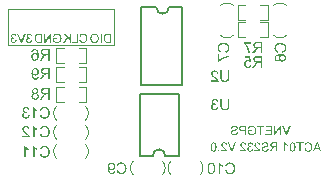
<source format=gbo>
G04*
G04 #@! TF.GenerationSoftware,Altium Limited,Altium Designer,19.0.15 (446)*
G04*
G04 Layer_Color=16777215*
%FSTAX24Y24*%
%MOIN*%
G70*
G01*
G75*
%ADD10C,0.0039*%
%ADD13C,0.0079*%
G36*
X07257Y042692D02*
X072582Y04269D01*
X072592Y042686D01*
X072601Y042683D01*
X072605Y04268D01*
X072608Y042679D01*
X072611Y042677D01*
X072613Y042675D01*
X072615Y042674D01*
X072616Y042673D01*
X072617Y042672D01*
X072617Y042672D01*
X072626Y042664D01*
X072632Y042655D01*
X072637Y042645D01*
X072642Y042635D01*
X072644Y042627D01*
X072646Y042624D01*
X072647Y04262D01*
X072647Y042618D01*
X072647Y042616D01*
X072648Y042615D01*
Y042614D01*
X072611Y042608D01*
X072609Y042617D01*
X072606Y042626D01*
X072603Y042633D01*
X0726Y042638D01*
X072597Y042643D01*
X072595Y042646D01*
X072593Y042648D01*
X072592Y042648D01*
X072587Y042653D01*
X072581Y042656D01*
X072575Y042658D01*
X072569Y04266D01*
X072564Y042661D01*
X07256Y042662D01*
X072557D01*
X072549Y042662D01*
X072542Y04266D01*
X072536Y042658D01*
X07253Y042655D01*
X072526Y042653D01*
X072523Y042651D01*
X072521Y042649D01*
X072521Y042648D01*
X072516Y042643D01*
X072512Y042638D01*
X07251Y042632D01*
X072508Y042627D01*
X072508Y042622D01*
X072507Y042618D01*
Y042616D01*
Y042615D01*
Y042615D01*
Y04261D01*
X072508Y042606D01*
X07251Y042598D01*
X072513Y042592D01*
X072516Y042586D01*
X07252Y042582D01*
X072523Y042579D01*
X072525Y042577D01*
X072525Y042577D01*
X072526D01*
X072533Y042573D01*
X07254Y04257D01*
X072548Y042568D01*
X072554Y042566D01*
X07256Y042565D01*
X072565Y042565D01*
X072571D01*
X072572Y042565D01*
X072574D01*
X072579Y042532D01*
X072573Y042533D01*
X072568Y042534D01*
X072564Y042535D01*
X07256Y042536D01*
X072557Y042536D01*
X072553D01*
X072543Y042535D01*
X072535Y042533D01*
X072528Y042531D01*
X072522Y042528D01*
X072517Y042525D01*
X072513Y042522D01*
X072511Y04252D01*
X07251Y04252D01*
X072505Y042513D01*
X0725Y042506D01*
X072497Y042499D01*
X072495Y042492D01*
X072494Y042486D01*
X072494Y042481D01*
X072493Y04248D01*
Y042478D01*
Y042478D01*
Y042477D01*
X072494Y042468D01*
X072496Y042459D01*
X072499Y042451D01*
X072502Y042445D01*
X072506Y04244D01*
X072508Y042436D01*
X072511Y042433D01*
X072512Y042432D01*
X072519Y042426D01*
X072526Y042422D01*
X072533Y042419D01*
X07254Y042416D01*
X072546Y042415D01*
X072551Y042415D01*
X072553Y042414D01*
X072556D01*
X072564Y042415D01*
X072571Y042416D01*
X072577Y042419D01*
X072583Y042421D01*
X072587Y042423D01*
X072591Y042426D01*
X072592Y042427D01*
X072593Y042428D01*
X072598Y042434D01*
X072603Y042441D01*
X072607Y042448D01*
X07261Y042456D01*
X072612Y042463D01*
X072613Y042466D01*
X072613Y042468D01*
X072614Y042471D01*
X072614Y042472D01*
X072615Y042473D01*
Y042474D01*
X072652Y042469D01*
X072651Y042462D01*
X07265Y042455D01*
X072646Y042443D01*
X072641Y042433D01*
X072638Y042428D01*
X072636Y042424D01*
X072633Y04242D01*
X07263Y042417D01*
X072628Y042414D01*
X072626Y042412D01*
X072625Y04241D01*
X072623Y042409D01*
X072622Y042408D01*
X072622Y042407D01*
X072617Y042403D01*
X072612Y042399D01*
X072606Y042396D01*
X072601Y042394D01*
X07259Y042389D01*
X072579Y042387D01*
X072574Y042386D01*
X07257Y042385D01*
X072566Y042384D01*
X072563Y042384D01*
X07256Y042384D01*
X072556D01*
X072548Y042384D01*
X07254Y042385D01*
X072533Y042386D01*
X072526Y042388D01*
X072519Y04239D01*
X072514Y042392D01*
X072508Y042395D01*
X072503Y042398D01*
X072498Y0424D01*
X072494Y042402D01*
X072491Y042405D01*
X072488Y042407D01*
X072486Y042409D01*
X072484Y04241D01*
X072484Y042411D01*
X072483Y042411D01*
X072478Y042416D01*
X072473Y042422D01*
X07247Y042428D01*
X072466Y042433D01*
X072463Y042439D01*
X072461Y042444D01*
X072457Y042455D01*
X072456Y04246D01*
X072456Y042464D01*
X072455Y042468D01*
X072454Y042471D01*
X072454Y042474D01*
Y042476D01*
Y042478D01*
Y042478D01*
X072454Y042488D01*
X072456Y042498D01*
X072459Y042506D01*
X072461Y042513D01*
X072464Y042519D01*
X072466Y042523D01*
X072468Y042526D01*
X072469Y042527D01*
X072475Y042533D01*
X072481Y042539D01*
X072488Y042544D01*
X072495Y042547D01*
X072501Y04255D01*
X072506Y042551D01*
X072508Y042552D01*
X072509Y042552D01*
X07251Y042553D01*
X072511D01*
X072503Y042557D01*
X072497Y042561D01*
X072492Y042565D01*
X072487Y042569D01*
X072484Y042572D01*
X072481Y042575D01*
X07248Y042577D01*
X07248Y042578D01*
X072476Y042584D01*
X072473Y04259D01*
X072471Y042596D01*
X07247Y042602D01*
X072469Y042607D01*
X072469Y04261D01*
Y042613D01*
Y042614D01*
X072469Y042621D01*
X07247Y042629D01*
X072472Y042635D01*
X072474Y042641D01*
X072477Y042646D01*
X072478Y04265D01*
X07248Y042652D01*
X07248Y042653D01*
X072484Y042659D01*
X07249Y042665D01*
X072495Y04267D01*
X0725Y042674D01*
X072505Y042677D01*
X072508Y04268D01*
X072511Y042681D01*
X072512Y042682D01*
X072512D01*
X07252Y042685D01*
X072528Y042688D01*
X072536Y04269D01*
X072543Y042691D01*
X072548Y042692D01*
X072553Y042693D01*
X072564D01*
X07257Y042692D01*
D02*
G37*
G36*
X072795Y042692D02*
X072803Y042692D01*
X07281Y04269D01*
X072816Y042689D01*
X072822Y042687D01*
X072828Y042686D01*
X072833Y042683D01*
X072838Y042681D01*
X072842Y042679D01*
X072846Y042677D01*
X072849Y042675D01*
X072851Y042673D01*
X072854Y042672D01*
X072855Y042671D01*
X072856Y04267D01*
X072856Y04267D01*
X072861Y042665D01*
X072865Y042661D01*
X072869Y042655D01*
X072872Y04265D01*
X072877Y04264D01*
X07288Y042629D01*
X072882Y042624D01*
X072883Y04262D01*
X072884Y042616D01*
X072885Y042612D01*
X072885Y042609D01*
Y042607D01*
X072886Y042606D01*
Y042605D01*
X072848Y042601D01*
X072847Y042611D01*
X072845Y04262D01*
X072842Y042628D01*
X072839Y042634D01*
X072837Y042639D01*
X072834Y042643D01*
X072832Y042645D01*
X072831Y042646D01*
X072825Y042651D01*
X072818Y042655D01*
X07281Y042658D01*
X072804Y04266D01*
X072798Y042661D01*
X072792Y042662D01*
X072791Y042662D01*
X072788D01*
X072779Y042662D01*
X072771Y04266D01*
X072764Y042657D01*
X072758Y042655D01*
X072753Y042651D01*
X07275Y042649D01*
X072747Y042648D01*
X072747Y042647D01*
X072741Y042641D01*
X072737Y042634D01*
X072734Y042628D01*
X072733Y042622D01*
X072731Y042617D01*
X072731Y042613D01*
X07273Y04261D01*
Y04261D01*
Y04261D01*
X072731Y042602D01*
X072733Y042593D01*
X072736Y042586D01*
X072739Y042579D01*
X072743Y042573D01*
X072746Y042568D01*
X072747Y042567D01*
X072747Y042565D01*
X072748Y042565D01*
Y042565D01*
X072752Y04256D01*
X072756Y042555D01*
X072761Y04255D01*
X072766Y042544D01*
X072777Y042534D01*
X072788Y042523D01*
X072794Y042519D01*
X072799Y042514D01*
X072803Y04251D01*
X072807Y042507D01*
X07281Y042504D01*
X072813Y042502D01*
X072815Y042501D01*
X072815Y0425D01*
X072826Y042491D01*
X072836Y042482D01*
X072845Y042474D01*
X072851Y042468D01*
X072857Y042462D01*
X072861Y042458D01*
X072863Y042456D01*
X072864Y042455D01*
Y042455D01*
X07287Y042447D01*
X072875Y04244D01*
X072879Y042433D01*
X072883Y042427D01*
X072885Y042422D01*
X072887Y042418D01*
X072888Y042416D01*
X072888Y042415D01*
Y042415D01*
X07289Y04241D01*
X072891Y042405D01*
X072892Y042401D01*
X072892Y042397D01*
X072893Y042394D01*
Y042391D01*
Y042389D01*
Y042389D01*
X072692D01*
Y042425D01*
X072841D01*
X072836Y042432D01*
X072833Y042435D01*
X072831Y042438D01*
X072829Y042441D01*
X072827Y042443D01*
X072826Y042444D01*
X072825Y042444D01*
X072823Y042447D01*
X07282Y042449D01*
X072814Y042454D01*
X072807Y042461D01*
X0728Y042468D01*
X072793Y042473D01*
X07279Y042476D01*
X072787Y042478D01*
X072785Y04248D01*
X072783Y042481D01*
X072782Y042482D01*
X072782Y042483D01*
X072775Y042489D01*
X072768Y042495D01*
X072762Y0425D01*
X072756Y042505D01*
X072751Y04251D01*
X072747Y042514D01*
X072742Y042518D01*
X072739Y042522D01*
X072735Y042525D01*
X072733Y042528D01*
X07273Y04253D01*
X072728Y042532D01*
X072726Y042535D01*
X072725Y042536D01*
X072719Y042543D01*
X072714Y04255D01*
X072709Y042556D01*
X072706Y042561D01*
X072703Y042566D01*
X072702Y04257D01*
X072701Y042572D01*
X0727Y042573D01*
X072698Y042579D01*
X072696Y042586D01*
X072694Y042592D01*
X072693Y042597D01*
X072693Y042602D01*
X072692Y042606D01*
Y042608D01*
Y042609D01*
X072693Y042615D01*
X072694Y042621D01*
X072695Y042627D01*
X072696Y042633D01*
X072701Y042643D01*
X072705Y042651D01*
X072708Y042655D01*
X07271Y042658D01*
X072712Y042662D01*
X072714Y042664D01*
X072716Y042665D01*
X072717Y042667D01*
X072718Y042668D01*
X072718Y042668D01*
X072723Y042672D01*
X072728Y042676D01*
X072734Y042679D01*
X07274Y042682D01*
X072751Y042686D01*
X072762Y04269D01*
X072767Y04269D01*
X072772Y042691D01*
X072776Y042692D01*
X07278Y042692D01*
X072783Y042693D01*
X072787D01*
X072795Y042692D01*
D02*
G37*
G36*
X072325D02*
X072332Y042692D01*
X072339Y04269D01*
X072346Y042689D01*
X072352Y042687D01*
X072358Y042686D01*
X072363Y042683D01*
X072368Y042681D01*
X072372Y042679D01*
X072376Y042677D01*
X072379Y042675D01*
X072381Y042673D01*
X072383Y042672D01*
X072385Y042671D01*
X072386Y04267D01*
X072386Y04267D01*
X07239Y042665D01*
X072394Y042661D01*
X072398Y042655D01*
X072401Y04265D01*
X072407Y04264D01*
X07241Y042629D01*
X072411Y042624D01*
X072413Y04262D01*
X072414Y042616D01*
X072414Y042612D01*
X072415Y042609D01*
Y042607D01*
X072415Y042606D01*
Y042605D01*
X072377Y042601D01*
X072376Y042611D01*
X072375Y04262D01*
X072372Y042628D01*
X072369Y042634D01*
X072366Y042639D01*
X072364Y042643D01*
X072362Y042645D01*
X072361Y042646D01*
X072355Y042651D01*
X072348Y042655D01*
X07234Y042658D01*
X072334Y04266D01*
X072328Y042661D01*
X072322Y042662D01*
X072321Y042662D01*
X072318D01*
X072309Y042662D01*
X0723Y04266D01*
X072293Y042657D01*
X072287Y042655D01*
X072283Y042651D01*
X072279Y042649D01*
X072277Y042648D01*
X072276Y042647D01*
X072271Y042641D01*
X072267Y042634D01*
X072264Y042628D01*
X072262Y042622D01*
X072261Y042617D01*
X072261Y042613D01*
X07226Y04261D01*
Y04261D01*
Y04261D01*
X072261Y042602D01*
X072263Y042593D01*
X072266Y042586D01*
X072269Y042579D01*
X072272Y042573D01*
X072276Y042568D01*
X072276Y042567D01*
X072277Y042565D01*
X072278Y042565D01*
Y042565D01*
X072282Y04256D01*
X072286Y042555D01*
X072291Y04255D01*
X072296Y042544D01*
X072307Y042534D01*
X072318Y042523D01*
X072324Y042519D01*
X072328Y042514D01*
X072333Y04251D01*
X072337Y042507D01*
X07234Y042504D01*
X072343Y042502D01*
X072345Y042501D01*
X072345Y0425D01*
X072356Y042491D01*
X072366Y042482D01*
X072374Y042474D01*
X072381Y042468D01*
X072387Y042462D01*
X07239Y042458D01*
X072393Y042456D01*
X072394Y042455D01*
Y042455D01*
X0724Y042447D01*
X072404Y04244D01*
X072409Y042433D01*
X072412Y042427D01*
X072415Y042422D01*
X072417Y042418D01*
X072418Y042416D01*
X072418Y042415D01*
Y042415D01*
X07242Y04241D01*
X072421Y042405D01*
X072421Y042401D01*
X072422Y042397D01*
X072422Y042394D01*
Y042391D01*
Y042389D01*
Y042389D01*
X072222D01*
Y042425D01*
X072371D01*
X072366Y042432D01*
X072363Y042435D01*
X072361Y042438D01*
X072359Y042441D01*
X072357Y042443D01*
X072355Y042444D01*
X072355Y042444D01*
X072353Y042447D01*
X07235Y042449D01*
X072344Y042454D01*
X072337Y042461D01*
X07233Y042468D01*
X072323Y042473D01*
X07232Y042476D01*
X072317Y042478D01*
X072315Y04248D01*
X072313Y042481D01*
X072312Y042482D01*
X072312Y042483D01*
X072305Y042489D01*
X072298Y042495D01*
X072292Y0425D01*
X072286Y042505D01*
X072281Y04251D01*
X072276Y042514D01*
X072272Y042518D01*
X072269Y042522D01*
X072265Y042525D01*
X072262Y042528D01*
X07226Y04253D01*
X072258Y042532D01*
X072256Y042535D01*
X072255Y042536D01*
X072249Y042543D01*
X072244Y04255D01*
X072239Y042556D01*
X072236Y042561D01*
X072233Y042566D01*
X072231Y04257D01*
X072231Y042572D01*
X07223Y042573D01*
X072227Y042579D01*
X072226Y042586D01*
X072224Y042592D01*
X072223Y042597D01*
X072223Y042602D01*
X072222Y042606D01*
Y042608D01*
Y042609D01*
X072223Y042615D01*
X072224Y042621D01*
X072224Y042627D01*
X072226Y042633D01*
X072231Y042643D01*
X072235Y042651D01*
X072238Y042655D01*
X07224Y042658D01*
X072242Y042662D01*
X072244Y042664D01*
X072246Y042665D01*
X072247Y042667D01*
X072248Y042668D01*
X072248Y042668D01*
X072253Y042672D01*
X072258Y042676D01*
X072264Y042679D01*
X072269Y042682D01*
X072281Y042686D01*
X072292Y04269D01*
X072297Y04269D01*
X072302Y042691D01*
X072306Y042692D01*
X07231Y042692D01*
X072313Y042693D01*
X072317D01*
X072325Y042692D01*
D02*
G37*
G36*
X07169Y042692D02*
X071698Y042692D01*
X071705Y04269D01*
X071711Y042689D01*
X071717Y042687D01*
X071723Y042686D01*
X071728Y042683D01*
X071733Y042681D01*
X071738Y042679D01*
X071741Y042677D01*
X071744Y042675D01*
X071747Y042673D01*
X071749Y042672D01*
X07175Y042671D01*
X071751Y04267D01*
X071752Y04267D01*
X071756Y042665D01*
X07176Y042661D01*
X071764Y042655D01*
X071767Y04265D01*
X071772Y04264D01*
X071776Y042629D01*
X071777Y042624D01*
X071778Y04262D01*
X071779Y042616D01*
X07178Y042612D01*
X07178Y042609D01*
Y042607D01*
X071781Y042606D01*
Y042605D01*
X071743Y042601D01*
X071742Y042611D01*
X07174Y04262D01*
X071738Y042628D01*
X071735Y042634D01*
X071732Y042639D01*
X071729Y042643D01*
X071728Y042645D01*
X071727Y042646D01*
X07172Y042651D01*
X071713Y042655D01*
X071706Y042658D01*
X071699Y04266D01*
X071693Y042661D01*
X071688Y042662D01*
X071686Y042662D01*
X071683D01*
X071674Y042662D01*
X071666Y04266D01*
X071659Y042657D01*
X071653Y042655D01*
X071648Y042651D01*
X071645Y042649D01*
X071643Y042648D01*
X071642Y042647D01*
X071637Y042641D01*
X071633Y042634D01*
X07163Y042628D01*
X071628Y042622D01*
X071627Y042617D01*
X071626Y042613D01*
X071626Y04261D01*
Y04261D01*
Y04261D01*
X071627Y042602D01*
X071628Y042593D01*
X071631Y042586D01*
X071634Y042579D01*
X071638Y042573D01*
X071641Y042568D01*
X071642Y042567D01*
X071643Y042565D01*
X071644Y042565D01*
Y042565D01*
X071647Y04256D01*
X071651Y042555D01*
X071656Y04255D01*
X071662Y042544D01*
X071672Y042534D01*
X071683Y042523D01*
X071689Y042519D01*
X071694Y042514D01*
X071699Y04251D01*
X071703Y042507D01*
X071706Y042504D01*
X071708Y042502D01*
X07171Y042501D01*
X07171Y0425D01*
X071721Y042491D01*
X071731Y042482D01*
X07174Y042474D01*
X071746Y042468D01*
X071752Y042462D01*
X071756Y042458D01*
X071758Y042456D01*
X071759Y042455D01*
Y042455D01*
X071765Y042447D01*
X07177Y04244D01*
X071774Y042433D01*
X071778Y042427D01*
X07178Y042422D01*
X071782Y042418D01*
X071783Y042416D01*
X071783Y042415D01*
Y042415D01*
X071785Y04241D01*
X071786Y042405D01*
X071787Y042401D01*
X071787Y042397D01*
X071788Y042394D01*
Y042391D01*
Y042389D01*
Y042389D01*
X071587D01*
Y042425D01*
X071736D01*
X071731Y042432D01*
X071728Y042435D01*
X071726Y042438D01*
X071724Y042441D01*
X071722Y042443D01*
X071721Y042444D01*
X071721Y042444D01*
X071718Y042447D01*
X071716Y042449D01*
X07171Y042454D01*
X071703Y042461D01*
X071695Y042468D01*
X071688Y042473D01*
X071685Y042476D01*
X071683Y042478D01*
X07168Y04248D01*
X071679Y042481D01*
X071678Y042482D01*
X071677Y042483D01*
X07167Y042489D01*
X071663Y042495D01*
X071657Y0425D01*
X071651Y042505D01*
X071646Y04251D01*
X071642Y042514D01*
X071638Y042518D01*
X071634Y042522D01*
X071631Y042525D01*
X071628Y042528D01*
X071626Y04253D01*
X071624Y042532D01*
X071621Y042535D01*
X07162Y042536D01*
X071614Y042543D01*
X071609Y04255D01*
X071605Y042556D01*
X071601Y042561D01*
X071599Y042566D01*
X071597Y04257D01*
X071596Y042572D01*
X071596Y042573D01*
X071593Y042579D01*
X071591Y042586D01*
X071589Y042592D01*
X071589Y042597D01*
X071588Y042602D01*
X071588Y042606D01*
Y042608D01*
Y042609D01*
X071588Y042615D01*
X071589Y042621D01*
X07159Y042627D01*
X071592Y042633D01*
X071596Y042643D01*
X0716Y042651D01*
X071603Y042655D01*
X071605Y042658D01*
X071607Y042662D01*
X07161Y042664D01*
X071611Y042665D01*
X071612Y042667D01*
X071613Y042668D01*
X071613Y042668D01*
X071618Y042672D01*
X071624Y042676D01*
X071629Y042679D01*
X071635Y042682D01*
X071646Y042686D01*
X071658Y04269D01*
X071662Y04269D01*
X071667Y042691D01*
X071672Y042692D01*
X071675Y042692D01*
X071678Y042693D01*
X071683D01*
X07169Y042692D01*
D02*
G37*
G36*
X073715Y042685D02*
X07372Y042678D01*
X073726Y042671D01*
X073731Y042665D01*
X073736Y04266D01*
X07374Y042655D01*
X073742Y042654D01*
X073743Y042653D01*
X073744Y042652D01*
X073744Y042652D01*
X073753Y042645D01*
X073763Y042638D01*
X073771Y042631D01*
X07378Y042627D01*
X073788Y042622D01*
X073791Y04262D01*
X073793Y042619D01*
X073795Y042618D01*
X073797Y042617D01*
X073798Y042617D01*
X073798D01*
Y042581D01*
X073792Y042583D01*
X073785Y042586D01*
X073779Y042589D01*
X073773Y042592D01*
X073767Y042595D01*
X073763Y042597D01*
X07376Y042599D01*
X07376Y042599D01*
X07376D01*
X073752Y042604D01*
X073745Y042609D01*
X073739Y042613D01*
X073734Y042617D01*
X073729Y04262D01*
X073727Y042623D01*
X073725Y042625D01*
X073724Y042625D01*
Y042389D01*
X073687D01*
Y042693D01*
X073711D01*
X073715Y042685D01*
D02*
G37*
G36*
X071964Y042389D02*
X071922D01*
X071804Y042691D01*
X071844D01*
X071926Y042471D01*
X07193Y042462D01*
X071933Y042454D01*
X071936Y042445D01*
X071938Y042438D01*
X07194Y042431D01*
X071941Y042426D01*
X071942Y042425D01*
X071942Y042423D01*
X071943Y042422D01*
Y042422D01*
X071948Y04244D01*
X07195Y042448D01*
X071953Y042455D01*
X071955Y042462D01*
X071956Y042464D01*
X071957Y042467D01*
X071957Y042469D01*
X071958Y04247D01*
X071958Y042471D01*
Y042471D01*
X072037Y042691D01*
X072081Y042691D01*
X071964Y042389D01*
D02*
G37*
G36*
X074494Y042696D02*
X074508Y042693D01*
X07452Y042691D01*
X074526Y042689D01*
X074531Y042687D01*
X074536Y042686D01*
X07454Y042684D01*
X074544Y042683D01*
X074547Y042681D01*
X074549Y04268D01*
X074551Y042679D01*
X074552Y042679D01*
X074553Y042678D01*
X074565Y042671D01*
X074575Y042662D01*
X074583Y042653D01*
X074591Y042645D01*
X074596Y042637D01*
X074599Y042633D01*
X0746Y04263D01*
X074602Y042628D01*
X074603Y042626D01*
X074603Y042625D01*
X074604Y042624D01*
X07461Y042611D01*
X074614Y042597D01*
X074617Y042583D01*
X07462Y04257D01*
X07462Y042565D01*
X074621Y042559D01*
X074621Y042554D01*
Y04255D01*
X074622Y042547D01*
Y042544D01*
Y042543D01*
Y042542D01*
X074621Y042527D01*
X074619Y042511D01*
X074617Y042498D01*
X074615Y042491D01*
X074614Y042485D01*
X074613Y04248D01*
X074611Y042475D01*
X07461Y042471D01*
X074609Y042468D01*
X074607Y042465D01*
X074607Y042463D01*
X074606Y042461D01*
Y042461D01*
X074599Y042448D01*
X074592Y042436D01*
X074584Y042426D01*
X07458Y042422D01*
X074577Y042418D01*
X074573Y042415D01*
X07457Y042412D01*
X074567Y042409D01*
X074564Y042407D01*
X074562Y042405D01*
X074561Y042404D01*
X07456Y042404D01*
X074559Y042403D01*
X074553Y0424D01*
X074547Y042397D01*
X074534Y042392D01*
X074521Y042388D01*
X074508Y042386D01*
X074502Y042385D01*
X074497Y042384D01*
X074492Y042384D01*
X074488D01*
X074485Y042384D01*
X07448D01*
X074471Y042384D01*
X074463Y042385D01*
X074455Y042386D01*
X074447Y042388D01*
X07444Y04239D01*
X074434Y042392D01*
X074428Y042394D01*
X074422Y042397D01*
X074417Y042399D01*
X074412Y042401D01*
X074409Y042403D01*
X074405Y042405D01*
X074403Y042407D01*
X074401Y042408D01*
X0744Y042409D01*
X0744Y042409D01*
X074394Y042415D01*
X074388Y04242D01*
X074384Y042426D01*
X074379Y042432D01*
X074371Y042444D01*
X074365Y042457D01*
X074362Y042462D01*
X07436Y042468D01*
X074358Y042472D01*
X074357Y042476D01*
X074356Y04248D01*
X074355Y042482D01*
X074354Y042484D01*
Y042485D01*
X074395Y042495D01*
X074396Y042488D01*
X074398Y042481D01*
X074401Y042475D01*
X074403Y042469D01*
X074405Y042464D01*
X074408Y04246D01*
X074411Y042455D01*
X074414Y042451D01*
X074416Y042448D01*
X074419Y042445D01*
X074421Y042443D01*
X074423Y04244D01*
X074424Y042439D01*
X074426Y042438D01*
X074426Y042437D01*
X074426Y042437D01*
X074431Y042433D01*
X074436Y042431D01*
X074445Y042426D01*
X074454Y042422D01*
X074464Y04242D01*
X074471Y042419D01*
X074475Y042418D01*
X074478D01*
X07448Y042418D01*
X074483D01*
X074493Y042418D01*
X074503Y04242D01*
X074512Y042422D01*
X07452Y042425D01*
X074526Y042427D01*
X074528Y042429D01*
X07453Y042429D01*
X074532Y04243D01*
X074534Y042431D01*
X074534Y042432D01*
X074535D01*
X074543Y042438D01*
X07455Y042444D01*
X074556Y042452D01*
X074561Y042459D01*
X074565Y042465D01*
X074568Y04247D01*
X074568Y042472D01*
X074569Y042474D01*
X07457Y042474D01*
Y042475D01*
X074573Y042486D01*
X074576Y042498D01*
X074578Y042509D01*
X074579Y04252D01*
X07458Y042524D01*
X07458Y042529D01*
Y042533D01*
X074581Y042536D01*
Y042538D01*
Y04254D01*
Y042542D01*
Y042542D01*
X07458Y042554D01*
X074579Y042564D01*
X074578Y042574D01*
X074576Y042582D01*
X074575Y04259D01*
X074574Y042593D01*
X074573Y042596D01*
X074572Y042598D01*
X074572Y042599D01*
X074572Y0426D01*
Y0426D01*
X074567Y04261D01*
X074562Y04262D01*
X074557Y042627D01*
X074551Y042634D01*
X074547Y042639D01*
X074543Y042642D01*
X07454Y042645D01*
X074539Y042645D01*
X074539D01*
X07453Y042651D01*
X07452Y042655D01*
X07451Y042658D01*
X074501Y04266D01*
X074492Y042662D01*
X074489Y042662D01*
X074486D01*
X074484Y042662D01*
X07448D01*
X074469Y042662D01*
X074459Y04266D01*
X074451Y042658D01*
X074443Y042655D01*
X074438Y042652D01*
X074433Y04265D01*
X074431Y042648D01*
X07443Y042647D01*
X074423Y042641D01*
X074416Y042633D01*
X074411Y042625D01*
X074407Y042617D01*
X074403Y04261D01*
X074402Y042607D01*
X074401Y042604D01*
X0744Y042602D01*
X074399Y0426D01*
X074399Y042599D01*
Y042599D01*
X07436Y042608D01*
X074362Y042616D01*
X074365Y042623D01*
X074368Y04263D01*
X074371Y042636D01*
X074375Y042642D01*
X074379Y042647D01*
X074382Y042652D01*
X074386Y042657D01*
X074389Y04266D01*
X074392Y042664D01*
X074395Y042667D01*
X074398Y042669D01*
X0744Y042671D01*
X074402Y042672D01*
X074402Y042673D01*
X074403Y042673D01*
X074409Y042677D01*
X074415Y042681D01*
X074421Y042684D01*
X074428Y042687D01*
X074441Y042691D01*
X074453Y042693D01*
X074458Y042695D01*
X074463Y042695D01*
X074468Y042696D01*
X074472Y042696D01*
X074475Y042696D01*
X074479D01*
X074494Y042696D01*
D02*
G37*
G36*
X074925Y042389D02*
X074883D01*
X07485Y042481D01*
X074723D01*
X074688Y042389D01*
X074642D01*
X074766Y042691D01*
X07481D01*
X074925Y042389D01*
D02*
G37*
G36*
X074328Y042655D02*
X074228D01*
Y042389D01*
X074188D01*
Y042655D01*
X074088D01*
Y042691D01*
X074328D01*
Y042655D01*
D02*
G37*
G36*
X073458Y042389D02*
X073418D01*
Y042523D01*
X073367D01*
X073362Y042523D01*
X073358D01*
X073355Y042522D01*
X073353Y042522D01*
X073351D01*
X073351Y042521D01*
X07335D01*
X073343Y042519D01*
X07334Y042518D01*
X073337Y042516D01*
X073335Y042515D01*
X073333Y042514D01*
X073332Y042514D01*
X073332Y042513D01*
X073328Y042511D01*
X073325Y042508D01*
X073318Y042501D01*
X073315Y042498D01*
X073313Y042495D01*
X073312Y042494D01*
X073311Y042493D01*
X073307Y042487D01*
X073302Y042481D01*
X073297Y042474D01*
X073292Y042467D01*
X073288Y042461D01*
X073285Y042456D01*
X073284Y042454D01*
X073283Y042453D01*
X073282Y042452D01*
Y042452D01*
X073243Y042389D01*
X073193D01*
X073245Y042471D01*
X073251Y04248D01*
X073257Y042488D01*
X073262Y042494D01*
X073267Y0425D01*
X073271Y042505D01*
X073275Y042508D01*
X073277Y04251D01*
X073278Y042511D01*
X073281Y042514D01*
X073285Y042517D01*
X073293Y042522D01*
X073297Y042523D01*
X073299Y042525D01*
X073301Y042526D01*
X073302Y042527D01*
X073294Y042528D01*
X073287Y042529D01*
X07328Y042531D01*
X073274Y042533D01*
X073268Y042535D01*
X073263Y042538D01*
X073258Y04254D01*
X073254Y042542D01*
X07325Y042545D01*
X073247Y042547D01*
X073244Y042549D01*
X073242Y042551D01*
X07324Y042552D01*
X073239Y042553D01*
X073238Y042554D01*
X073238Y042554D01*
X073234Y042558D01*
X073231Y042563D01*
X073226Y042572D01*
X073222Y042581D01*
X073219Y04259D01*
X073218Y042597D01*
X073217Y0426D01*
Y042603D01*
X073217Y042606D01*
Y042607D01*
Y042608D01*
Y042609D01*
X073217Y042618D01*
X073219Y042626D01*
X073221Y042634D01*
X073223Y042641D01*
X073226Y042646D01*
X073227Y042651D01*
X073229Y042653D01*
X073229Y042654D01*
Y042654D01*
X073235Y042661D01*
X07324Y042667D01*
X073246Y042672D01*
X073251Y042676D01*
X073256Y042679D01*
X07326Y042681D01*
X073262Y042683D01*
X073263Y042683D01*
X073263D01*
X073267Y042684D01*
X073272Y042686D01*
X073281Y042688D01*
X073292Y042689D01*
X073302Y04269D01*
X073311Y042691D01*
X073315D01*
X073318Y042691D01*
X073458D01*
Y042389D01*
D02*
G37*
G36*
X071527Y042389D02*
X071484D01*
Y042431D01*
X071527D01*
Y042389D01*
D02*
G37*
G36*
X073975Y042692D02*
X073986Y04269D01*
X073995Y042687D01*
X074003Y042684D01*
X07401Y04268D01*
X074012Y042679D01*
X074014Y042677D01*
X074016Y042676D01*
X074017Y042676D01*
X074018Y042675D01*
X074018D01*
X074026Y042668D01*
X074033Y042659D01*
X074038Y042651D01*
X074043Y042643D01*
X074046Y042636D01*
X074048Y042633D01*
X074049Y04263D01*
X07405Y042627D01*
X074051Y042626D01*
X074051Y042625D01*
Y042624D01*
X074053Y042618D01*
X074055Y042611D01*
X074057Y042597D01*
X074059Y042582D01*
X074061Y042569D01*
X074061Y042562D01*
X074062Y042557D01*
Y042551D01*
X074062Y042547D01*
Y042543D01*
Y04254D01*
Y042538D01*
Y042538D01*
X074062Y042523D01*
X074061Y042508D01*
X074059Y042495D01*
X074057Y042483D01*
X074055Y042471D01*
X074052Y042461D01*
X07405Y042452D01*
X074047Y042444D01*
X074044Y042437D01*
X074041Y042431D01*
X074039Y042426D01*
X074037Y042422D01*
X074035Y042419D01*
X074034Y042416D01*
X074033Y042415D01*
X074032Y042415D01*
X074027Y042409D01*
X074022Y042405D01*
X074017Y0424D01*
X074011Y042397D01*
X074005Y042394D01*
X073999Y042391D01*
X073994Y042389D01*
X073989Y042388D01*
X073983Y042386D01*
X073979Y042385D01*
X073974Y042384D01*
X073971Y042384D01*
X073968Y042384D01*
X073963D01*
X073951Y042384D01*
X07394Y042386D01*
X073931Y042389D01*
X073923Y042392D01*
X073917Y042395D01*
X073915Y042397D01*
X073913Y042398D01*
X073911Y042399D01*
X073909Y0424D01*
X073909Y042401D01*
X073909D01*
X073901Y042409D01*
X073894Y042416D01*
X073888Y042425D01*
X073884Y042433D01*
X073881Y04244D01*
X073879Y042443D01*
X073878Y042447D01*
X073877Y042449D01*
X073876Y04245D01*
X073876Y042451D01*
Y042452D01*
X073874Y042458D01*
X073872Y042465D01*
X073869Y042479D01*
X073867Y042493D01*
X073866Y042507D01*
X073865Y042513D01*
X073865Y042519D01*
Y042524D01*
X073864Y042529D01*
Y042533D01*
Y042536D01*
Y042537D01*
Y042538D01*
Y042546D01*
X073865Y042554D01*
Y042561D01*
X073865Y042568D01*
X073866Y042574D01*
X073867Y04258D01*
X073867Y042586D01*
X073868Y04259D01*
X073868Y042595D01*
X073869Y042599D01*
X07387Y042602D01*
X07387Y042604D01*
X073871Y042606D01*
X073871Y042608D01*
X073871Y042609D01*
Y042609D01*
X073874Y042619D01*
X073877Y042627D01*
X073881Y042635D01*
X073883Y042641D01*
X073886Y042647D01*
X073888Y042651D01*
X07389Y042653D01*
X07389Y042654D01*
X073895Y042661D01*
X0739Y042666D01*
X073905Y042671D01*
X07391Y042676D01*
X073914Y042679D01*
X073918Y042681D01*
X07392Y042682D01*
X07392Y042683D01*
X073921D01*
X073928Y042686D01*
X073935Y042688D01*
X073942Y04269D01*
X073949Y042691D01*
X073954Y042692D01*
X073959Y042693D01*
X073963D01*
X073975Y042692D01*
D02*
G37*
G36*
X073061Y042696D02*
X073071Y042695D01*
X073081Y042693D01*
X073089Y042691D01*
X073096Y04269D01*
X073099Y042689D01*
X073101Y042688D01*
X073103Y042687D01*
X073104Y042686D01*
X073105Y042686D01*
X073105D01*
X073114Y042682D01*
X073122Y042677D01*
X073129Y042672D01*
X073134Y042667D01*
X073138Y042662D01*
X073141Y042659D01*
X073143Y042656D01*
X073143Y042656D01*
Y042655D01*
X073148Y042648D01*
X073151Y042641D01*
X073153Y042633D01*
X073154Y042627D01*
X073155Y042621D01*
X073156Y042617D01*
Y042615D01*
Y042613D01*
Y042613D01*
Y042613D01*
X073156Y042605D01*
X073154Y042598D01*
X073153Y042592D01*
X073151Y042586D01*
X073149Y042582D01*
X073147Y042578D01*
X073146Y042576D01*
X073146Y042575D01*
X073141Y042569D01*
X073136Y042563D01*
X073131Y042558D01*
X073125Y042554D01*
X073121Y042551D01*
X073117Y042549D01*
X073115Y042547D01*
X073114Y042547D01*
X073114D01*
X07311Y042545D01*
X073106Y042543D01*
X073098Y04254D01*
X073087Y042537D01*
X073078Y042534D01*
X073069Y042531D01*
X073065Y04253D01*
X073062Y04253D01*
X073059Y042529D01*
X073057Y042528D01*
X073056Y042528D01*
X073055D01*
X073048Y042526D01*
X073041Y042524D01*
X073035Y042523D01*
X073029Y042521D01*
X073024Y04252D01*
X07302Y042519D01*
X073016Y042518D01*
X073013Y042516D01*
X07301Y042516D01*
X073007Y042515D01*
X073004Y042514D01*
X073002Y042513D01*
X073001Y042513D01*
X072995Y04251D01*
X072989Y042507D01*
X072984Y042504D01*
X072981Y042502D01*
X072978Y042499D01*
X072976Y042497D01*
X072975Y042496D01*
X072974Y042495D01*
X072971Y042492D01*
X072969Y042487D01*
X072968Y042483D01*
X072966Y042479D01*
X072966Y042476D01*
X072966Y042473D01*
Y042471D01*
Y042471D01*
X072966Y042465D01*
X072967Y042461D01*
X072968Y042456D01*
X07297Y042453D01*
X072972Y042449D01*
X072973Y042447D01*
X072974Y042445D01*
X072974Y042445D01*
X072978Y04244D01*
X072982Y042437D01*
X072987Y042434D01*
X07299Y042431D01*
X072994Y042429D01*
X072997Y042427D01*
X073Y042426D01*
X073001Y042426D01*
X073007Y042424D01*
X073014Y042422D01*
X073021Y042421D01*
X073027Y04242D01*
X073032Y04242D01*
X073037Y042419D01*
X073041D01*
X07305Y04242D01*
X073059Y042421D01*
X073067Y042422D01*
X073074Y042424D01*
X07308Y042426D01*
X073084Y042427D01*
X073085Y042427D01*
X073087Y042428D01*
X073087Y042428D01*
X073087D01*
X073094Y042432D01*
X073101Y042436D01*
X073106Y04244D01*
X07311Y042443D01*
X073114Y042447D01*
X073116Y04245D01*
X073117Y042451D01*
X073118Y042452D01*
X073121Y042457D01*
X073124Y042464D01*
X073125Y04247D01*
X073127Y042476D01*
X073129Y042481D01*
X073129Y042485D01*
Y042487D01*
X07313Y042488D01*
Y042489D01*
Y042489D01*
X073167Y042486D01*
X073167Y042475D01*
X073165Y042464D01*
X073162Y042455D01*
X073159Y042447D01*
X073156Y04244D01*
X073155Y042438D01*
X073154Y042436D01*
X073153Y042434D01*
X073152Y042433D01*
X073151Y042432D01*
Y042431D01*
X073145Y042423D01*
X073138Y042416D01*
X07313Y042409D01*
X073123Y042404D01*
X073117Y0424D01*
X073112Y042398D01*
X07311Y042397D01*
X073109Y042396D01*
X073108Y042395D01*
X073108D01*
X073097Y042391D01*
X073085Y042388D01*
X073074Y042387D01*
X073063Y042385D01*
X073058Y042384D01*
X073053Y042384D01*
X073049D01*
X073046Y042384D01*
X073039D01*
X073027Y042384D01*
X073016Y042385D01*
X073006Y042388D01*
X072998Y04239D01*
X072991Y042391D01*
X072988Y042393D01*
X072985Y042394D01*
X072983Y042395D01*
X072982Y042395D01*
X072981Y042395D01*
X072981D01*
X072972Y0424D01*
X072964Y042405D01*
X072957Y042411D01*
X072951Y042416D01*
X072947Y042421D01*
X072944Y042425D01*
X072942Y042427D01*
X072941Y042428D01*
Y042428D01*
X072936Y042436D01*
X072933Y042444D01*
X072931Y042452D01*
X072929Y042459D01*
X072928Y042465D01*
X072927Y04247D01*
Y042471D01*
Y042473D01*
Y042473D01*
Y042474D01*
X072928Y042482D01*
X072929Y042491D01*
X072931Y042498D01*
X072933Y042504D01*
X072936Y042509D01*
X072938Y042513D01*
X072939Y042516D01*
X07294Y042516D01*
X072945Y042523D01*
X072951Y042529D01*
X072958Y042534D01*
X072964Y042539D01*
X07297Y042543D01*
X072975Y042545D01*
X072976Y042546D01*
X072978Y042547D01*
X072979Y042547D01*
X072979D01*
X072983Y042549D01*
X072987Y042551D01*
X072992Y042552D01*
X072997Y042554D01*
X073008Y042557D01*
X073019Y04256D01*
X073025Y042561D01*
X073029Y042563D01*
X073034Y042564D01*
X073038Y042565D01*
X073041Y042566D01*
X073044Y042566D01*
X073046Y042567D01*
X073046D01*
X073055Y042569D01*
X073063Y042571D01*
X07307Y042573D01*
X073076Y042575D01*
X073081Y042577D01*
X073086Y042579D01*
X073091Y04258D01*
X073094Y042582D01*
X073098Y042583D01*
X0731Y042585D01*
X073102Y042586D01*
X073104Y042587D01*
X073106Y042588D01*
X073106Y042589D01*
X07311Y042593D01*
X073113Y042597D01*
X073115Y042602D01*
X073116Y042606D01*
X073117Y04261D01*
X073118Y042613D01*
Y042614D01*
Y042615D01*
X073117Y042622D01*
X073115Y042628D01*
X073112Y042634D01*
X073109Y042638D01*
X073107Y042642D01*
X073104Y042645D01*
X073102Y042647D01*
X073101Y042647D01*
X073098Y042649D01*
X073094Y042651D01*
X073086Y042655D01*
X073077Y042657D01*
X073069Y042659D01*
X073061Y04266D01*
X073057Y04266D01*
X073055Y042661D01*
X073049D01*
X073036Y04266D01*
X073025Y042658D01*
X073017Y042656D01*
X073009Y042653D01*
X073004Y042651D01*
X072999Y042648D01*
X072997Y042646D01*
X072996Y042646D01*
X07299Y04264D01*
X072985Y042633D01*
X072981Y042626D01*
X072979Y042619D01*
X072977Y042613D01*
X072976Y042608D01*
X072975Y042606D01*
X072975Y042604D01*
Y042603D01*
Y042603D01*
X072936Y042606D01*
X072937Y042616D01*
X072939Y042624D01*
X072942Y042633D01*
X072945Y04264D01*
X072947Y042645D01*
X072949Y04265D01*
X07295Y042651D01*
X072951Y042652D01*
X072952Y042653D01*
Y042653D01*
X072957Y042661D01*
X072963Y042667D01*
X07297Y042673D01*
X072976Y042677D01*
X072982Y042681D01*
X072987Y042683D01*
X072988Y042684D01*
X07299Y042685D01*
X07299Y042686D01*
X072991D01*
X073001Y042689D01*
X073011Y042692D01*
X073021Y042694D01*
X07303Y042695D01*
X073038Y042696D01*
X073041D01*
X073044Y042696D01*
X07305D01*
X073061Y042696D01*
D02*
G37*
G36*
X071343Y042692D02*
X071354Y04269D01*
X071363Y042687D01*
X071371Y042684D01*
X071377Y04268D01*
X07138Y042679D01*
X071382Y042677D01*
X071384Y042676D01*
X071385Y042676D01*
X071386Y042675D01*
X071386D01*
X071394Y042668D01*
X071401Y042659D01*
X071406Y042651D01*
X071411Y042643D01*
X071414Y042636D01*
X071416Y042633D01*
X071417Y04263D01*
X071418Y042627D01*
X071419Y042626D01*
X071419Y042625D01*
Y042624D01*
X071421Y042618D01*
X071423Y042611D01*
X071425Y042597D01*
X071427Y042582D01*
X071429Y042569D01*
X071429Y042562D01*
X071429Y042557D01*
Y042551D01*
X07143Y042547D01*
Y042543D01*
Y04254D01*
Y042538D01*
Y042538D01*
X071429Y042523D01*
X071429Y042508D01*
X071427Y042495D01*
X071425Y042483D01*
X071423Y042471D01*
X07142Y042461D01*
X071418Y042452D01*
X071415Y042444D01*
X071412Y042437D01*
X071409Y042431D01*
X071407Y042426D01*
X071405Y042422D01*
X071403Y042419D01*
X071402Y042416D01*
X071401Y042415D01*
X0714Y042415D01*
X071395Y042409D01*
X07139Y042405D01*
X071384Y0424D01*
X071379Y042397D01*
X071373Y042394D01*
X071367Y042391D01*
X071362Y042389D01*
X071357Y042388D01*
X071351Y042386D01*
X071346Y042385D01*
X071342Y042384D01*
X071339Y042384D01*
X071336Y042384D01*
X071331D01*
X071319Y042384D01*
X071308Y042386D01*
X071299Y042389D01*
X071291Y042392D01*
X071285Y042395D01*
X071283Y042397D01*
X07128Y042398D01*
X071279Y042399D01*
X071277Y0424D01*
X071277Y042401D01*
X071277D01*
X071269Y042409D01*
X071262Y042416D01*
X071256Y042425D01*
X071252Y042433D01*
X071249Y04244D01*
X071247Y042443D01*
X071246Y042447D01*
X071245Y042449D01*
X071244Y04245D01*
X071244Y042451D01*
Y042452D01*
X071242Y042458D01*
X07124Y042465D01*
X071237Y042479D01*
X071235Y042493D01*
X071234Y042507D01*
X071233Y042513D01*
X071233Y042519D01*
Y042524D01*
X071232Y042529D01*
Y042533D01*
Y042536D01*
Y042537D01*
Y042538D01*
Y042546D01*
X071233Y042554D01*
Y042561D01*
X071233Y042568D01*
X071234Y042574D01*
X071235Y04258D01*
X071235Y042586D01*
X071236Y04259D01*
X071236Y042595D01*
X071237Y042599D01*
X071238Y042602D01*
X071238Y042604D01*
X071239Y042606D01*
X071239Y042608D01*
X071239Y042609D01*
Y042609D01*
X071242Y042619D01*
X071245Y042627D01*
X071249Y042635D01*
X071251Y042641D01*
X071254Y042647D01*
X071256Y042651D01*
X071258Y042653D01*
X071258Y042654D01*
X071263Y042661D01*
X071268Y042666D01*
X071273Y042671D01*
X071278Y042676D01*
X071282Y042679D01*
X071286Y042681D01*
X071288Y042682D01*
X071288Y042683D01*
X071289D01*
X071296Y042686D01*
X071303Y042688D01*
X07131Y04269D01*
X071317Y042691D01*
X071322Y042692D01*
X071327Y042693D01*
X071331D01*
X071343Y042692D01*
D02*
G37*
G36*
X073589Y04294D02*
X073551D01*
Y043177D01*
X073392Y04294D01*
X073351D01*
Y043242D01*
X073389D01*
Y043005D01*
X073548Y043242D01*
X073589D01*
Y04294D01*
D02*
G37*
G36*
X073785D02*
X073743D01*
X073625Y043242D01*
X073665D01*
X073748Y043023D01*
X073751Y043013D01*
X073754Y043005D01*
X073757Y042996D01*
X073759Y042989D01*
X073761Y042982D01*
X073762Y042978D01*
X073763Y042976D01*
X073763Y042975D01*
X073764Y042974D01*
Y042973D01*
X073769Y042991D01*
X073772Y042999D01*
X073774Y043006D01*
X073776Y043013D01*
X073777Y043016D01*
X073778Y043018D01*
X073779Y04302D01*
X073779Y043021D01*
X07378Y043022D01*
Y043023D01*
X073858Y043242D01*
X073902D01*
X073785Y04294D01*
D02*
G37*
G36*
X072619Y043247D02*
X072634Y043245D01*
X072641Y043243D01*
X072648Y043242D01*
X072654Y04324D01*
X072659Y043239D01*
X072665Y043237D01*
X072669Y043235D01*
X072673Y043233D01*
X072677Y043232D01*
X072679Y043231D01*
X072681Y04323D01*
X072682Y043229D01*
X072683Y043229D01*
X072689Y043225D01*
X072695Y043221D01*
X072705Y043212D01*
X072715Y043203D01*
X072722Y043193D01*
X072728Y043185D01*
X07273Y043181D01*
X072732Y043178D01*
X072734Y043175D01*
X072735Y043173D01*
X072735Y043172D01*
X072736Y043172D01*
X072742Y043157D01*
X072746Y043143D01*
X07275Y043129D01*
X07275Y043122D01*
X072752Y043116D01*
X072752Y04311D01*
X072753Y043106D01*
X072753Y043101D01*
Y043097D01*
X072754Y043094D01*
Y043092D01*
Y04309D01*
Y043089D01*
X072753Y043073D01*
X072751Y043058D01*
X07275Y043051D01*
X072748Y043044D01*
X072746Y043038D01*
X072745Y043032D01*
X072743Y043027D01*
X072741Y043023D01*
X07274Y043018D01*
X072739Y043015D01*
X072737Y043012D01*
X072736Y04301D01*
X072736Y043009D01*
Y043009D01*
X072728Y042996D01*
X072719Y042985D01*
X07271Y042975D01*
X072701Y042968D01*
X072693Y042961D01*
X07269Y042959D01*
X072687Y042957D01*
X072684Y042956D01*
X072682Y042954D01*
X072681Y042954D01*
X07268Y042954D01*
X072673Y04295D01*
X072666Y042947D01*
X072652Y042943D01*
X072639Y04294D01*
X072626Y042937D01*
X072621Y042937D01*
X072615Y042936D01*
X072611Y042935D01*
X072607D01*
X072604Y042935D01*
X072599D01*
X072587Y042935D01*
X072575Y042937D01*
X072564Y042939D01*
X072555Y042941D01*
X072551Y042942D01*
X072547Y042943D01*
X072543Y042944D01*
X07254Y042945D01*
X072538Y042946D01*
X072536Y042946D01*
X072535Y042947D01*
X072535D01*
X072523Y042951D01*
X072512Y042957D01*
X072502Y042963D01*
X072493Y042969D01*
X072489Y042972D01*
X072485Y042974D01*
X072482Y042976D01*
X072479Y042978D01*
X072477Y04298D01*
X072475Y042981D01*
X072474Y042982D01*
X072474Y042982D01*
Y043094D01*
X072602D01*
Y043058D01*
X072513D01*
Y043002D01*
X072518Y042997D01*
X072524Y042993D01*
X072531Y04299D01*
X072537Y042987D01*
X072542Y042984D01*
X072547Y042982D01*
X072549Y042981D01*
X07255Y042981D01*
X072551Y04298D01*
X072551D01*
X07256Y042977D01*
X072569Y042975D01*
X072578Y042973D01*
X072586Y042972D01*
X072592Y042971D01*
X072595D01*
X072597Y042971D01*
X072602D01*
X072613Y042971D01*
X072623Y042973D01*
X072633Y042975D01*
X072642Y042977D01*
X072649Y04298D01*
X072652Y042981D01*
X072654Y042982D01*
X072656Y042982D01*
X072657Y042983D01*
X072658Y042984D01*
X072659D01*
X072668Y042989D01*
X072676Y042996D01*
X072683Y043002D01*
X072689Y043009D01*
X072694Y043015D01*
X072697Y04302D01*
X072698Y043021D01*
X072698Y043023D01*
X072699Y043024D01*
Y043024D01*
X072704Y043035D01*
X072707Y043046D01*
X072709Y043058D01*
X072711Y043069D01*
X072711Y043073D01*
X072712Y043078D01*
X072712Y043082D01*
Y043086D01*
X072713Y043088D01*
Y04309D01*
Y043092D01*
Y043092D01*
X072712Y043104D01*
X072711Y043115D01*
X072709Y043126D01*
X072707Y043135D01*
X072706Y043139D01*
X072705Y043142D01*
X072704Y043145D01*
X072703Y043148D01*
X072702Y04315D01*
X072702Y043152D01*
X072701Y043152D01*
Y043153D01*
X072698Y043159D01*
X072695Y043165D01*
X072692Y04317D01*
X072689Y043174D01*
X072687Y043178D01*
X072684Y043181D01*
X072683Y043183D01*
X072682Y043183D01*
X072677Y043188D01*
X072672Y043192D01*
X072666Y043196D01*
X072661Y043199D01*
X072657Y043201D01*
X072653Y043204D01*
X072651Y043204D01*
X07265Y043205D01*
X072642Y043208D01*
X072634Y04321D01*
X072626Y043211D01*
X072618Y043213D01*
X072612Y043213D01*
X072609D01*
X072607Y043214D01*
X072602D01*
X072594Y043213D01*
X072586Y043212D01*
X072579Y043211D01*
X072573Y04321D01*
X072568Y043208D01*
X072564Y043207D01*
X072562Y043206D01*
X072561Y043205D01*
X072554Y043202D01*
X072548Y043199D01*
X072543Y043195D01*
X072539Y043192D01*
X072536Y043189D01*
X072534Y043186D01*
X072532Y043185D01*
X072532Y043184D01*
X072528Y043179D01*
X072525Y043173D01*
X072522Y043167D01*
X072519Y043161D01*
X072517Y043156D01*
X072516Y043152D01*
X072516Y04315D01*
X072515Y043149D01*
X072515Y043148D01*
Y043148D01*
X072479Y043158D01*
X072482Y043169D01*
X072486Y043178D01*
X072489Y043187D01*
X072493Y043194D01*
X072496Y0432D01*
X072499Y043204D01*
X072501Y043206D01*
X072502Y043207D01*
X072508Y043214D01*
X072514Y04322D01*
X072521Y043225D01*
X072528Y043229D01*
X072534Y043232D01*
X072539Y043235D01*
X072541Y043236D01*
X072542Y043236D01*
X072543Y043237D01*
X072543D01*
X072553Y04324D01*
X072564Y043243D01*
X072573Y043245D01*
X072583Y043246D01*
X072591Y043247D01*
X072594D01*
X072597Y043248D01*
X072611D01*
X072619Y043247D01*
D02*
G37*
G36*
X073283Y04294D02*
X073057D01*
Y042976D01*
X073243D01*
Y043079D01*
X073075D01*
Y043114D01*
X073243D01*
Y043207D01*
X073064D01*
Y043242D01*
X073283D01*
Y04294D01*
D02*
G37*
G36*
X073024Y043207D02*
X072925D01*
Y04294D01*
X072885D01*
Y043207D01*
X072785D01*
Y043242D01*
X073024D01*
Y043207D01*
D02*
G37*
G36*
X072415Y04294D02*
X072375D01*
Y043063D01*
X072297D01*
X072286Y043063D01*
X072275Y043064D01*
X072265Y043065D01*
X072257Y043067D01*
X072248Y043069D01*
X072241Y043071D01*
X072235Y043074D01*
X072229Y043076D01*
X072224Y043079D01*
X07222Y043081D01*
X072216Y043083D01*
X072214Y043086D01*
X072212Y043087D01*
X07221Y043088D01*
X072209Y043089D01*
X072209Y043089D01*
X072205Y043095D01*
X072201Y0431D01*
X072198Y043105D01*
X072195Y043111D01*
X072192Y043117D01*
X07219Y043122D01*
X072187Y043132D01*
X072186Y043137D01*
X072185Y043141D01*
X072185Y043145D01*
X072184Y043148D01*
X072184Y043151D01*
Y043153D01*
Y043154D01*
Y043155D01*
X072184Y043163D01*
X072185Y043171D01*
X072187Y043178D01*
X072188Y043184D01*
X07219Y043189D01*
X072192Y043193D01*
X072193Y043195D01*
X072193Y043196D01*
X072197Y043203D01*
X072201Y043208D01*
X072205Y043214D01*
X072209Y043218D01*
X072212Y043221D01*
X072215Y043223D01*
X072217Y043225D01*
X072218Y043225D01*
X072223Y043228D01*
X07223Y043232D01*
X072236Y043234D01*
X072242Y043236D01*
X072247Y043238D01*
X072251Y043239D01*
X072254Y043239D01*
X072255D01*
X072261Y04324D01*
X072269Y043241D01*
X072277Y043242D01*
X072284Y043242D01*
X072291Y043242D01*
X072415D01*
Y04294D01*
D02*
G37*
G36*
X07204Y043247D02*
X07205Y043246D01*
X07206Y043244D01*
X072068Y043242D01*
X072075Y043241D01*
X072078Y04324D01*
X07208Y043239D01*
X072082Y043238D01*
X072083Y043238D01*
X072084Y043237D01*
X072084D01*
X072093Y043233D01*
X072101Y043228D01*
X072108Y043223D01*
X072113Y043218D01*
X072117Y043214D01*
X07212Y04321D01*
X072122Y043207D01*
X072122Y043207D01*
Y043207D01*
X072127Y043199D01*
X07213Y043192D01*
X072132Y043184D01*
X072133Y043178D01*
X072134Y043172D01*
X072135Y043168D01*
Y043166D01*
Y043165D01*
Y043164D01*
Y043164D01*
X072135Y043156D01*
X072133Y043149D01*
X072132Y043143D01*
X07213Y043137D01*
X072128Y043133D01*
X072126Y043129D01*
X072125Y043127D01*
X072125Y043126D01*
X07212Y04312D01*
X072115Y043114D01*
X07211Y04311D01*
X072104Y043106D01*
X0721Y043102D01*
X072096Y0431D01*
X072094Y043098D01*
X072093Y043098D01*
X072093D01*
X072089Y043096D01*
X072085Y043094D01*
X072077Y043091D01*
X072066Y043088D01*
X072057Y043085D01*
X072048Y043082D01*
X072044Y043082D01*
X072041Y043081D01*
X072038Y04308D01*
X072036Y043079D01*
X072035Y043079D01*
X072034D01*
X072027Y043077D01*
X07202Y043075D01*
X072014Y043074D01*
X072008Y043072D01*
X072003Y043071D01*
X071999Y04307D01*
X071995Y043069D01*
X071992Y043068D01*
X071989Y043067D01*
X071986Y043066D01*
X071983Y043065D01*
X071981Y043065D01*
X07198Y043064D01*
X071974Y043062D01*
X071968Y043058D01*
X071963Y043055D01*
X07196Y043053D01*
X071957Y04305D01*
X071955Y043048D01*
X071954Y043047D01*
X071953Y043047D01*
X07195Y043043D01*
X071948Y043038D01*
X071947Y043034D01*
X071945Y04303D01*
X071945Y043027D01*
X071945Y043024D01*
Y043022D01*
Y043022D01*
X071945Y043017D01*
X071946Y043012D01*
X071947Y043007D01*
X071949Y043004D01*
X071951Y043D01*
X071952Y042998D01*
X071953Y042996D01*
X071953Y042996D01*
X071957Y042992D01*
X071961Y042988D01*
X071966Y042985D01*
X071969Y042982D01*
X071973Y04298D01*
X071976Y042978D01*
X071979Y042978D01*
X07198Y042977D01*
X071986Y042975D01*
X071993Y042973D01*
X072Y042972D01*
X072006Y042972D01*
X072011Y042971D01*
X072016Y042971D01*
X07202D01*
X072029Y042971D01*
X072038Y042972D01*
X072046Y042973D01*
X072053Y042975D01*
X072059Y042977D01*
X072063Y042978D01*
X072064Y042978D01*
X072066Y042979D01*
X072066Y042979D01*
X072066D01*
X072073Y042983D01*
X07208Y042987D01*
X072085Y042991D01*
X072089Y042995D01*
X072093Y042998D01*
X072095Y043001D01*
X072096Y043003D01*
X072097Y043003D01*
X0721Y043009D01*
X072103Y043015D01*
X072104Y043021D01*
X072106Y043027D01*
X072108Y043033D01*
X072108Y043037D01*
Y043038D01*
X072109Y04304D01*
Y04304D01*
Y043041D01*
X072146Y043037D01*
X072146Y043026D01*
X072144Y043016D01*
X072141Y043006D01*
X072138Y042998D01*
X072135Y042992D01*
X072134Y042989D01*
X072133Y042987D01*
X072132Y042985D01*
X072131Y042984D01*
X07213Y042983D01*
Y042982D01*
X072124Y042974D01*
X072117Y042967D01*
X072109Y042961D01*
X072102Y042955D01*
X072096Y042951D01*
X072091Y042949D01*
X072089Y042948D01*
X072088Y042947D01*
X072087Y042947D01*
X072087D01*
X072076Y042943D01*
X072064Y04294D01*
X072053Y042938D01*
X072042Y042936D01*
X072037Y042936D01*
X072032Y042935D01*
X072028D01*
X072025Y042935D01*
X072018D01*
X072006Y042935D01*
X071995Y042937D01*
X071985Y042939D01*
X071977Y042941D01*
X07197Y042943D01*
X071967Y042944D01*
X071964Y042945D01*
X071962Y042946D01*
X071961Y042946D01*
X07196Y042947D01*
X07196D01*
X071951Y042951D01*
X071943Y042957D01*
X071936Y042962D01*
X07193Y042968D01*
X071926Y042972D01*
X071923Y042976D01*
X071921Y042978D01*
X07192Y042979D01*
Y042979D01*
X071915Y042988D01*
X071912Y042996D01*
X07191Y043003D01*
X071908Y04301D01*
X071907Y043016D01*
X071906Y043021D01*
Y043023D01*
Y043024D01*
Y043024D01*
Y043025D01*
X071907Y043034D01*
X071908Y043042D01*
X07191Y043049D01*
X071912Y043055D01*
X071915Y043061D01*
X071917Y043065D01*
X071918Y043067D01*
X071919Y043068D01*
X071924Y043074D01*
X07193Y04308D01*
X071937Y043086D01*
X071943Y04309D01*
X071949Y043094D01*
X071954Y043096D01*
X071955Y043097D01*
X071957Y043098D01*
X071958Y043099D01*
X071958D01*
X071962Y0431D01*
X071966Y043102D01*
X071971Y043103D01*
X071976Y043105D01*
X071987Y043108D01*
X071998Y043111D01*
X072004Y043113D01*
X072008Y043114D01*
X072013Y043115D01*
X072017Y043116D01*
X07202Y043117D01*
X072023Y043117D01*
X072025Y043118D01*
X072025D01*
X072034Y04312D01*
X072042Y043122D01*
X072049Y043124D01*
X072055Y043126D01*
X07206Y043128D01*
X072065Y04313D01*
X07207Y043131D01*
X072073Y043133D01*
X072077Y043134D01*
X072079Y043136D01*
X072081Y043137D01*
X072083Y043138D01*
X072085Y043139D01*
X072085Y04314D01*
X072089Y043144D01*
X072092Y043148D01*
X072094Y043153D01*
X072095Y043157D01*
X072096Y043161D01*
X072097Y043164D01*
Y043166D01*
Y043166D01*
X072096Y043173D01*
X072094Y04318D01*
X072091Y043185D01*
X072088Y04319D01*
X072086Y043193D01*
X072083Y043196D01*
X072081Y043198D01*
X07208Y043198D01*
X072077Y0432D01*
X072073Y043203D01*
X072065Y043206D01*
X072056Y043208D01*
X072048Y04321D01*
X07204Y043211D01*
X072036Y043211D01*
X072034Y043212D01*
X072028D01*
X072015Y043211D01*
X072004Y04321D01*
X071996Y043207D01*
X071988Y043204D01*
X071983Y043202D01*
X071978Y043199D01*
X071976Y043197D01*
X071975Y043197D01*
X071969Y043191D01*
X071964Y043184D01*
X07196Y043177D01*
X071958Y04317D01*
X071956Y043164D01*
X071955Y043159D01*
X071954Y043157D01*
X071954Y043155D01*
Y043155D01*
Y043154D01*
X071915Y043157D01*
X071916Y043167D01*
X071918Y043176D01*
X071921Y043184D01*
X071924Y043191D01*
X071926Y043197D01*
X071928Y043201D01*
X071929Y043202D01*
X07193Y043204D01*
X071931Y043204D01*
Y043204D01*
X071936Y043212D01*
X071942Y043218D01*
X071949Y043224D01*
X071955Y043228D01*
X071961Y043232D01*
X071966Y043235D01*
X071967Y043235D01*
X071969Y043236D01*
X071969Y043237D01*
X07197D01*
X07198Y04324D01*
X07199Y043243D01*
X072Y043245D01*
X072009Y043246D01*
X072017Y043247D01*
X07202D01*
X072023Y043248D01*
X072029D01*
X07204Y043247D01*
D02*
G37*
G36*
X065198Y046314D02*
X065209Y046312D01*
X06522Y046308D01*
X065228Y046305D01*
X065232Y046302D01*
X065235Y046301D01*
X065238Y046299D01*
X06524Y046297D01*
X065242Y046296D01*
X065244Y046295D01*
X065244Y046295D01*
X065245Y046294D01*
X065253Y046286D01*
X06526Y046277D01*
X065265Y046267D01*
X065269Y046257D01*
X065272Y046249D01*
X065273Y046246D01*
X065274Y046243D01*
X065275Y04624D01*
X065275Y046238D01*
X065275Y046237D01*
Y046236D01*
X065238Y04623D01*
X065237Y046239D01*
X065234Y046248D01*
X065231Y046255D01*
X065228Y04626D01*
X065225Y046265D01*
X065222Y046268D01*
X06522Y04627D01*
X06522Y04627D01*
X065214Y046275D01*
X065208Y046278D01*
X065202Y046281D01*
X065197Y046282D01*
X065192Y046283D01*
X065188Y046284D01*
X065184D01*
X065176Y046284D01*
X065169Y046282D01*
X065163Y04628D01*
X065158Y046277D01*
X065154Y046275D01*
X065151Y046273D01*
X065149Y046271D01*
X065148Y04627D01*
X065143Y046265D01*
X06514Y04626D01*
X065138Y046254D01*
X065136Y046249D01*
X065135Y046244D01*
X065134Y04624D01*
Y046238D01*
Y046237D01*
Y046237D01*
Y046232D01*
X065135Y046228D01*
X065137Y04622D01*
X06514Y046214D01*
X065144Y046208D01*
X065147Y046204D01*
X06515Y046201D01*
X065153Y046199D01*
X065153Y046199D01*
X065154D01*
X065161Y046195D01*
X065168Y046192D01*
X065175Y04619D01*
X065182Y046188D01*
X065188Y046187D01*
X065192Y046187D01*
X065198D01*
X0652Y046187D01*
X065202D01*
X065206Y046154D01*
X065201Y046156D01*
X065195Y046156D01*
X065191Y046157D01*
X065187Y046158D01*
X065184Y046158D01*
X06518D01*
X065171Y046157D01*
X065163Y046156D01*
X065155Y046153D01*
X065149Y04615D01*
X065144Y046147D01*
X065141Y046144D01*
X065139Y046142D01*
X065138Y046142D01*
X065132Y046135D01*
X065128Y046128D01*
X065125Y046121D01*
X065123Y046114D01*
X065122Y046108D01*
X065121Y046104D01*
X065121Y046102D01*
Y0461D01*
Y0461D01*
Y046099D01*
X065122Y04609D01*
X065124Y046081D01*
X065126Y046073D01*
X06513Y046067D01*
X065133Y046062D01*
X065136Y046058D01*
X065138Y046055D01*
X065139Y046054D01*
X065146Y046048D01*
X065154Y046044D01*
X065161Y046041D01*
X065168Y046038D01*
X065174Y046037D01*
X065179Y046037D01*
X065181Y046036D01*
X065183D01*
X065191Y046037D01*
X065199Y046038D01*
X065205Y046041D01*
X06521Y046043D01*
X065215Y046045D01*
X065218Y046048D01*
X06522Y046049D01*
X065221Y04605D01*
X065226Y046056D01*
X06523Y046063D01*
X065234Y04607D01*
X065237Y046078D01*
X06524Y046085D01*
X06524Y046088D01*
X065241Y04609D01*
X065241Y046093D01*
X065242Y046094D01*
X065242Y046095D01*
Y046096D01*
X065279Y046091D01*
X065279Y046084D01*
X065277Y046077D01*
X065273Y046065D01*
X065268Y046055D01*
X065266Y04605D01*
X065263Y046046D01*
X065261Y046042D01*
X065258Y046039D01*
X065256Y046036D01*
X065254Y046034D01*
X065252Y046032D01*
X065251Y046031D01*
X06525Y04603D01*
X06525Y046029D01*
X065244Y046025D01*
X065239Y046021D01*
X065234Y046018D01*
X065228Y046016D01*
X065217Y046011D01*
X065207Y046009D01*
X065202Y046008D01*
X065198Y046007D01*
X065194Y046007D01*
X06519Y046006D01*
X065188Y046006D01*
X065184D01*
X065175Y046006D01*
X065168Y046007D01*
X065161Y046008D01*
X065154Y04601D01*
X065147Y046012D01*
X065141Y046014D01*
X065136Y046017D01*
X065131Y04602D01*
X065126Y046022D01*
X065122Y046024D01*
X065119Y046027D01*
X065116Y046029D01*
X065114Y046031D01*
X065112Y046032D01*
X065111Y046033D01*
X065111Y046033D01*
X065105Y046038D01*
X065101Y046044D01*
X065097Y04605D01*
X065094Y046055D01*
X065091Y046061D01*
X065088Y046066D01*
X065085Y046077D01*
X065084Y046082D01*
X065083Y046086D01*
X065082Y04609D01*
X065082Y046093D01*
X065081Y046096D01*
Y046098D01*
Y0461D01*
Y0461D01*
X065082Y046111D01*
X065084Y04612D01*
X065086Y046128D01*
X065089Y046135D01*
X065091Y046141D01*
X065094Y046146D01*
X065096Y046148D01*
X065096Y046149D01*
X065102Y046156D01*
X065109Y046161D01*
X065116Y046166D01*
X065123Y046169D01*
X065129Y046172D01*
X065134Y046173D01*
X065136Y046174D01*
X065137Y046174D01*
X065138Y046175D01*
X065138D01*
X065131Y046179D01*
X065125Y046183D01*
X065119Y046187D01*
X065115Y046191D01*
X065112Y046194D01*
X065109Y046198D01*
X065108Y046199D01*
X065107Y0462D01*
X065104Y046206D01*
X065101Y046212D01*
X065099Y046218D01*
X065098Y046224D01*
X065097Y046229D01*
X065096Y046232D01*
Y046235D01*
Y046236D01*
X065097Y046243D01*
X065098Y046251D01*
X0651Y046257D01*
X065102Y046263D01*
X065104Y046268D01*
X065106Y046272D01*
X065107Y046274D01*
X065108Y046275D01*
X065112Y046281D01*
X065117Y046287D01*
X065122Y046292D01*
X065128Y046296D01*
X065132Y046299D01*
X065136Y046302D01*
X065139Y046303D01*
X065139Y046304D01*
X06514D01*
X065147Y046307D01*
X065155Y04631D01*
X065163Y046312D01*
X06517Y046313D01*
X065176Y046314D01*
X065181Y046315D01*
X065192D01*
X065198Y046314D01*
D02*
G37*
G36*
X064681D02*
X064692Y046312D01*
X064703Y046308D01*
X064711Y046305D01*
X064715Y046302D01*
X064718Y046301D01*
X064721Y046299D01*
X064724Y046297D01*
X064725Y046296D01*
X064727Y046295D01*
X064727Y046295D01*
X064728Y046294D01*
X064736Y046286D01*
X064743Y046277D01*
X064748Y046267D01*
X064752Y046257D01*
X064755Y046249D01*
X064756Y046246D01*
X064757Y046243D01*
X064758Y04624D01*
X064758Y046238D01*
X064758Y046237D01*
Y046236D01*
X064721Y04623D01*
X06472Y046239D01*
X064717Y046248D01*
X064714Y046255D01*
X064711Y04626D01*
X064708Y046265D01*
X064705Y046268D01*
X064703Y04627D01*
X064703Y04627D01*
X064697Y046275D01*
X064691Y046278D01*
X064686Y046281D01*
X06468Y046282D01*
X064675Y046283D01*
X064671Y046284D01*
X064667D01*
X064659Y046284D01*
X064652Y046282D01*
X064646Y04628D01*
X064641Y046277D01*
X064637Y046275D01*
X064634Y046273D01*
X064632Y046271D01*
X064631Y04627D01*
X064627Y046265D01*
X064623Y04626D01*
X064621Y046254D01*
X064619Y046249D01*
X064618Y046244D01*
X064617Y04624D01*
Y046238D01*
Y046237D01*
Y046237D01*
Y046232D01*
X064618Y046228D01*
X06462Y04622D01*
X064623Y046214D01*
X064627Y046208D01*
X06463Y046204D01*
X064633Y046201D01*
X064636Y046199D01*
X064636Y046199D01*
X064637D01*
X064644Y046195D01*
X064651Y046192D01*
X064658Y04619D01*
X064665Y046188D01*
X064671Y046187D01*
X064675Y046187D01*
X064681D01*
X064683Y046187D01*
X064685D01*
X064689Y046154D01*
X064684Y046156D01*
X064679Y046156D01*
X064674Y046157D01*
X06467Y046158D01*
X064667Y046158D01*
X064663D01*
X064654Y046157D01*
X064646Y046156D01*
X064638Y046153D01*
X064632Y04615D01*
X064627Y046147D01*
X064624Y046144D01*
X064622Y046142D01*
X064621Y046142D01*
X064615Y046135D01*
X064611Y046128D01*
X064608Y046121D01*
X064606Y046114D01*
X064605Y046108D01*
X064604Y046104D01*
X064604Y046102D01*
Y0461D01*
Y0461D01*
Y046099D01*
X064605Y04609D01*
X064607Y046081D01*
X064609Y046073D01*
X064613Y046067D01*
X064616Y046062D01*
X064619Y046058D01*
X064621Y046055D01*
X064622Y046054D01*
X064629Y046048D01*
X064637Y046044D01*
X064644Y046041D01*
X064651Y046038D01*
X064657Y046037D01*
X064662Y046037D01*
X064664Y046036D01*
X064666D01*
X064674Y046037D01*
X064682Y046038D01*
X064688Y046041D01*
X064693Y046043D01*
X064698Y046045D01*
X064701Y046048D01*
X064703Y046049D01*
X064704Y04605D01*
X064709Y046056D01*
X064713Y046063D01*
X064717Y04607D01*
X06472Y046078D01*
X064723Y046085D01*
X064724Y046088D01*
X064724Y04609D01*
X064724Y046093D01*
X064725Y046094D01*
X064725Y046095D01*
Y046096D01*
X064762Y046091D01*
X064762Y046084D01*
X06476Y046077D01*
X064756Y046065D01*
X064751Y046055D01*
X064749Y04605D01*
X064746Y046046D01*
X064744Y046042D01*
X064741Y046039D01*
X064739Y046036D01*
X064737Y046034D01*
X064735Y046032D01*
X064734Y046031D01*
X064733Y04603D01*
X064733Y046029D01*
X064727Y046025D01*
X064722Y046021D01*
X064717Y046018D01*
X064711Y046016D01*
X0647Y046011D01*
X06469Y046009D01*
X064685Y046008D01*
X064681Y046007D01*
X064677Y046007D01*
X064673Y046006D01*
X064671Y046006D01*
X064667D01*
X064658Y046006D01*
X064651Y046007D01*
X064644Y046008D01*
X064637Y04601D01*
X06463Y046012D01*
X064624Y046014D01*
X064619Y046017D01*
X064614Y04602D01*
X064609Y046022D01*
X064605Y046024D01*
X064602Y046027D01*
X064599Y046029D01*
X064597Y046031D01*
X064595Y046032D01*
X064594Y046033D01*
X064594Y046033D01*
X064588Y046038D01*
X064584Y046044D01*
X06458Y04605D01*
X064577Y046055D01*
X064574Y046061D01*
X064571Y046066D01*
X064568Y046077D01*
X064567Y046082D01*
X064566Y046086D01*
X064565Y04609D01*
X064565Y046093D01*
X064564Y046096D01*
Y046098D01*
Y0461D01*
Y0461D01*
X064565Y046111D01*
X064567Y04612D01*
X064569Y046128D01*
X064572Y046135D01*
X064574Y046141D01*
X064577Y046146D01*
X064579Y046148D01*
X064579Y046149D01*
X064585Y046156D01*
X064592Y046161D01*
X064599Y046166D01*
X064606Y046169D01*
X064612Y046172D01*
X064617Y046173D01*
X064619Y046174D01*
X06462Y046174D01*
X064621Y046175D01*
X064621D01*
X064614Y046179D01*
X064608Y046183D01*
X064602Y046187D01*
X064598Y046191D01*
X064595Y046194D01*
X064592Y046198D01*
X064591Y046199D01*
X06459Y0462D01*
X064587Y046206D01*
X064584Y046212D01*
X064582Y046218D01*
X064581Y046224D01*
X06458Y046229D01*
X064579Y046232D01*
Y046235D01*
Y046236D01*
X06458Y046243D01*
X064581Y046251D01*
X064583Y046257D01*
X064585Y046263D01*
X064587Y046268D01*
X064589Y046272D01*
X06459Y046274D01*
X064591Y046275D01*
X064595Y046281D01*
X0646Y046287D01*
X064606Y046292D01*
X064611Y046296D01*
X064615Y046299D01*
X064619Y046302D01*
X064622Y046303D01*
X064622Y046304D01*
X064623D01*
X06463Y046307D01*
X064638Y04631D01*
X064646Y046312D01*
X064653Y046313D01*
X064659Y046314D01*
X064664Y046315D01*
X064675D01*
X064681Y046314D01*
D02*
G37*
G36*
X064944Y046011D02*
X064902D01*
X064784Y046313D01*
X064824D01*
X064907Y046093D01*
X06491Y046084D01*
X064913Y046076D01*
X064916Y046067D01*
X064918Y04606D01*
X06492Y046053D01*
X064921Y046048D01*
X064922Y046047D01*
X064922Y046045D01*
X064923Y046045D01*
Y046044D01*
X064928Y046062D01*
X064931Y04607D01*
X064933Y046077D01*
X064935Y046084D01*
X064936Y046087D01*
X064937Y046089D01*
X064938Y046091D01*
X064938Y046092D01*
X064939Y046093D01*
Y046093D01*
X065017Y046313D01*
X065061D01*
X064944Y046011D01*
D02*
G37*
G36*
X065925D02*
X065887D01*
Y046248D01*
X065728Y046011D01*
X065687D01*
Y046313D01*
X065725D01*
Y046076D01*
X065884Y046313D01*
X065925D01*
Y046011D01*
D02*
G37*
G36*
X066129Y046318D02*
X066144Y046315D01*
X066151Y046314D01*
X066157Y046312D01*
X066164Y046311D01*
X066169Y046309D01*
X066174Y046308D01*
X066179Y046306D01*
X066183Y046304D01*
X066186Y046303D01*
X066189Y046301D01*
X066191Y046301D01*
X066192Y0463D01*
X066192Y0463D01*
X066199Y046296D01*
X066205Y046292D01*
X066215Y046283D01*
X066224Y046274D01*
X066232Y046264D01*
X066238Y046256D01*
X06624Y046252D01*
X066242Y046249D01*
X066244Y046246D01*
X066244Y046244D01*
X066245Y046243D01*
X066245Y046243D01*
X066251Y046228D01*
X066256Y046214D01*
X066259Y0462D01*
X06626Y046193D01*
X066261Y046187D01*
X066262Y046181D01*
X066263Y046177D01*
X066263Y046172D01*
Y046168D01*
X066264Y046165D01*
Y046163D01*
Y046161D01*
Y04616D01*
X066263Y046144D01*
X066261Y046129D01*
X066259Y046122D01*
X066258Y046115D01*
X066256Y046109D01*
X066254Y046103D01*
X066253Y046098D01*
X066251Y046093D01*
X06625Y046089D01*
X066248Y046086D01*
X066247Y046083D01*
X066246Y046081D01*
X066245Y04608D01*
Y04608D01*
X066237Y046067D01*
X066229Y046056D01*
X06622Y046046D01*
X066211Y046038D01*
X066202Y046032D01*
X066199Y04603D01*
X066196Y046028D01*
X066194Y046027D01*
X066192Y046025D01*
X066191Y046025D01*
X06619Y046024D01*
X066183Y046021D01*
X066176Y046018D01*
X066162Y046014D01*
X066149Y04601D01*
X066136Y046008D01*
X06613Y046007D01*
X066125Y046007D01*
X06612Y046006D01*
X066116D01*
X066113Y046006D01*
X066109D01*
X066097Y046006D01*
X066085Y046007D01*
X066074Y04601D01*
X066064Y046012D01*
X06606Y046013D01*
X066056Y046014D01*
X066053Y046015D01*
X06605Y046016D01*
X066048Y046017D01*
X066046Y046017D01*
X066045Y046017D01*
X066045D01*
X066033Y046022D01*
X066022Y046028D01*
X066011Y046034D01*
X066002Y04604D01*
X065998Y046042D01*
X065994Y046045D01*
X065991Y046047D01*
X065989Y046049D01*
X065987Y046051D01*
X065985Y046052D01*
X065984Y046052D01*
X065984Y046053D01*
Y046165D01*
X066112D01*
Y046129D01*
X066023D01*
Y046073D01*
X066028Y046068D01*
X066034Y046064D01*
X066041Y046061D01*
X066047Y046058D01*
X066052Y046055D01*
X066057Y046053D01*
X066059Y046052D01*
X06606Y046052D01*
X06606Y046051D01*
X066061D01*
X06607Y046048D01*
X066079Y046045D01*
X066088Y046044D01*
X066095Y046043D01*
X066102Y046042D01*
X066105D01*
X066107Y046041D01*
X066112D01*
X066122Y046042D01*
X066133Y046044D01*
X066143Y046046D01*
X066151Y046048D01*
X066158Y046051D01*
X066161Y046052D01*
X066164Y046052D01*
X066166Y046053D01*
X066167Y046054D01*
X066168Y046055D01*
X066168D01*
X066178Y04606D01*
X066186Y046066D01*
X066193Y046073D01*
X066199Y04608D01*
X066203Y046086D01*
X066206Y04609D01*
X066208Y046092D01*
X066208Y046093D01*
X066209Y046094D01*
Y046095D01*
X066213Y046106D01*
X066217Y046117D01*
X066219Y046128D01*
X066221Y046139D01*
X066221Y046144D01*
X066222Y046149D01*
X066222Y046153D01*
Y046156D01*
X066223Y046159D01*
Y046161D01*
Y046163D01*
Y046163D01*
X066222Y046175D01*
X066221Y046186D01*
X066219Y046197D01*
X066217Y046206D01*
X066216Y04621D01*
X066215Y046213D01*
X066214Y046216D01*
X066213Y046219D01*
X066212Y046221D01*
X066212Y046222D01*
X066211Y046223D01*
Y046224D01*
X066208Y04623D01*
X066205Y046236D01*
X066202Y046241D01*
X066199Y046245D01*
X066196Y046249D01*
X066194Y046252D01*
X066192Y046253D01*
X066192Y046254D01*
X066187Y046259D01*
X066182Y046263D01*
X066176Y046267D01*
X066171Y04627D01*
X066167Y046272D01*
X066163Y046274D01*
X066161Y046275D01*
X06616Y046276D01*
X066152Y046279D01*
X066144Y046281D01*
X066136Y046282D01*
X066128Y046284D01*
X066122Y046284D01*
X066119D01*
X066117Y046284D01*
X066112D01*
X066104Y046284D01*
X066096Y046283D01*
X066089Y046282D01*
X066083Y046281D01*
X066077Y046279D01*
X066074Y046277D01*
X066071Y046277D01*
X06607Y046276D01*
X066064Y046273D01*
X066058Y04627D01*
X066053Y046266D01*
X066049Y046263D01*
X066046Y04626D01*
X066043Y046257D01*
X066042Y046256D01*
X066042Y046255D01*
X066038Y04625D01*
X066035Y046244D01*
X066032Y046238D01*
X066029Y046232D01*
X066027Y046227D01*
X066026Y046223D01*
X066025Y046221D01*
X066025Y04622D01*
X066025Y046219D01*
Y046219D01*
X065988Y046229D01*
X065991Y046239D01*
X065995Y046249D01*
X065999Y046258D01*
X066003Y046265D01*
X066006Y04627D01*
X066009Y046274D01*
X066011Y046277D01*
X066011Y046278D01*
X066018Y046285D01*
X066024Y046291D01*
X066031Y046296D01*
X066038Y0463D01*
X066044Y046303D01*
X066049Y046306D01*
X06605Y046307D01*
X066052Y046307D01*
X066053Y046308D01*
X066053D01*
X066063Y046311D01*
X066074Y046314D01*
X066083Y046316D01*
X066092Y046317D01*
X066101Y046318D01*
X066104D01*
X066107Y046319D01*
X066121D01*
X066129Y046318D01*
D02*
G37*
G36*
X06562Y046011D02*
X065511D01*
X065501Y046011D01*
X065491Y046012D01*
X065483Y046013D01*
X065476Y046014D01*
X06547Y046014D01*
X065466Y046015D01*
X065464Y046015D01*
X065463Y046016D01*
X065462D01*
X065454Y046018D01*
X065447Y046021D01*
X065441Y046023D01*
X065436Y046025D01*
X065432Y046028D01*
X065429Y046029D01*
X065427Y046031D01*
X065426Y046031D01*
X06542Y046035D01*
X065415Y04604D01*
X065411Y046044D01*
X065407Y046048D01*
X065403Y046052D01*
X065401Y046055D01*
X065399Y046058D01*
X065398Y046059D01*
X065394Y046066D01*
X06539Y046073D01*
X065386Y04608D01*
X065384Y046087D01*
X065381Y046093D01*
X065379Y046098D01*
X065379Y0461D01*
X065378Y046101D01*
X065378Y046102D01*
Y046102D01*
X065375Y046113D01*
X065373Y046123D01*
X065372Y046133D01*
X06537Y046143D01*
X06537Y046151D01*
Y046155D01*
X06537Y046158D01*
Y04616D01*
Y046162D01*
Y046163D01*
Y046163D01*
X06537Y046178D01*
X065371Y046192D01*
X065373Y046204D01*
X065374Y04621D01*
X065376Y046215D01*
X065377Y046219D01*
X065378Y046223D01*
X065379Y046227D01*
X06538Y04623D01*
X06538Y046232D01*
X065381Y046234D01*
X065382Y046235D01*
Y046236D01*
X065387Y046247D01*
X065392Y046257D01*
X065398Y046266D01*
X065404Y046273D01*
X065409Y046279D01*
X065414Y046284D01*
X065415Y046285D01*
X065417Y046286D01*
X065417Y046287D01*
X065418Y046287D01*
X065425Y046293D01*
X065432Y046297D01*
X065439Y046301D01*
X065446Y046304D01*
X065453Y046306D01*
X065457Y046308D01*
X065459Y046308D01*
X06546D01*
X065461Y046309D01*
X065462D01*
X065469Y04631D01*
X065478Y046312D01*
X065487Y046312D01*
X065495Y046313D01*
X065503Y046313D01*
X06562D01*
Y046011D01*
D02*
G37*
G36*
X06657D02*
X06653D01*
Y046116D01*
X06648Y046163D01*
X066373Y046011D01*
X06632D01*
X066452Y046191D01*
X066326Y046313D01*
X06638D01*
X06653Y046163D01*
Y046313D01*
X06657D01*
Y046011D01*
D02*
G37*
G36*
X066992Y046318D02*
X067006Y046315D01*
X067018Y046313D01*
X067024Y046311D01*
X067029Y046309D01*
X067034Y046308D01*
X067038Y046306D01*
X067042Y046305D01*
X067045Y046303D01*
X067048Y046302D01*
X067049Y046301D01*
X067051Y046301D01*
X067051Y0463D01*
X067063Y046293D01*
X067073Y046284D01*
X067082Y046275D01*
X067089Y046267D01*
X067095Y046259D01*
X067097Y046255D01*
X067099Y046252D01*
X067101Y04625D01*
X067101Y046248D01*
X067102Y046247D01*
X067102Y046246D01*
X067108Y046233D01*
X067113Y046219D01*
X067116Y046205D01*
X067118Y046192D01*
X067119Y046187D01*
X067119Y046181D01*
X06712Y046177D01*
Y046172D01*
X06712Y046169D01*
Y046166D01*
Y046165D01*
Y046164D01*
X067119Y046149D01*
X067118Y046133D01*
X067115Y04612D01*
X067114Y046113D01*
X067112Y046107D01*
X067111Y046102D01*
X067109Y046097D01*
X067108Y046093D01*
X067107Y04609D01*
X067106Y046087D01*
X067105Y046085D01*
X067104Y046083D01*
Y046083D01*
X067098Y04607D01*
X06709Y046058D01*
X067083Y046048D01*
X067079Y046044D01*
X067075Y04604D01*
X067072Y046037D01*
X067068Y046034D01*
X067065Y046031D01*
X067063Y046029D01*
X067061Y046028D01*
X067059Y046026D01*
X067058Y046026D01*
X067058Y046025D01*
X067052Y046022D01*
X067045Y046019D01*
X067032Y046014D01*
X067019Y04601D01*
X067007Y046008D01*
X067Y046007D01*
X066995Y046007D01*
X06699Y046006D01*
X066986D01*
X066983Y046006D01*
X066978D01*
X066969Y046006D01*
X066961Y046007D01*
X066953Y046008D01*
X066946Y04601D01*
X066939Y046012D01*
X066932Y046014D01*
X066926Y046016D01*
X06692Y046019D01*
X066916Y046021D01*
X066911Y046023D01*
X066907Y046025D01*
X066904Y046028D01*
X066902Y046029D01*
X0669Y04603D01*
X066899Y046031D01*
X066898Y046031D01*
X066892Y046037D01*
X066887Y046042D01*
X066882Y046048D01*
X066877Y046054D01*
X066869Y046066D01*
X066863Y046079D01*
X066861Y046084D01*
X066858Y04609D01*
X066857Y046094D01*
X066855Y046098D01*
X066854Y046102D01*
X066853Y046104D01*
X066853Y046106D01*
Y046107D01*
X066893Y046117D01*
X066895Y04611D01*
X066897Y046103D01*
X066899Y046097D01*
X066901Y046091D01*
X066904Y046086D01*
X066907Y046082D01*
X06691Y046077D01*
X066912Y046073D01*
X066914Y04607D01*
X066917Y046067D01*
X066919Y046065D01*
X066921Y046062D01*
X066923Y046061D01*
X066924Y04606D01*
X066924Y046059D01*
X066925Y046059D01*
X066929Y046055D01*
X066934Y046053D01*
X066944Y046048D01*
X066953Y046045D01*
X066962Y046042D01*
X06697Y046041D01*
X066973Y04604D01*
X066976D01*
X066979Y04604D01*
X066982D01*
X066992Y04604D01*
X067001Y046042D01*
X06701Y046044D01*
X067018Y046047D01*
X067024Y046049D01*
X067027Y046051D01*
X067029Y046052D01*
X067031Y046052D01*
X067032Y046053D01*
X067033Y046054D01*
X067033D01*
X067042Y04606D01*
X067049Y046066D01*
X067055Y046074D01*
X067059Y046081D01*
X067063Y046087D01*
X067066Y046092D01*
X067067Y046094D01*
X067068Y046096D01*
X067068Y046097D01*
Y046097D01*
X067072Y046108D01*
X067074Y04612D01*
X067077Y046131D01*
X067078Y046142D01*
X067078Y046146D01*
X067079Y046151D01*
Y046155D01*
X067079Y046158D01*
Y04616D01*
Y046163D01*
Y046164D01*
Y046164D01*
X067079Y046176D01*
X067078Y046186D01*
X067076Y046196D01*
X067074Y046204D01*
X067073Y046212D01*
X067072Y046215D01*
X067071Y046218D01*
X067071Y04622D01*
X06707Y046221D01*
X06707Y046222D01*
Y046222D01*
X067066Y046232D01*
X067061Y046242D01*
X067056Y046249D01*
X06705Y046256D01*
X067045Y046261D01*
X067041Y046264D01*
X067038Y046267D01*
X067038Y046267D01*
X067037D01*
X067028Y046273D01*
X067018Y046277D01*
X067008Y046281D01*
X066999Y046282D01*
X066991Y046284D01*
X066987Y046284D01*
X066984D01*
X066982Y046284D01*
X066979D01*
X066968Y046284D01*
X066958Y046282D01*
X066949Y04628D01*
X066942Y046277D01*
X066936Y046274D01*
X066932Y046272D01*
X066929Y04627D01*
X066928Y046269D01*
X066921Y046263D01*
X066915Y046255D01*
X06691Y046247D01*
X066905Y046239D01*
X066902Y046232D01*
X0669Y046229D01*
X0669Y046226D01*
X066899Y046224D01*
X066898Y046222D01*
X066897Y046222D01*
Y046221D01*
X066858Y04623D01*
X066861Y046238D01*
X066863Y046245D01*
X066867Y046252D01*
X06687Y046258D01*
X066873Y046264D01*
X066877Y046269D01*
X066881Y046274D01*
X066884Y046279D01*
X066888Y046282D01*
X066891Y046286D01*
X066894Y046289D01*
X066896Y046291D01*
X066898Y046293D01*
X0669Y046295D01*
X066901Y046295D01*
X066901Y046295D01*
X066907Y046299D01*
X066913Y046303D01*
X06692Y046306D01*
X066926Y046309D01*
X066939Y046313D01*
X066951Y046315D01*
X066957Y046317D01*
X066962Y046317D01*
X066966Y046318D01*
X06697Y046318D01*
X066973Y046319D01*
X066978D01*
X066992Y046318D01*
D02*
G37*
G36*
X066805Y046011D02*
X066616D01*
Y046047D01*
X066765D01*
Y046313D01*
X066805D01*
Y046011D01*
D02*
G37*
G36*
X067917D02*
X067808D01*
X067798Y046011D01*
X067789Y046012D01*
X067781Y046013D01*
X067774Y046014D01*
X067768Y046014D01*
X067763Y046015D01*
X067762Y046015D01*
X067761Y046016D01*
X06776D01*
X067752Y046018D01*
X067745Y046021D01*
X067739Y046023D01*
X067734Y046025D01*
X067729Y046028D01*
X067726Y046029D01*
X067724Y046031D01*
X067724Y046031D01*
X067718Y046035D01*
X067713Y04604D01*
X067708Y046044D01*
X067704Y046048D01*
X067701Y046052D01*
X067698Y046055D01*
X067696Y046058D01*
X067696Y046059D01*
X067692Y046066D01*
X067687Y046073D01*
X067684Y04608D01*
X067681Y046087D01*
X067679Y046093D01*
X067677Y046098D01*
X067676Y0461D01*
X067676Y046101D01*
X067676Y046102D01*
Y046102D01*
X067673Y046113D01*
X067671Y046123D01*
X067669Y046133D01*
X067668Y046143D01*
X067668Y046151D01*
Y046155D01*
X067667Y046158D01*
Y04616D01*
Y046162D01*
Y046163D01*
Y046163D01*
X067668Y046178D01*
X067669Y046192D01*
X067671Y046204D01*
X067672Y04621D01*
X067673Y046215D01*
X067675Y046219D01*
X067676Y046223D01*
X067676Y046227D01*
X067678Y04623D01*
X067678Y046232D01*
X067679Y046234D01*
X067679Y046235D01*
Y046236D01*
X067684Y046247D01*
X06769Y046257D01*
X067696Y046266D01*
X067702Y046273D01*
X067707Y046279D01*
X067711Y046284D01*
X067713Y046285D01*
X067714Y046286D01*
X067715Y046287D01*
X067715Y046287D01*
X067722Y046293D01*
X06773Y046297D01*
X067737Y046301D01*
X067744Y046304D01*
X06775Y046306D01*
X067755Y046308D01*
X067757Y046308D01*
X067758D01*
X067759Y046309D01*
X067759D01*
X067767Y04631D01*
X067776Y046312D01*
X067784Y046312D01*
X067793Y046313D01*
X067801Y046313D01*
X067917D01*
Y046011D01*
D02*
G37*
G36*
X067606D02*
X067565D01*
Y046313D01*
X067606D01*
Y046011D01*
D02*
G37*
G36*
X067374Y046318D02*
X067385Y046317D01*
X067395Y046315D01*
X067405Y046312D01*
X067415Y046308D01*
X067423Y046305D01*
X067431Y046301D01*
X067438Y046297D01*
X067445Y046293D01*
X06745Y046289D01*
X067455Y046286D01*
X067459Y046282D01*
X067462Y04628D01*
X067465Y046277D01*
X067466Y046276D01*
X067467Y046276D01*
X067474Y046267D01*
X06748Y046259D01*
X067485Y046249D01*
X06749Y046239D01*
X067494Y046229D01*
X067497Y04622D01*
X0675Y04621D01*
X067502Y046201D01*
X067503Y046192D01*
X067505Y046184D01*
X067506Y046177D01*
X067506Y04617D01*
Y046165D01*
X067507Y046161D01*
Y046159D01*
Y046158D01*
Y046158D01*
X067506Y046143D01*
X067504Y046129D01*
X067502Y046116D01*
X0675Y046111D01*
X067498Y046105D01*
X067497Y0461D01*
X067495Y046096D01*
X067494Y046092D01*
X067492Y046088D01*
X067492Y046086D01*
X067491Y046084D01*
X06749Y046083D01*
Y046082D01*
X067482Y046069D01*
X067474Y046059D01*
X067466Y046049D01*
X067457Y046041D01*
X06745Y046034D01*
X067447Y046032D01*
X067444Y04603D01*
X067442Y046028D01*
X06744Y046027D01*
X067439Y046027D01*
X067439Y046026D01*
X067432Y046023D01*
X067426Y04602D01*
X067412Y046014D01*
X0674Y046011D01*
X067388Y046008D01*
X067382Y046007D01*
X067377Y046007D01*
X067373Y046006D01*
X067369D01*
X067367Y046006D01*
X067362D01*
X067348Y046007D01*
X067334Y046009D01*
X067322Y046011D01*
X067316Y046013D01*
X067311Y046015D01*
X067306Y046017D01*
X067301Y046018D01*
X067298Y04602D01*
X067295Y046021D01*
X067292Y046022D01*
X06729Y046023D01*
X067289Y046024D01*
X067289D01*
X067277Y046032D01*
X067266Y046041D01*
X067257Y04605D01*
X06725Y046059D01*
X067244Y046067D01*
X067242Y04607D01*
X06724Y046073D01*
X067238Y046076D01*
X067237Y046077D01*
X067236Y046079D01*
Y046079D01*
X067233Y046086D01*
X06723Y046093D01*
X067225Y046107D01*
X067222Y046121D01*
X06722Y046134D01*
X067219Y046139D01*
X067218Y046145D01*
X067218Y046149D01*
Y046153D01*
X067218Y046157D01*
Y046159D01*
Y046161D01*
Y046161D01*
X067218Y046178D01*
X06722Y046193D01*
X067221Y0462D01*
X067223Y046207D01*
X067225Y046213D01*
X067226Y046219D01*
X067228Y046224D01*
X06723Y046229D01*
X067231Y046233D01*
X067233Y046236D01*
X067234Y046239D01*
X067235Y046241D01*
X067235Y046242D01*
Y046243D01*
X067242Y046255D01*
X067251Y046267D01*
X067259Y046276D01*
X067267Y046284D01*
X067275Y04629D01*
X067278Y046293D01*
X067281Y046295D01*
X067284Y046296D01*
X067285Y046298D01*
X067286Y046298D01*
X067287Y046298D01*
X067293Y046302D01*
X0673Y046305D01*
X067312Y04631D01*
X067325Y046314D01*
X067337Y046316D01*
X067342Y046317D01*
X067347Y046318D01*
X067351Y046318D01*
X067355D01*
X067358Y046319D01*
X067362D01*
X067374Y046318D01*
D02*
G37*
G36*
X065378Y045806D02*
X065388Y045804D01*
X065398Y045802D01*
X065408Y045799D01*
X065416Y045796D01*
X065424Y045792D01*
X065431Y045788D01*
X065438Y045784D01*
X065444Y04578D01*
X065449Y045776D01*
X065454Y045772D01*
X065457Y045769D01*
X06546Y045766D01*
X065462Y045763D01*
X065463Y045762D01*
X065464Y045762D01*
X065471Y045752D01*
X065477Y04574D01*
X065483Y045728D01*
X065488Y045715D01*
X065491Y045702D01*
X065495Y045688D01*
X065498Y045675D01*
X0655Y045662D01*
X065501Y045649D01*
X065503Y045637D01*
X065504Y045627D01*
X065504Y045618D01*
Y04561D01*
X065505Y045605D01*
Y045602D01*
Y045601D01*
Y0456D01*
Y0456D01*
X065504Y045582D01*
X065503Y045565D01*
X065501Y04555D01*
X065499Y045535D01*
X065496Y045522D01*
X065493Y045511D01*
X06549Y0455D01*
X065486Y045491D01*
X065483Y045483D01*
X065479Y045476D01*
X065476Y04547D01*
X065473Y045465D01*
X065471Y045461D01*
X065469Y045459D01*
X065468Y045458D01*
X065468Y045457D01*
X06546Y045449D01*
X065453Y045443D01*
X065445Y045437D01*
X065437Y045432D01*
X065429Y045428D01*
X065421Y045424D01*
X065413Y045421D01*
X065405Y045419D01*
X065399Y045418D01*
X065392Y045416D01*
X065387Y045415D01*
X065382Y045414D01*
X065377D01*
X065374Y045414D01*
X065372D01*
X065359Y045414D01*
X065347Y045416D01*
X065337Y045419D01*
X065327Y045422D01*
X06532Y045425D01*
X065314Y045428D01*
X065312Y045428D01*
X065311Y045429D01*
X06531Y04543D01*
X065309D01*
X0653Y045436D01*
X065291Y045444D01*
X065284Y045452D01*
X065278Y04546D01*
X065273Y045467D01*
X065269Y045473D01*
X065268Y045475D01*
X065267Y045476D01*
X065267Y045477D01*
Y045478D01*
X065261Y045489D01*
X065257Y045501D01*
X065254Y045512D01*
X065253Y045523D01*
X065251Y045532D01*
Y045535D01*
X065251Y045539D01*
Y045541D01*
Y045543D01*
Y045544D01*
Y045545D01*
X065251Y045555D01*
X065252Y045564D01*
X065254Y045574D01*
X065256Y045582D01*
X065258Y04559D01*
X065261Y045597D01*
X065264Y045604D01*
X065267Y04561D01*
X065271Y045616D01*
X065273Y045621D01*
X065276Y045625D01*
X065279Y045628D01*
X065281Y045631D01*
X065282Y045633D01*
X065283Y045634D01*
X065284Y045635D01*
X06529Y045641D01*
X065297Y045646D01*
X065304Y045651D01*
X065311Y045655D01*
X065317Y045658D01*
X065324Y045661D01*
X065337Y045665D01*
X065342Y045667D01*
X065348Y045668D01*
X065352Y045668D01*
X065357Y045669D01*
X06536Y04567D01*
X065364D01*
X065374Y045669D01*
X065384Y045667D01*
X065393Y045666D01*
X0654Y045663D01*
X065407Y045661D01*
X065412Y045659D01*
X065415Y045657D01*
X065416Y045657D01*
X065416D01*
X065425Y045651D01*
X065433Y045645D01*
X06544Y045639D01*
X065446Y045632D01*
X065451Y045627D01*
X065455Y045622D01*
X065457Y045619D01*
X065458Y045618D01*
Y045628D01*
X065457Y045638D01*
X065456Y045647D01*
X065455Y045656D01*
X065455Y045664D01*
X065454Y045671D01*
X065453Y045678D01*
X065451Y045684D01*
X06545Y04569D01*
X065449Y045694D01*
X065448Y045698D01*
X065447Y045701D01*
X065446Y045703D01*
X065445Y045705D01*
X065445Y045706D01*
Y045707D01*
X065439Y045718D01*
X065434Y045728D01*
X065428Y045736D01*
X065422Y045742D01*
X065417Y045748D01*
X065413Y045752D01*
X06541Y045754D01*
X065409Y045754D01*
X065403Y045759D01*
X065396Y045762D01*
X065389Y045764D01*
X065383Y045766D01*
X065378Y045767D01*
X065373Y045767D01*
X065369D01*
X065359Y045766D01*
X06535Y045764D01*
X065342Y045761D01*
X065335Y045757D01*
X065329Y045753D01*
X065325Y04575D01*
X065323Y045748D01*
X065322Y045747D01*
X065318Y045742D01*
X065314Y045736D01*
X065311Y045729D01*
X065309Y045722D01*
X065307Y045716D01*
X065305Y045711D01*
X065304Y045708D01*
X065304Y045707D01*
Y045707D01*
X065257Y045711D01*
X06526Y045726D01*
X065265Y04574D01*
X065271Y045752D01*
X065277Y045762D01*
X065283Y04577D01*
X065285Y045773D01*
X065288Y045776D01*
X065289Y045778D01*
X065291Y045779D01*
X065292Y04578D01*
X065292Y045781D01*
X065298Y045785D01*
X065304Y045789D01*
X065316Y045796D01*
X065328Y0458D01*
X06534Y045803D01*
X06535Y045805D01*
X065355Y045806D01*
X065359D01*
X065362Y045806D01*
X065367D01*
X065378Y045806D01*
D02*
G37*
G36*
X06587Y04542D02*
X065819D01*
Y045591D01*
X065753D01*
X065747Y04559D01*
X065743D01*
X065739Y04559D01*
X065736Y045589D01*
X065734D01*
X065733Y045589D01*
X065732D01*
X065723Y045586D01*
X06572Y045584D01*
X065716Y045582D01*
X065713Y045581D01*
X065711Y04558D01*
X06571Y045579D01*
X065709Y045579D01*
X065705Y045575D01*
X0657Y045571D01*
X065692Y045563D01*
X065688Y045559D01*
X065685Y045556D01*
X065683Y045554D01*
X065683Y045553D01*
X065677Y045545D01*
X065671Y045537D01*
X065665Y045528D01*
X065659Y04552D01*
X065654Y045512D01*
X06565Y045506D01*
X065648Y045504D01*
X065647Y045502D01*
X065646Y045501D01*
Y0455D01*
X065596Y04542D01*
X065532D01*
X065599Y045525D01*
X065606Y045536D01*
X065614Y045546D01*
X065621Y045554D01*
X065627Y045562D01*
X065632Y045567D01*
X065637Y045572D01*
X06564Y045575D01*
X065641Y045576D01*
X065645Y045579D01*
X06565Y045583D01*
X06566Y045589D01*
X065665Y045591D01*
X065668Y045594D01*
X06567Y045595D01*
X065671Y045595D01*
X065661Y045597D01*
X065652Y045599D01*
X065644Y045601D01*
X065635Y045603D01*
X065628Y045606D01*
X065621Y04561D01*
X065615Y045612D01*
X06561Y045615D01*
X065605Y045618D01*
X065601Y045621D01*
X065597Y045623D01*
X065595Y045626D01*
X065592Y045627D01*
X065591Y045629D01*
X06559Y04563D01*
X06559Y04563D01*
X065585Y045636D01*
X065581Y045641D01*
X065574Y045653D01*
X06557Y045665D01*
X065566Y045676D01*
X065564Y045685D01*
X065564Y045689D01*
Y045693D01*
X065563Y045696D01*
Y045698D01*
Y045699D01*
Y0457D01*
X065564Y045711D01*
X065565Y045722D01*
X065568Y045732D01*
X065571Y04574D01*
X065574Y045747D01*
X065576Y045753D01*
X065579Y045756D01*
X065579Y045757D01*
Y045757D01*
X065586Y045766D01*
X065592Y045774D01*
X0656Y045781D01*
X065606Y045786D01*
X065612Y045789D01*
X065617Y045792D01*
X065621Y045793D01*
X065621Y045794D01*
X065622D01*
X065627Y045796D01*
X065633Y045797D01*
X065645Y0458D01*
X065658Y045802D01*
X065671Y045803D01*
X065682Y045804D01*
X065687D01*
X065692Y045804D01*
X06587D01*
Y04542D01*
D02*
G37*
G36*
X065399Y045169D02*
X065408Y045168D01*
X065417Y045167D01*
X065424Y045164D01*
X065439Y045158D01*
X065446Y045156D01*
X065451Y045152D01*
X065457Y045149D01*
X065461Y045146D01*
X065465Y045143D01*
X065469Y04514D01*
X065471Y045138D01*
X065473Y045136D01*
X065474Y045135D01*
X065475Y045134D01*
X065481Y045128D01*
X065486Y04512D01*
X06549Y045113D01*
X065494Y045105D01*
X065498Y045097D01*
X0655Y04509D01*
X065504Y045075D01*
X065506Y045068D01*
X065507Y045062D01*
X065507Y045056D01*
X065508Y045051D01*
X065508Y045048D01*
Y045045D01*
Y045043D01*
Y045042D01*
X065508Y045032D01*
X065507Y045022D01*
X065506Y045013D01*
X065504Y045004D01*
X065501Y044997D01*
X065498Y044989D01*
X065495Y044983D01*
X065492Y044977D01*
X065489Y044971D01*
X065487Y044966D01*
X065484Y044962D01*
X065481Y044959D01*
X065479Y044956D01*
X065478Y044954D01*
X065477Y044953D01*
X065476Y044953D01*
X06547Y044947D01*
X065464Y044942D01*
X065457Y044937D01*
X06545Y044933D01*
X065444Y04493D01*
X065437Y044927D01*
X065424Y044923D01*
X065419Y044921D01*
X065413Y04492D01*
X065409Y04492D01*
X065405Y044919D01*
X065401Y044919D01*
X065397D01*
X065387Y044919D01*
X065377Y044921D01*
X065368Y044923D01*
X06536Y044926D01*
X065354Y044928D01*
X065349Y04493D01*
X065346Y044932D01*
X065345Y044932D01*
X065336Y044938D01*
X065328Y044944D01*
X065322Y04495D01*
X065316Y044955D01*
X065312Y044961D01*
X065309Y044965D01*
X065307Y044967D01*
X065306Y044968D01*
Y044964D01*
Y044961D01*
Y04496D01*
Y044959D01*
X065307Y044948D01*
X065308Y044938D01*
X065309Y044929D01*
X06531Y04492D01*
X065311Y044913D01*
X065312Y044907D01*
X065313Y044905D01*
Y044903D01*
X065314Y044903D01*
Y044902D01*
X065316Y044893D01*
X065319Y044884D01*
X065322Y044876D01*
X065324Y04487D01*
X065327Y044865D01*
X065329Y044861D01*
X06533Y044858D01*
X06533Y044858D01*
X065335Y044852D01*
X065339Y044847D01*
X065344Y044842D01*
X065348Y044838D01*
X065351Y044835D01*
X065355Y044833D01*
X065357Y044832D01*
X065357Y044831D01*
X065363Y044828D01*
X06537Y044826D01*
X065376Y044824D01*
X065382Y044823D01*
X065387Y044823D01*
X065391Y044822D01*
X065394D01*
X065403Y044823D01*
X065411Y044824D01*
X065418Y044826D01*
X065424Y044829D01*
X065429Y044831D01*
X065433Y044834D01*
X065435Y044835D01*
X065435Y044836D01*
X065441Y044842D01*
X065445Y044849D01*
X065449Y044856D01*
X065452Y044864D01*
X065454Y044871D01*
X065456Y044877D01*
X065456Y044879D01*
Y04488D01*
X065457Y044881D01*
Y044882D01*
X065501Y044878D01*
X065498Y044862D01*
X065494Y044848D01*
X065488Y044836D01*
X065483Y044826D01*
X065477Y044819D01*
X065475Y044816D01*
X065472Y044813D01*
X065471Y044811D01*
X065469Y04481D01*
X065469Y044809D01*
X065468Y044808D01*
X065463Y044804D01*
X065457Y0448D01*
X065445Y044794D01*
X065433Y04479D01*
X065421Y044787D01*
X065411Y044785D01*
X065406Y044784D01*
X065403D01*
X0654Y044784D01*
X065395D01*
X06538Y044785D01*
X065367Y044787D01*
X065354Y044791D01*
X065344Y044795D01*
X065339Y044797D01*
X065335Y044799D01*
X065332Y044801D01*
X065328Y044803D01*
X065326Y044804D01*
X065324Y044805D01*
X065323Y044806D01*
X065323D01*
X065312Y044816D01*
X065302Y044826D01*
X065294Y044837D01*
X065288Y044847D01*
X065282Y044856D01*
X06528Y044861D01*
X065279Y044864D01*
X065278Y044867D01*
X065276Y04487D01*
X065276Y044871D01*
Y044871D01*
X065273Y044879D01*
X06527Y044889D01*
X065267Y044907D01*
X065264Y044927D01*
X065262Y044945D01*
X065261Y044954D01*
X065261Y044962D01*
Y044969D01*
X06526Y044975D01*
Y04498D01*
Y044984D01*
Y044986D01*
Y044987D01*
Y045D01*
X065261Y045012D01*
X065262Y045022D01*
X065263Y045033D01*
X065264Y045042D01*
X065265Y045051D01*
X065267Y045059D01*
X065268Y045066D01*
X06527Y045072D01*
X065271Y045078D01*
X065273Y045083D01*
X065274Y045086D01*
X065275Y045089D01*
X065276Y045091D01*
X065276Y045092D01*
Y045093D01*
X065283Y045106D01*
X06529Y045117D01*
X065298Y045127D01*
X065305Y045135D01*
X065312Y045142D01*
X065318Y045146D01*
X06532Y045148D01*
X065322Y045149D01*
X065322Y04515D01*
X065323D01*
X065334Y045156D01*
X065346Y045161D01*
X065357Y045165D01*
X065368Y045167D01*
X065377Y045169D01*
X065381Y045169D01*
X065383D01*
X065386Y04517D01*
X06539D01*
X065399Y045169D01*
D02*
G37*
G36*
X06587Y04479D02*
X06582D01*
Y044958D01*
X065755D01*
X065749Y044957D01*
X065745D01*
X065741Y044957D01*
X065738Y044956D01*
X065736D01*
X065735Y044956D01*
X065735D01*
X065726Y044953D01*
X065722Y044952D01*
X065719Y04495D01*
X065715Y044948D01*
X065713Y044947D01*
X065712Y044947D01*
X065712Y044946D01*
X065707Y044943D01*
X065703Y044939D01*
X065695Y044931D01*
X065691Y044927D01*
X065688Y044924D01*
X065686Y044921D01*
X065686Y044921D01*
X06568Y044913D01*
X065674Y044905D01*
X065668Y044896D01*
X065662Y044888D01*
X065658Y044881D01*
X065654Y044875D01*
X065652Y044872D01*
X065651Y044871D01*
X06565Y04487D01*
Y044869D01*
X0656Y04479D01*
X065538D01*
X065603Y044893D01*
X065611Y044904D01*
X065618Y044914D01*
X065625Y044922D01*
X065631Y04493D01*
X065636Y044935D01*
X065641Y044939D01*
X065643Y044942D01*
X065644Y044943D01*
X065649Y044947D01*
X065654Y04495D01*
X065664Y044956D01*
X065668Y044959D01*
X065671Y044961D01*
X065673Y044962D01*
X065674Y044962D01*
X065665Y044964D01*
X065655Y044966D01*
X065647Y044968D01*
X065639Y044971D01*
X065632Y044973D01*
X065625Y044977D01*
X065619Y044979D01*
X065614Y044982D01*
X065609Y044985D01*
X065605Y044988D01*
X065602Y04499D01*
X065599Y044992D01*
X065597Y044994D01*
X065595Y044996D01*
X065595Y044996D01*
X065594Y044997D01*
X06559Y045002D01*
X065585Y045008D01*
X065579Y045019D01*
X065575Y045031D01*
X065571Y045042D01*
X065569Y045051D01*
X065569Y045055D01*
Y045059D01*
X065568Y045061D01*
Y045063D01*
Y045065D01*
Y045065D01*
X065569Y045077D01*
X06557Y045087D01*
X065573Y045097D01*
X065576Y045105D01*
X065579Y045112D01*
X065581Y045117D01*
X065583Y045121D01*
X065584Y045121D01*
Y045122D01*
X06559Y045131D01*
X065597Y045138D01*
X065604Y045145D01*
X065611Y04515D01*
X065617Y045154D01*
X065622Y045156D01*
X065625Y045157D01*
X065625Y045158D01*
X065626D01*
X065631Y04516D01*
X065637Y045161D01*
X065649Y045164D01*
X065662Y045166D01*
X065674Y045167D01*
X065685Y045168D01*
X06569D01*
X065695Y045168D01*
X06587D01*
Y04479D01*
D02*
G37*
G36*
Y044121D02*
X06582D01*
Y044289D01*
X065755D01*
X065749Y044288D01*
X065745D01*
X065741Y044288D01*
X065738Y044287D01*
X065736D01*
X065735Y044287D01*
X065735D01*
X065726Y044284D01*
X065722Y044282D01*
X065719Y044281D01*
X065715Y044279D01*
X065713Y044278D01*
X065712Y044277D01*
X065712Y044277D01*
X065707Y044273D01*
X065703Y04427D01*
X065695Y044261D01*
X065691Y044258D01*
X065688Y044254D01*
X065686Y044252D01*
X065686Y044252D01*
X06568Y044244D01*
X065674Y044236D01*
X065668Y044227D01*
X065662Y044219D01*
X065658Y044211D01*
X065654Y044205D01*
X065652Y044203D01*
X065651Y044201D01*
X06565Y0442D01*
Y0442D01*
X0656Y044121D01*
X065538D01*
X065603Y044224D01*
X065611Y044235D01*
X065618Y044245D01*
X065625Y044253D01*
X065631Y04426D01*
X065636Y044266D01*
X065641Y04427D01*
X065643Y044273D01*
X065644Y044274D01*
X065649Y044277D01*
X065654Y044281D01*
X065664Y044287D01*
X065668Y044289D01*
X065671Y044291D01*
X065673Y044293D01*
X065674Y044293D01*
X065665Y044295D01*
X065655Y044296D01*
X065647Y044299D01*
X065639Y044301D01*
X065632Y044304D01*
X065625Y044307D01*
X065619Y04431D01*
X065614Y044313D01*
X065609Y044316D01*
X065605Y044319D01*
X065602Y044321D01*
X065599Y044323D01*
X065597Y044325D01*
X065595Y044326D01*
X065595Y044327D01*
X065594Y044328D01*
X06559Y044333D01*
X065585Y044338D01*
X065579Y04435D01*
X065575Y044361D01*
X065571Y044372D01*
X065569Y044382D01*
X065569Y044385D01*
Y044389D01*
X065568Y044392D01*
Y044394D01*
Y044395D01*
Y044396D01*
X065569Y044407D01*
X06557Y044418D01*
X065573Y044427D01*
X065576Y044436D01*
X065579Y044443D01*
X065581Y044448D01*
X065583Y044451D01*
X065584Y044452D01*
Y044453D01*
X06559Y044461D01*
X065597Y044469D01*
X065604Y044475D01*
X065611Y04448D01*
X065617Y044484D01*
X065622Y044486D01*
X065625Y044488D01*
X065625Y044489D01*
X065626D01*
X065631Y04449D01*
X065637Y044492D01*
X065649Y044495D01*
X065662Y044496D01*
X065674Y044498D01*
X065685Y044498D01*
X06569D01*
X065695Y044499D01*
X06587D01*
Y044121D01*
D02*
G37*
G36*
X065394Y0445D02*
X065403Y0445D01*
X065418Y044496D01*
X065425Y044494D01*
X065432Y044492D01*
X065438Y044489D01*
X065444Y044486D01*
X065448Y044484D01*
X065452Y044481D01*
X065456Y044479D01*
X065459Y044477D01*
X065461Y044475D01*
X065463Y044473D01*
X065464Y044473D01*
X065464Y044472D01*
X065469Y044467D01*
X065474Y044461D01*
X065478Y044455D01*
X065481Y044449D01*
X065487Y044438D01*
X06549Y044427D01*
X065492Y044418D01*
X065493Y044413D01*
X065493Y04441D01*
X065494Y044407D01*
Y044405D01*
Y044403D01*
Y044403D01*
X065493Y044393D01*
X065492Y044384D01*
X065489Y044376D01*
X065487Y044368D01*
X065484Y044363D01*
X065482Y044359D01*
X065481Y044356D01*
X06548Y044355D01*
X065474Y044349D01*
X065468Y044343D01*
X06546Y044337D01*
X065453Y044333D01*
X065447Y04433D01*
X065442Y044328D01*
X06544Y044326D01*
X065438Y044326D01*
X065438Y044325D01*
X065437D01*
X06545Y044322D01*
X06546Y044317D01*
X065469Y044311D01*
X065477Y044305D01*
X065483Y0443D01*
X065487Y044295D01*
X065489Y044293D01*
X06549Y044292D01*
Y044291D01*
X065496Y044282D01*
X065501Y044271D01*
X065505Y044261D01*
X065507Y044252D01*
X065508Y044243D01*
X065508Y044239D01*
Y044236D01*
X065509Y044234D01*
Y044231D01*
Y04423D01*
Y04423D01*
X065508Y044221D01*
X065507Y044212D01*
X065506Y044204D01*
X065504Y044196D01*
X065498Y044182D01*
X065495Y044176D01*
X065492Y04417D01*
X065489Y044165D01*
X065486Y04416D01*
X065483Y044157D01*
X065481Y044153D01*
X065478Y044151D01*
X065477Y044149D01*
X065476Y044148D01*
X065475Y044147D01*
X065469Y044141D01*
X065462Y044136D01*
X065454Y044132D01*
X065446Y044128D01*
X065439Y044125D01*
X065431Y044123D01*
X065417Y044119D01*
X06541Y044117D01*
X065404Y044116D01*
X065399Y044116D01*
X065394Y044115D01*
X06539Y044115D01*
X065385D01*
X065374Y044115D01*
X065365Y044116D01*
X065356Y044118D01*
X065347Y04412D01*
X065339Y044122D01*
X065332Y044125D01*
X065324Y044128D01*
X065318Y044131D01*
X065313Y044134D01*
X065308Y044137D01*
X065304Y04414D01*
X0653Y044142D01*
X065298Y044144D01*
X065296Y044146D01*
X065295Y044147D01*
X065294Y044147D01*
X065288Y044154D01*
X065283Y04416D01*
X065279Y044167D01*
X065275Y044174D01*
X065271Y044181D01*
X065268Y044188D01*
X065264Y0442D01*
X065263Y044206D01*
X065262Y044212D01*
X065261Y044217D01*
X065261Y044221D01*
X06526Y044224D01*
Y044227D01*
Y044228D01*
Y044229D01*
X065261Y044241D01*
X065263Y044253D01*
X065266Y044263D01*
X065269Y044272D01*
X065273Y044279D01*
X065276Y044284D01*
X065278Y044288D01*
X065279Y044288D01*
Y044289D01*
X065286Y044297D01*
X065294Y044305D01*
X065303Y044311D01*
X065311Y044317D01*
X065319Y04432D01*
X065326Y044323D01*
X065328Y044324D01*
X065329Y044325D01*
X06533Y044325D01*
X065331D01*
X065321Y04433D01*
X065313Y044335D01*
X065306Y04434D01*
X0653Y044344D01*
X065296Y044349D01*
X065292Y044352D01*
X06529Y044354D01*
X06529Y044355D01*
X065285Y044363D01*
X065281Y044371D01*
X065279Y044378D01*
X065277Y044386D01*
X065276Y044392D01*
X065275Y044397D01*
Y0444D01*
Y044401D01*
Y044401D01*
X065276Y044409D01*
X065276Y044416D01*
X06528Y04443D01*
X065285Y044442D01*
X065291Y044452D01*
X065296Y04446D01*
X065299Y044463D01*
X065301Y044467D01*
X065303Y044469D01*
X065305Y044471D01*
X065305Y044471D01*
X065306Y044472D01*
X065312Y044477D01*
X065318Y044482D01*
X065324Y044485D01*
X065331Y044489D01*
X065344Y044494D01*
X065357Y044497D01*
X065363Y044498D01*
X065368Y044499D01*
X065373Y0445D01*
X065377Y0445D01*
X065381Y044501D01*
X065386D01*
X065394Y0445D01*
D02*
G37*
G36*
X07139Y044145D02*
X071405Y044142D01*
X071417Y044138D01*
X071428Y044134D01*
X071433Y044131D01*
X071437Y044129D01*
X071441Y044127D01*
X071444Y044124D01*
X071446Y044123D01*
X071447Y044122D01*
X071449Y044121D01*
X071449Y044121D01*
X071459Y04411D01*
X071468Y044099D01*
X071474Y044087D01*
X07148Y044075D01*
X071483Y044064D01*
X071485Y04406D01*
X071486Y044056D01*
X071486Y044053D01*
X071487Y044051D01*
X071487Y044049D01*
Y044049D01*
X071441Y04404D01*
X071439Y044052D01*
X071435Y044063D01*
X071432Y044071D01*
X071428Y044079D01*
X071424Y044084D01*
X071421Y044088D01*
X071418Y044091D01*
X071418Y044091D01*
X071411Y044097D01*
X071403Y044101D01*
X071396Y044104D01*
X071389Y044106D01*
X071382Y044107D01*
X071378Y044108D01*
X071373D01*
X071363Y044108D01*
X071355Y044105D01*
X071347Y044103D01*
X07134Y0441D01*
X071335Y044097D01*
X071332Y044094D01*
X071329Y044092D01*
X071328Y044091D01*
X071322Y044085D01*
X071318Y044077D01*
X071315Y04407D01*
X071313Y044064D01*
X071312Y044058D01*
X071311Y044053D01*
Y04405D01*
Y04405D01*
Y044049D01*
Y044043D01*
X071312Y044038D01*
X071315Y044028D01*
X071319Y04402D01*
X071323Y044013D01*
X071327Y044008D01*
X071331Y044004D01*
X071334Y044002D01*
X071334Y044002D01*
X071335D01*
X071344Y043997D01*
X071353Y043993D01*
X071362Y04399D01*
X07137Y043988D01*
X071378Y043987D01*
X071384Y043986D01*
X071391D01*
X071393Y043987D01*
X071396D01*
X071401Y043946D01*
X071394Y043948D01*
X071387Y043949D01*
X071382Y04395D01*
X071377Y04395D01*
X071373Y043951D01*
X071368D01*
X071357Y04395D01*
X071346Y043948D01*
X071337Y043944D01*
X071329Y04394D01*
X071323Y043937D01*
X071319Y043933D01*
X071316Y043931D01*
X071315Y04393D01*
X071308Y043922D01*
X071303Y043913D01*
X071299Y043904D01*
X071297Y043896D01*
X071295Y043889D01*
X071295Y043883D01*
X071294Y04388D01*
Y043879D01*
Y043878D01*
Y043877D01*
X071295Y043865D01*
X071298Y043854D01*
X071301Y043845D01*
X071305Y043837D01*
X07131Y04383D01*
X071313Y043825D01*
X071316Y043822D01*
X071317Y043821D01*
X071326Y043813D01*
X071335Y043808D01*
X071344Y043804D01*
X071353Y043801D01*
X071361Y0438D01*
X071367Y043799D01*
X071369Y043798D01*
X071372D01*
X071382Y043799D01*
X071391Y043801D01*
X071399Y043804D01*
X071406Y043807D01*
X071411Y04381D01*
X071416Y043813D01*
X071418Y043815D01*
X071419Y043815D01*
X071426Y043823D01*
X071431Y043832D01*
X071436Y043841D01*
X07144Y043851D01*
X071443Y043859D01*
X071444Y043863D01*
X071444Y043866D01*
X071445Y043869D01*
X071445Y043871D01*
X071446Y043872D01*
Y043873D01*
X071492Y043867D01*
X071491Y043858D01*
X071489Y04385D01*
X071485Y043835D01*
X071479Y043821D01*
X071475Y043816D01*
X071472Y04381D01*
X071469Y043806D01*
X071465Y043802D01*
X071463Y043798D01*
X07146Y043795D01*
X071458Y043793D01*
X071457Y043791D01*
X071456Y04379D01*
X071455Y04379D01*
X071449Y043785D01*
X071442Y04378D01*
X071435Y043776D01*
X071428Y043773D01*
X071415Y043767D01*
X071402Y043764D01*
X071396Y043763D01*
X07139Y043762D01*
X071385Y043761D01*
X071381Y043761D01*
X071378Y04376D01*
X071373D01*
X071362Y043761D01*
X071353Y043762D01*
X071344Y043764D01*
X071335Y043766D01*
X071327Y043768D01*
X07132Y043771D01*
X071313Y043774D01*
X071307Y043778D01*
X071301Y04378D01*
X071296Y043784D01*
X071291Y043786D01*
X071288Y043789D01*
X071285Y043791D01*
X071283Y043793D01*
X071282Y043794D01*
X071281Y043795D01*
X071275Y043801D01*
X071269Y043808D01*
X071265Y043815D01*
X07126Y043822D01*
X071257Y043829D01*
X071254Y043836D01*
X071249Y043849D01*
X071248Y043855D01*
X071247Y043861D01*
X071246Y043866D01*
X071245Y04387D01*
X071245Y043873D01*
Y043876D01*
Y043878D01*
Y043878D01*
X071245Y043891D01*
X071248Y043903D01*
X071251Y043914D01*
X071254Y043922D01*
X071257Y04393D01*
X071261Y043935D01*
X071263Y043938D01*
X071263Y043939D01*
X071271Y043948D01*
X071279Y043955D01*
X071288Y04396D01*
X071297Y043964D01*
X071304Y043968D01*
X07131Y04397D01*
X071313Y04397D01*
X071314Y043971D01*
X071315Y043972D01*
X071316D01*
X071307Y043976D01*
X071299Y043981D01*
X071292Y043987D01*
X071287Y043992D01*
X071283Y043996D01*
X071279Y044D01*
X071278Y044002D01*
X071277Y044003D01*
X071273Y044011D01*
X071269Y044019D01*
X071267Y044026D01*
X071265Y044033D01*
X071264Y044039D01*
X071263Y044044D01*
Y044047D01*
Y044048D01*
X071264Y044057D01*
X071266Y044067D01*
X071268Y044075D01*
X071271Y044082D01*
X071273Y044088D01*
X071275Y044093D01*
X071277Y044096D01*
X071278Y044097D01*
X071283Y044105D01*
X07129Y044112D01*
X071296Y044118D01*
X071303Y044123D01*
X071308Y044127D01*
X071313Y04413D01*
X071316Y044132D01*
X071317Y044133D01*
X071317D01*
X071327Y044137D01*
X071337Y04414D01*
X071347Y044143D01*
X071356Y044145D01*
X071363Y044146D01*
X071369Y044146D01*
X071382D01*
X07139Y044145D01*
D02*
G37*
G36*
X071854Y043926D02*
Y043915D01*
X071854Y043905D01*
X071853Y043895D01*
X071852Y043886D01*
X071851Y043878D01*
X07185Y04387D01*
X071848Y043863D01*
X071847Y043856D01*
X071846Y04385D01*
X071844Y043845D01*
X071843Y043841D01*
X071842Y043838D01*
X071841Y043835D01*
X071841Y043833D01*
X07184Y043832D01*
Y043831D01*
X071834Y043819D01*
X071826Y043808D01*
X071819Y0438D01*
X071811Y043792D01*
X071803Y043786D01*
X071797Y043782D01*
X071795Y04378D01*
X071794Y043779D01*
X071792Y043778D01*
X071792D01*
X071778Y043772D01*
X071764Y043768D01*
X071749Y043765D01*
X071736Y043762D01*
X07173Y043762D01*
X071724Y043761D01*
X071718Y043761D01*
X071714D01*
X07171Y04376D01*
X071705D01*
X071685Y043761D01*
X071677Y043762D01*
X071669Y043764D01*
X07166Y043765D01*
X071653Y043767D01*
X071647Y043768D01*
X071641Y043771D01*
X071635Y043773D01*
X071631Y043774D01*
X071627Y043776D01*
X071623Y043778D01*
X07162Y043779D01*
X071619Y04378D01*
X071618Y043781D01*
X071617D01*
X071605Y043789D01*
X071595Y043798D01*
X071588Y043807D01*
X071581Y043816D01*
X071576Y043824D01*
X071573Y04383D01*
X071572Y043832D01*
X071571Y043833D01*
X07157Y043835D01*
Y043835D01*
X071568Y043842D01*
X071566Y043849D01*
X071563Y043863D01*
X07156Y043879D01*
X071559Y043893D01*
X071558Y0439D01*
X071558Y043907D01*
Y043912D01*
X071557Y043917D01*
Y043921D01*
Y043924D01*
Y043926D01*
Y043926D01*
Y044145D01*
X071607D01*
Y043926D01*
Y043914D01*
X071608Y043902D01*
X07161Y043891D01*
X071611Y043881D01*
X071613Y043873D01*
X071615Y043865D01*
X071617Y043857D01*
X071619Y043851D01*
X071621Y043847D01*
X071623Y043842D01*
X071625Y043838D01*
X071627Y043835D01*
X071629Y043833D01*
X07163Y043831D01*
X07163Y043831D01*
X071631Y04383D01*
X071636Y043826D01*
X071641Y043822D01*
X071653Y043816D01*
X071666Y043812D01*
X071679Y043809D01*
X071691Y043807D01*
X071696Y043806D01*
X071701D01*
X071704Y043806D01*
X071709D01*
X071721Y043806D01*
X071731Y043808D01*
X071741Y043809D01*
X071749Y043812D01*
X071755Y043814D01*
X07176Y043816D01*
X071763Y043818D01*
X071764Y043818D01*
X071772Y043823D01*
X071778Y043829D01*
X071784Y043835D01*
X071788Y043841D01*
X071791Y043846D01*
X071794Y04385D01*
X071795Y043853D01*
X071795Y043854D01*
X071797Y043859D01*
X071798Y043863D01*
X0718Y043875D01*
X071802Y043887D01*
X071803Y043899D01*
X071803Y043909D01*
Y043914D01*
X071804Y043918D01*
Y043921D01*
Y043924D01*
Y043926D01*
Y043926D01*
Y044145D01*
X071854D01*
Y043926D01*
D02*
G37*
G36*
X071378Y045091D02*
X071387Y04509D01*
X071396Y045088D01*
X071404Y045087D01*
X071411Y045085D01*
X071418Y045082D01*
X071425Y04508D01*
X071431Y045077D01*
X071437Y045074D01*
X071441Y045072D01*
X071445Y045069D01*
X071448Y045067D01*
X071451Y045065D01*
X071452Y045064D01*
X071453Y045063D01*
X071454Y045063D01*
X071459Y045057D01*
X071464Y045051D01*
X071469Y045045D01*
X071473Y045038D01*
X07148Y045025D01*
X071484Y045012D01*
X071486Y045006D01*
X071487Y045D01*
X071488Y044995D01*
X071489Y044991D01*
X07149Y044987D01*
Y044984D01*
X071491Y044983D01*
Y044982D01*
X071443Y044977D01*
X071442Y04499D01*
X07144Y045001D01*
X071437Y04501D01*
X071433Y045018D01*
X071429Y045025D01*
X071426Y045029D01*
X071424Y045032D01*
X071423Y045033D01*
X071415Y045039D01*
X071406Y045044D01*
X071397Y045048D01*
X071388Y04505D01*
X071381Y045052D01*
X071374Y045052D01*
X071372Y045053D01*
X071369D01*
X071357Y045052D01*
X071347Y04505D01*
X071338Y045047D01*
X071331Y045044D01*
X071325Y04504D01*
X071321Y045037D01*
X071318Y045035D01*
X071317Y045034D01*
X07131Y045026D01*
X071305Y045019D01*
X071302Y045011D01*
X071299Y045003D01*
X071298Y044997D01*
X071297Y044992D01*
X071297Y044989D01*
Y044988D01*
Y044987D01*
X071298Y044978D01*
X0713Y044967D01*
X071304Y044958D01*
X071308Y044949D01*
X071312Y044942D01*
X071316Y044936D01*
X071317Y044934D01*
X071318Y044932D01*
X071319Y044932D01*
Y044931D01*
X071323Y044925D01*
X071329Y044919D01*
X071335Y044913D01*
X071342Y044906D01*
X071355Y044893D01*
X071369Y04488D01*
X071376Y044874D01*
X071382Y044868D01*
X071388Y044863D01*
X071393Y044859D01*
X071397Y044856D01*
X0714Y044853D01*
X071402Y044851D01*
X071403Y044851D01*
X071416Y044839D01*
X071429Y044829D01*
X071439Y044819D01*
X071447Y044811D01*
X071455Y044803D01*
X071459Y044798D01*
X071462Y044795D01*
X071463Y044795D01*
Y044794D01*
X071471Y044785D01*
X071477Y044776D01*
X071482Y044767D01*
X071487Y04476D01*
X07149Y044753D01*
X071492Y044748D01*
X071493Y044745D01*
X071494Y044744D01*
Y044744D01*
X071496Y044738D01*
X071497Y044732D01*
X071498Y044727D01*
X071499Y044722D01*
X071499Y044718D01*
Y044714D01*
Y044712D01*
Y044712D01*
X071249D01*
Y044756D01*
X071435D01*
X071428Y044766D01*
X071425Y04477D01*
X071422Y044773D01*
X07142Y044777D01*
X071417Y044779D01*
X071416Y04478D01*
X071415Y044781D01*
X071412Y044784D01*
X071409Y044786D01*
X071402Y044794D01*
X071393Y044802D01*
X071384Y04481D01*
X071375Y044817D01*
X071371Y04482D01*
X071368Y044824D01*
X071365Y044826D01*
X071363Y044827D01*
X071362Y044829D01*
X071361Y044829D01*
X071352Y044837D01*
X071344Y044844D01*
X071336Y044851D01*
X071329Y044857D01*
X071322Y044863D01*
X071317Y044868D01*
X071311Y044873D01*
X071307Y044878D01*
X071303Y044882D01*
X071299Y044885D01*
X071297Y044888D01*
X071294Y044891D01*
X071291Y044894D01*
X07129Y044895D01*
X071283Y044904D01*
X071276Y044913D01*
X071271Y044921D01*
X071266Y044927D01*
X071263Y044933D01*
X071261Y044938D01*
X07126Y04494D01*
X071259Y044942D01*
X071256Y04495D01*
X071254Y044958D01*
X071251Y044966D01*
X07125Y044972D01*
X07125Y044978D01*
X071249Y044983D01*
Y044985D01*
Y044986D01*
X07125Y044995D01*
X071251Y045002D01*
X071252Y04501D01*
X071254Y045016D01*
X07126Y045029D01*
X071265Y04504D01*
X071268Y045045D01*
X071271Y045049D01*
X071274Y045052D01*
X071277Y045055D01*
X071279Y045057D01*
X07128Y045059D01*
X071281Y04506D01*
X071281Y045061D01*
X071287Y045066D01*
X071294Y045071D01*
X071301Y045075D01*
X071308Y045078D01*
X071322Y045084D01*
X071337Y045087D01*
X071343Y045088D01*
X071349Y04509D01*
X071354Y04509D01*
X071358Y045091D01*
X071362Y045091D01*
X071368D01*
X071378Y045091D01*
D02*
G37*
G36*
X071854Y044871D02*
Y04486D01*
X071854Y04485D01*
X071853Y04484D01*
X071852Y044831D01*
X071851Y044823D01*
X07185Y044815D01*
X071848Y044808D01*
X071847Y044801D01*
X071846Y044795D01*
X071844Y04479D01*
X071843Y044786D01*
X071842Y044783D01*
X071841Y04478D01*
X071841Y044778D01*
X07184Y044777D01*
Y044776D01*
X071834Y044764D01*
X071826Y044753D01*
X071819Y044744D01*
X071811Y044737D01*
X071803Y044731D01*
X071797Y044726D01*
X071795Y044725D01*
X071794Y044724D01*
X071792Y044723D01*
X071792D01*
X071778Y044717D01*
X071764Y044713D01*
X071749Y04471D01*
X071736Y044707D01*
X07173Y044707D01*
X071724Y044706D01*
X071718Y044706D01*
X071714D01*
X07171Y044705D01*
X071705D01*
X071685Y044706D01*
X071677Y044707D01*
X071669Y044708D01*
X07166Y04471D01*
X071653Y044712D01*
X071647Y044713D01*
X071641Y044716D01*
X071635Y044718D01*
X071631Y044719D01*
X071627Y044721D01*
X071623Y044723D01*
X07162Y044724D01*
X071619Y044725D01*
X071618Y044726D01*
X071617D01*
X071605Y044734D01*
X071595Y044743D01*
X071588Y044752D01*
X071581Y044761D01*
X071576Y044768D01*
X071573Y044774D01*
X071572Y044777D01*
X071571Y044778D01*
X07157Y044779D01*
Y04478D01*
X071568Y044786D01*
X071566Y044794D01*
X071563Y044808D01*
X07156Y044824D01*
X071559Y044838D01*
X071558Y044845D01*
X071558Y044851D01*
Y044857D01*
X071557Y044862D01*
Y044866D01*
Y044868D01*
Y044871D01*
Y044871D01*
Y04509D01*
X071607D01*
Y044871D01*
Y044859D01*
X071608Y044847D01*
X07161Y044836D01*
X071611Y044826D01*
X071613Y044818D01*
X071615Y044809D01*
X071617Y044802D01*
X071619Y044796D01*
X071621Y044791D01*
X071623Y044786D01*
X071625Y044783D01*
X071627Y04478D01*
X071629Y044778D01*
X07163Y044776D01*
X07163Y044776D01*
X071631Y044775D01*
X071636Y044771D01*
X071641Y044767D01*
X071653Y044761D01*
X071666Y044756D01*
X071679Y044754D01*
X071691Y044752D01*
X071696Y044751D01*
X071701D01*
X071704Y04475D01*
X071709D01*
X071721Y044751D01*
X071731Y044753D01*
X071741Y044754D01*
X071749Y044757D01*
X071755Y044759D01*
X07176Y044761D01*
X071763Y044762D01*
X071764Y044763D01*
X071772Y044768D01*
X071778Y044774D01*
X071784Y04478D01*
X071788Y044785D01*
X071791Y044791D01*
X071794Y044795D01*
X071795Y044797D01*
X071795Y044798D01*
X071797Y044803D01*
X071798Y044808D01*
X0718Y04482D01*
X071802Y044832D01*
X071803Y044844D01*
X071803Y044854D01*
Y044859D01*
X071804Y044863D01*
Y044866D01*
Y044869D01*
Y044871D01*
Y044871D01*
Y04509D01*
X071854D01*
Y044871D01*
D02*
G37*
G36*
X072957Y045657D02*
X072906D01*
Y045824D01*
X072842D01*
X072836Y045824D01*
X072832D01*
X072828Y045823D01*
X072825Y045823D01*
X072823D01*
X072822Y045822D01*
X072821D01*
X072812Y045819D01*
X072809Y045818D01*
X072805Y045816D01*
X072802Y045814D01*
X0728Y045813D01*
X072799Y045813D01*
X072798Y045812D01*
X072794Y045809D01*
X072789Y045805D01*
X072781Y045797D01*
X072777Y045793D01*
X072775Y04579D01*
X072773Y045788D01*
X072773Y045787D01*
X072767Y045779D01*
X072761Y045771D01*
X072755Y045762D01*
X072749Y045754D01*
X072744Y045747D01*
X07274Y045741D01*
X072739Y045738D01*
X072738Y045737D01*
X072737Y045736D01*
Y045735D01*
X072687Y045657D01*
X072625D01*
X07269Y045759D01*
X072697Y04577D01*
X072704Y04578D01*
X072711Y045788D01*
X072717Y045796D01*
X072723Y045801D01*
X072727Y045806D01*
X07273Y045808D01*
X072731Y045809D01*
X072735Y045813D01*
X07274Y045817D01*
X07275Y045823D01*
X072755Y045825D01*
X072758Y045827D01*
X07276Y045828D01*
X072761Y045829D01*
X072751Y04583D01*
X072742Y045832D01*
X072734Y045835D01*
X072726Y045837D01*
X072719Y045839D01*
X072712Y045843D01*
X072706Y045845D01*
X0727Y045848D01*
X072696Y045851D01*
X072692Y045854D01*
X072688Y045856D01*
X072686Y045859D01*
X072684Y04586D01*
X072682Y045862D01*
X072681Y045862D01*
X072681Y045863D01*
X072676Y045868D01*
X072672Y045874D01*
X072666Y045885D01*
X072661Y045897D01*
X072658Y045908D01*
X072656Y045917D01*
X072655Y045921D01*
Y045925D01*
X072655Y045927D01*
Y04593D01*
Y045931D01*
Y045931D01*
X072655Y045943D01*
X072657Y045953D01*
X07266Y045963D01*
X072662Y045971D01*
X072666Y045978D01*
X072668Y045984D01*
X07267Y045987D01*
X07267Y045987D01*
Y045988D01*
X072677Y045997D01*
X072684Y046004D01*
X072691Y046011D01*
X072697Y046016D01*
X072703Y04602D01*
X072708Y046022D01*
X072711Y046023D01*
X072712Y046024D01*
X072712D01*
X072717Y046026D01*
X072723Y046027D01*
X072735Y04603D01*
X072749Y046032D01*
X072761Y046033D01*
X072772Y046034D01*
X072777D01*
X072781Y046034D01*
X072957D01*
Y045657D01*
D02*
G37*
G36*
X072592Y045985D02*
X072407D01*
X07242Y045969D01*
X072432Y045952D01*
X072443Y045936D01*
X072454Y04592D01*
X072458Y045913D01*
X072462Y045906D01*
X072466Y0459D01*
X072468Y045895D01*
X072471Y045891D01*
X072472Y045888D01*
X072473Y045886D01*
X072474Y045885D01*
X072485Y045863D01*
X072495Y045842D01*
X072503Y045821D01*
X072506Y045812D01*
X072509Y045802D01*
X072513Y045794D01*
X072515Y045787D01*
X072517Y04578D01*
X072519Y045774D01*
X07252Y04577D01*
X072521Y045766D01*
X072522Y045764D01*
Y045764D01*
X072527Y045741D01*
X07253Y04573D01*
X072531Y04572D01*
X072533Y045711D01*
X072534Y045702D01*
X072536Y045694D01*
X072537Y045687D01*
X072537Y04568D01*
X072538Y045674D01*
X072538Y045669D01*
Y045664D01*
X072539Y045661D01*
Y045659D01*
Y045657D01*
Y045657D01*
X072491D01*
X07249Y045677D01*
X072487Y045696D01*
X072484Y045714D01*
X072483Y045722D01*
X072481Y04573D01*
X07248Y045736D01*
X072478Y045742D01*
X072477Y045748D01*
X072476Y045752D01*
X072475Y045755D01*
X072474Y045758D01*
X072474Y04576D01*
Y04576D01*
X072466Y045785D01*
X072457Y045809D01*
X072453Y04582D01*
X072448Y045831D01*
X072443Y045841D01*
X072439Y045851D01*
X072435Y04586D01*
X072431Y045867D01*
X072428Y045874D01*
X072425Y04588D01*
X072423Y045885D01*
X072421Y045888D01*
X07242Y04589D01*
X072419Y045891D01*
X072413Y045902D01*
X072406Y045914D01*
X0724Y045924D01*
X072393Y045934D01*
X072387Y045943D01*
X072381Y045951D01*
X072375Y045959D01*
X07237Y045966D01*
X072365Y045972D01*
X072361Y045978D01*
X072357Y045982D01*
X072353Y045986D01*
X072351Y045989D01*
X072349Y045991D01*
X072348Y045992D01*
X072347Y045993D01*
Y046029D01*
X072592D01*
Y045985D01*
D02*
G37*
G36*
X072587Y045363D02*
X072543Y045357D01*
X072539Y045363D01*
X072534Y045368D01*
X07253Y045373D01*
X072526Y045376D01*
X072521Y045379D01*
X072518Y045382D01*
X072516Y045383D01*
X072515Y045383D01*
X072508Y045387D01*
X072501Y045389D01*
X072495Y045391D01*
X072488Y045393D01*
X072483Y045393D01*
X072478Y045394D01*
X072468D01*
X072461Y045393D01*
X07245Y04539D01*
X07244Y045386D01*
X072431Y045382D01*
X072425Y045378D01*
X07242Y045374D01*
X072417Y045371D01*
X072416Y045371D01*
Y04537D01*
X072408Y045361D01*
X072403Y045351D01*
X072399Y045341D01*
X072396Y04533D01*
X072395Y045322D01*
X072394Y045318D01*
Y045315D01*
X072394Y045312D01*
Y04531D01*
Y045309D01*
Y045308D01*
Y0453D01*
X072395Y045293D01*
X072397Y04528D01*
X072401Y045268D01*
X072405Y045259D01*
X072409Y045251D01*
X072413Y045245D01*
X072415Y045244D01*
X072416Y045242D01*
X072417Y045241D01*
X072417Y045241D01*
X072421Y045237D01*
X072426Y045233D01*
X072436Y045226D01*
X072445Y045222D01*
X072454Y045219D01*
X072462Y045217D01*
X072468Y045216D01*
X072471Y045216D01*
X072474D01*
X072484Y045216D01*
X072494Y045219D01*
X072502Y045221D01*
X072508Y045225D01*
X072514Y045228D01*
X072519Y045231D01*
X072521Y045233D01*
X072522Y045233D01*
X072528Y045241D01*
X072534Y045249D01*
X072538Y045258D01*
X072542Y045267D01*
X072544Y045275D01*
X072545Y045281D01*
X072546Y045283D01*
X072547Y045285D01*
Y045286D01*
Y045287D01*
X072595Y045283D01*
X072594Y045274D01*
X072592Y045266D01*
X072587Y045251D01*
X072581Y045238D01*
X072578Y045232D01*
X072575Y045227D01*
X072572Y045222D01*
X072569Y045217D01*
X072566Y045214D01*
X072563Y045211D01*
X072561Y045209D01*
X07256Y045207D01*
X072559Y045207D01*
X072559Y045206D01*
X072552Y045201D01*
X072545Y045197D01*
X072538Y045193D01*
X072531Y04519D01*
X072518Y045185D01*
X072504Y045181D01*
X072498Y04518D01*
X072492Y045179D01*
X072487Y045179D01*
X072483Y045178D01*
X072479Y045178D01*
X072474D01*
X072462Y045178D01*
X072452Y04518D01*
X072441Y045182D01*
X072432Y045185D01*
X072423Y045188D01*
X072415Y045192D01*
X072407Y045196D01*
X072401Y045201D01*
X072395Y045205D01*
X072389Y045209D01*
X072385Y045213D01*
X072381Y045216D01*
X072378Y045219D01*
X072376Y045221D01*
X072375Y045223D01*
X072375Y045223D01*
X072369Y045231D01*
X072365Y045238D01*
X07236Y045245D01*
X072357Y045253D01*
X072352Y045268D01*
X072348Y045282D01*
X072347Y045288D01*
X072346Y045294D01*
X072346Y045299D01*
X072345Y045303D01*
X072344Y045307D01*
Y04531D01*
Y045311D01*
Y045312D01*
X072345Y045322D01*
X072346Y045331D01*
X072348Y04534D01*
X07235Y045348D01*
X072353Y045356D01*
X072355Y045364D01*
X072359Y04537D01*
X072361Y045376D01*
X072365Y045382D01*
X072368Y045387D01*
X072371Y045391D01*
X072373Y045394D01*
X072376Y045397D01*
X072377Y045399D01*
X072378Y0454D01*
X072379Y0454D01*
X072385Y045406D01*
X072392Y045412D01*
X072399Y045416D01*
X072406Y04542D01*
X072413Y045424D01*
X07242Y045427D01*
X072433Y04543D01*
X072439Y045432D01*
X072445Y045433D01*
X07245Y045434D01*
X072454Y045434D01*
X072458Y045435D01*
X07247D01*
X072476Y045434D01*
X072489Y045431D01*
X072501Y045427D01*
X072512Y045423D01*
X072521Y045418D01*
X072525Y045416D01*
X072528Y045415D01*
X072531Y045413D01*
X072532Y045412D01*
X072533Y045411D01*
X072534Y045411D01*
X072514Y045513D01*
X072362D01*
Y045557D01*
X07255D01*
X072587Y045363D01*
D02*
G37*
G36*
X072957Y045184D02*
X072906D01*
Y045352D01*
X072842D01*
X072836Y045351D01*
X072832D01*
X072828Y045351D01*
X072825Y04535D01*
X072823D01*
X072822Y04535D01*
X072821D01*
X072812Y045347D01*
X072809Y045345D01*
X072805Y045344D01*
X072802Y045342D01*
X0728Y045341D01*
X072799Y04534D01*
X072798Y04534D01*
X072794Y045336D01*
X072789Y045333D01*
X072781Y045324D01*
X072777Y045321D01*
X072775Y045317D01*
X072773Y045315D01*
X072773Y045315D01*
X072767Y045307D01*
X072761Y045299D01*
X072755Y04529D01*
X072749Y045282D01*
X072744Y045274D01*
X07274Y045268D01*
X072739Y045266D01*
X072738Y045264D01*
X072737Y045263D01*
Y045263D01*
X072687Y045184D01*
X072625D01*
X07269Y045287D01*
X072697Y045298D01*
X072704Y045308D01*
X072711Y045316D01*
X072717Y045323D01*
X072723Y045329D01*
X072727Y045333D01*
X07273Y045336D01*
X072731Y045337D01*
X072735Y04534D01*
X07274Y045344D01*
X07275Y04535D01*
X072755Y045352D01*
X072758Y045354D01*
X07276Y045356D01*
X072761Y045356D01*
X072751Y045358D01*
X072742Y045359D01*
X072734Y045362D01*
X072726Y045364D01*
X072719Y045367D01*
X072712Y04537D01*
X072706Y045373D01*
X0727Y045376D01*
X072696Y045379D01*
X072692Y045382D01*
X072688Y045384D01*
X072686Y045386D01*
X072684Y045388D01*
X072682Y045389D01*
X072681Y04539D01*
X072681Y045391D01*
X072676Y045396D01*
X072672Y045401D01*
X072666Y045413D01*
X072661Y045424D01*
X072658Y045435D01*
X072656Y045445D01*
X072655Y045448D01*
Y045452D01*
X072655Y045455D01*
Y045457D01*
Y045458D01*
Y045459D01*
X072655Y04547D01*
X072657Y045481D01*
X07266Y04549D01*
X072662Y045499D01*
X072666Y045506D01*
X072668Y045511D01*
X07267Y045514D01*
X07267Y045515D01*
Y045516D01*
X072677Y045524D01*
X072684Y045532D01*
X072691Y045538D01*
X072697Y045543D01*
X072703Y045547D01*
X072708Y045549D01*
X072711Y045551D01*
X072712Y045552D01*
X072712D01*
X072717Y045553D01*
X072723Y045555D01*
X072735Y045558D01*
X072749Y045559D01*
X072761Y045561D01*
X072772Y045561D01*
X072777D01*
X072781Y045562D01*
X072957D01*
Y045184D01*
D02*
G37*
G36*
X065097Y04387D02*
X065112Y043867D01*
X065124Y043862D01*
X065135Y043858D01*
X06514Y043855D01*
X065144Y043853D01*
X065148Y043851D01*
X06515Y043849D01*
X065152Y043847D01*
X065154Y043846D01*
X065155Y043846D01*
X065156Y043845D01*
X065166Y043835D01*
X065174Y043823D01*
X065181Y043811D01*
X065186Y043799D01*
X06519Y043789D01*
X065191Y043784D01*
X065192Y043781D01*
X065193Y043777D01*
X065193Y043775D01*
X065194Y043773D01*
Y043773D01*
X065148Y043765D01*
X065145Y043777D01*
X065142Y043787D01*
X065138Y043796D01*
X065134Y043803D01*
X065131Y043808D01*
X065127Y043812D01*
X065125Y043815D01*
X065125Y043816D01*
X065118Y043821D01*
X06511Y043825D01*
X065103Y043828D01*
X065096Y04383D01*
X065089Y043831D01*
X065084Y043832D01*
X06508D01*
X06507Y043832D01*
X065061Y04383D01*
X065054Y043827D01*
X065047Y043824D01*
X065042Y043821D01*
X065038Y043818D01*
X065036Y043816D01*
X065035Y043816D01*
X065029Y043809D01*
X065025Y043802D01*
X065022Y043795D01*
X06502Y043788D01*
X065019Y043782D01*
X065018Y043778D01*
Y043775D01*
Y043774D01*
Y043773D01*
Y043767D01*
X065019Y043762D01*
X065021Y043753D01*
X065025Y043745D01*
X06503Y043737D01*
X065034Y043733D01*
X065038Y043729D01*
X065041Y043727D01*
X065041Y043726D01*
X065042D01*
X065051Y043721D01*
X06506Y043717D01*
X065069Y043715D01*
X065077Y043713D01*
X065084Y043712D01*
X06509Y043711D01*
X065097D01*
X0651Y043711D01*
X065102D01*
X065108Y04367D01*
X065101Y043672D01*
X065094Y043673D01*
X065089Y043674D01*
X065084Y043675D01*
X06508Y043675D01*
X065075D01*
X065064Y043674D01*
X065053Y043672D01*
X065044Y043669D01*
X065036Y043665D01*
X06503Y043661D01*
X065026Y043658D01*
X065023Y043656D01*
X065022Y043654D01*
X065015Y043646D01*
X065009Y043638D01*
X065006Y043629D01*
X065003Y04362D01*
X065002Y043613D01*
X065001Y043607D01*
X065001Y043605D01*
Y043603D01*
Y043602D01*
Y043602D01*
X065002Y043589D01*
X065005Y043579D01*
X065008Y043569D01*
X065012Y043561D01*
X065017Y043555D01*
X06502Y04355D01*
X065023Y043546D01*
X065024Y043545D01*
X065032Y043538D01*
X065042Y043532D01*
X065051Y043528D01*
X06506Y043526D01*
X065067Y043524D01*
X065073Y043523D01*
X065076Y043523D01*
X065079D01*
X065089Y043523D01*
X065098Y043526D01*
X065106Y043528D01*
X065113Y043532D01*
X065118Y043534D01*
X065122Y043537D01*
X065125Y043539D01*
X065126Y04354D01*
X065132Y043547D01*
X065138Y043556D01*
X065143Y043565D01*
X065146Y043575D01*
X065149Y043583D01*
X06515Y043587D01*
X065151Y043591D01*
X065151Y043593D01*
X065152Y043595D01*
X065152Y043597D01*
Y043597D01*
X065199Y043591D01*
X065198Y043582D01*
X065196Y043574D01*
X065191Y043559D01*
X065185Y043546D01*
X065182Y04354D01*
X065179Y043535D01*
X065175Y04353D01*
X065172Y043526D01*
X065169Y043522D01*
X065167Y04352D01*
X065165Y043517D01*
X065163Y043516D01*
X065162Y043515D01*
X065162Y043514D01*
X065155Y043509D01*
X065149Y043504D01*
X065142Y0435D01*
X065135Y043497D01*
X065121Y043492D01*
X065108Y043488D01*
X065102Y043487D01*
X065097Y043486D01*
X065092Y043486D01*
X065088Y043485D01*
X065084Y043485D01*
X065079D01*
X065069Y043485D01*
X06506Y043486D01*
X06505Y043488D01*
X065042Y04349D01*
X065033Y043493D01*
X065026Y043496D01*
X065019Y043499D01*
X065013Y043502D01*
X065007Y043505D01*
X065002Y043508D01*
X064998Y043511D01*
X064995Y043514D01*
X064992Y043516D01*
X06499Y043517D01*
X064989Y043519D01*
X064988Y043519D01*
X064982Y043526D01*
X064976Y043533D01*
X064971Y04354D01*
X064967Y043547D01*
X064964Y043553D01*
X06496Y043561D01*
X064956Y043574D01*
X064955Y04358D01*
X064954Y043585D01*
X064953Y04359D01*
X064952Y043594D01*
X064952Y043598D01*
Y0436D01*
Y043602D01*
Y043603D01*
X064952Y043616D01*
X064954Y043628D01*
X064958Y043638D01*
X064961Y043647D01*
X064964Y043654D01*
X064967Y043659D01*
X06497Y043663D01*
X06497Y043664D01*
X064978Y043672D01*
X064986Y043679D01*
X064995Y043685D01*
X065003Y043689D01*
X065011Y043692D01*
X065017Y043694D01*
X065019Y043695D01*
X065021Y043695D01*
X065022Y043696D01*
X065023D01*
X065013Y043701D01*
X065006Y043706D01*
X064999Y043711D01*
X064994Y043716D01*
X064989Y043721D01*
X064986Y043724D01*
X064984Y043727D01*
X064984Y043728D01*
X064979Y043735D01*
X064976Y043743D01*
X064973Y043751D01*
X064972Y043758D01*
X064971Y043764D01*
X06497Y043768D01*
Y043771D01*
Y043772D01*
X064971Y043782D01*
X064972Y043791D01*
X064974Y043799D01*
X064977Y043806D01*
X06498Y043812D01*
X064982Y043817D01*
X064984Y04382D01*
X064984Y043821D01*
X06499Y043829D01*
X064996Y043836D01*
X065003Y043842D01*
X065009Y043848D01*
X065015Y043852D01*
X06502Y043855D01*
X065023Y043856D01*
X065024Y043857D01*
X065024D01*
X065034Y043861D01*
X065044Y043865D01*
X065054Y043867D01*
X065062Y043869D01*
X065069Y04387D01*
X065076Y043871D01*
X065089D01*
X065097Y04387D01*
D02*
G37*
G36*
X065354Y043861D02*
X06536Y043853D01*
X065367Y043844D01*
X065374Y043836D01*
X06538Y04383D01*
X065385Y043824D01*
X065387Y043823D01*
X065389Y043821D01*
X065389Y04382D01*
X06539Y04382D01*
X065401Y043811D01*
X065413Y043802D01*
X065424Y043794D01*
X065435Y043788D01*
X065444Y043783D01*
X065448Y043781D01*
X065451Y043779D01*
X065454Y043777D01*
X065456Y043777D01*
X065457Y043776D01*
X065458D01*
Y043731D01*
X06545Y043734D01*
X065441Y043738D01*
X065433Y043742D01*
X065425Y043746D01*
X065419Y043749D01*
X065413Y043752D01*
X06541Y043754D01*
X06541Y043754D01*
X065409D01*
X065399Y04376D01*
X065391Y043766D01*
X065383Y043772D01*
X065377Y043777D01*
X065371Y043781D01*
X065368Y043784D01*
X065365Y043786D01*
X065365Y043787D01*
Y043491D01*
X065318D01*
Y043871D01*
X065349D01*
X065354Y043861D01*
D02*
G37*
G36*
X06571Y043875D02*
X065727Y043872D01*
X065743Y043868D01*
X06575Y043866D01*
X065756Y043864D01*
X065762Y043862D01*
X065768Y04386D01*
X065772Y043858D01*
X065777Y043856D01*
X065779Y043855D01*
X065781Y043854D01*
X065783Y043853D01*
X065784Y043853D01*
X065798Y043843D01*
X065811Y043832D01*
X065822Y043822D01*
X065831Y043811D01*
X065838Y043801D01*
X065841Y043796D01*
X065843Y043793D01*
X065845Y04379D01*
X065846Y043788D01*
X065847Y043786D01*
X065848Y043786D01*
X065855Y043769D01*
X065861Y043751D01*
X065864Y043734D01*
X065867Y043718D01*
X065868Y043711D01*
X065869Y043704D01*
X065869Y043698D01*
Y043693D01*
X06587Y043689D01*
Y043686D01*
Y043683D01*
Y043683D01*
X065869Y043663D01*
X065867Y043644D01*
X065864Y043627D01*
X065862Y043619D01*
X06586Y043612D01*
X065858Y043605D01*
X065856Y043599D01*
X065855Y043594D01*
X065854Y043589D01*
X065852Y043586D01*
X065851Y043583D01*
X06585Y043582D01*
Y043581D01*
X065842Y043565D01*
X065833Y04355D01*
X065823Y043538D01*
X065818Y043533D01*
X065814Y043528D01*
X065809Y043523D01*
X065805Y04352D01*
X065801Y043516D01*
X065798Y043514D01*
X065796Y043512D01*
X065793Y04351D01*
X065792Y04351D01*
X065792Y043509D01*
X065784Y043505D01*
X065777Y043501D01*
X06576Y043495D01*
X065744Y043491D01*
X065728Y043488D01*
X06572Y043487D01*
X065714Y043486D01*
X065708Y043485D01*
X065703D01*
X065698Y043485D01*
X065692D01*
X065682Y043485D01*
X065671Y043486D01*
X065661Y043487D01*
X065652Y04349D01*
X065643Y043492D01*
X065635Y043495D01*
X065628Y043498D01*
X06562Y043501D01*
X065614Y043504D01*
X065608Y043506D01*
X065604Y043509D01*
X0656Y043512D01*
X065597Y043514D01*
X065594Y043515D01*
X065593Y043516D01*
X065593Y043517D01*
X065585Y043523D01*
X065578Y04353D01*
X065572Y043538D01*
X065566Y043545D01*
X065557Y043561D01*
X065549Y043576D01*
X065546Y043583D01*
X065543Y043589D01*
X065541Y043595D01*
X065539Y0436D01*
X065537Y043605D01*
X065536Y043608D01*
X065536Y04361D01*
Y043611D01*
X065586Y043623D01*
X065588Y043615D01*
X065591Y043606D01*
X065594Y043599D01*
X065596Y043592D01*
X0656Y043585D01*
X065603Y04358D01*
X065607Y043574D01*
X06561Y043569D01*
X065613Y043565D01*
X065616Y043562D01*
X065619Y043558D01*
X065621Y043556D01*
X065623Y043554D01*
X065625Y043552D01*
X065625Y043552D01*
X065626Y043551D01*
X065631Y043547D01*
X065637Y043544D01*
X065649Y043538D01*
X065661Y043533D01*
X065672Y043531D01*
X065682Y043528D01*
X065686Y043528D01*
X06569D01*
X065693Y043527D01*
X065697D01*
X065709Y043528D01*
X065721Y04353D01*
X065732Y043533D01*
X065742Y043536D01*
X06575Y043539D01*
X065753Y043541D01*
X065756Y043542D01*
X065758Y043543D01*
X06576Y043544D01*
X065761Y043545D01*
X065761D01*
X065772Y043552D01*
X06578Y043561D01*
X065788Y04357D01*
X065794Y043579D01*
X065799Y043586D01*
X065802Y043593D01*
X065803Y043595D01*
X065804Y043597D01*
X065805Y043598D01*
Y043599D01*
X065809Y043613D01*
X065813Y043627D01*
X065815Y043641D01*
X065817Y043654D01*
X065818Y04366D01*
X065818Y043666D01*
Y043671D01*
X065819Y043675D01*
Y043678D01*
Y043681D01*
Y043682D01*
Y043683D01*
X065818Y043697D01*
X065817Y04371D01*
X065815Y043722D01*
X065813Y043733D01*
X065811Y043742D01*
X06581Y043746D01*
X065809Y043749D01*
X065808Y043752D01*
X065808Y043754D01*
X065807Y043755D01*
Y043755D01*
X065802Y043768D01*
X065796Y04378D01*
X065789Y043789D01*
X065782Y043797D01*
X065776Y043804D01*
X065771Y043808D01*
X065767Y043811D01*
X065767Y043812D01*
X065766D01*
X065755Y043819D01*
X065742Y043824D01*
X06573Y043828D01*
X065719Y04383D01*
X065708Y043832D01*
X065704Y043832D01*
X0657D01*
X065697Y043833D01*
X065693D01*
X065679Y043832D01*
X065667Y04383D01*
X065656Y043827D01*
X065647Y043824D01*
X06564Y04382D01*
X065635Y043817D01*
X065631Y043815D01*
X06563Y043814D01*
X065622Y043806D01*
X065613Y043796D01*
X065607Y043787D01*
X065601Y043777D01*
X065597Y043768D01*
X065595Y043764D01*
X065594Y04376D01*
X065593Y043758D01*
X065592Y043755D01*
X065591Y043754D01*
Y043754D01*
X065542Y043765D01*
X065546Y043775D01*
X065549Y043784D01*
X065553Y043792D01*
X065557Y0438D01*
X065561Y043807D01*
X065566Y043814D01*
X065571Y04382D01*
X065575Y043826D01*
X065579Y04383D01*
X065583Y043835D01*
X065587Y043838D01*
X06559Y043841D01*
X065593Y043844D01*
X065595Y043846D01*
X065596Y043846D01*
X065596Y043847D01*
X065604Y043852D01*
X065612Y043856D01*
X065619Y04386D01*
X065628Y043864D01*
X065644Y043868D01*
X065659Y043872D01*
X065666Y043873D01*
X065672Y043874D01*
X065678Y043875D01*
X065683Y043875D01*
X065686Y043876D01*
X065692D01*
X06571Y043875D01*
D02*
G37*
G36*
X065084Y04324D02*
X065094Y04324D01*
X065102Y043238D01*
X06511Y043236D01*
X065118Y043234D01*
X065125Y043232D01*
X065132Y043229D01*
X065138Y043227D01*
X065143Y043224D01*
X065148Y043221D01*
X065151Y043219D01*
X065155Y043217D01*
X065157Y043215D01*
X065159Y043213D01*
X06516Y043213D01*
X065161Y043212D01*
X065166Y043207D01*
X065171Y043201D01*
X065176Y043194D01*
X06518Y043188D01*
X065186Y043175D01*
X065191Y043162D01*
X065192Y043156D01*
X065194Y04315D01*
X065195Y043145D01*
X065196Y04314D01*
X065197Y043136D01*
Y043134D01*
X065197Y043132D01*
Y043132D01*
X06515Y043127D01*
X065149Y043139D01*
X065146Y04315D01*
X065143Y04316D01*
X065139Y043168D01*
X065136Y043174D01*
X065133Y043179D01*
X065131Y043181D01*
X06513Y043182D01*
X065121Y043189D01*
X065113Y043194D01*
X065103Y043198D01*
X065095Y0432D01*
X065088Y043201D01*
X065081Y043202D01*
X065079Y043203D01*
X065076D01*
X065064Y043202D01*
X065054Y0432D01*
X065045Y043197D01*
X065037Y043193D01*
X065031Y043189D01*
X065027Y043187D01*
X065025Y043185D01*
X065024Y043183D01*
X065017Y043176D01*
X065012Y043168D01*
X065008Y043161D01*
X065006Y043153D01*
X065005Y043147D01*
X065004Y043141D01*
X065003Y043138D01*
Y043138D01*
Y043137D01*
X065005Y043127D01*
X065007Y043117D01*
X065011Y043108D01*
X065014Y043099D01*
X065019Y043092D01*
X065023Y043086D01*
X065024Y043084D01*
X065025Y043082D01*
X065026Y043081D01*
Y043081D01*
X06503Y043075D01*
X065036Y043069D01*
X065042Y043062D01*
X065048Y043056D01*
X065062Y043043D01*
X065076Y043029D01*
X065083Y043023D01*
X065089Y043018D01*
X065095Y043013D01*
X0651Y043009D01*
X065103Y043005D01*
X065107Y043003D01*
X065109Y043001D01*
X065109Y043001D01*
X065123Y042989D01*
X065136Y042978D01*
X065146Y042968D01*
X065154Y04296D01*
X065161Y042953D01*
X065166Y042948D01*
X065169Y042945D01*
X06517Y042944D01*
Y042944D01*
X065178Y042934D01*
X065184Y042926D01*
X065189Y042917D01*
X065193Y042909D01*
X065197Y042903D01*
X065199Y042898D01*
X0652Y042895D01*
X065201Y042894D01*
Y042894D01*
X065203Y042888D01*
X065204Y042882D01*
X065205Y042877D01*
X065205Y042872D01*
X065206Y042867D01*
Y042864D01*
Y042862D01*
Y042861D01*
X064955D01*
Y042906D01*
X065142D01*
X065135Y042915D01*
X065132Y042919D01*
X065129Y042923D01*
X065126Y042926D01*
X065124Y042928D01*
X065122Y04293D01*
X065122Y042931D01*
X065119Y042933D01*
X065116Y042936D01*
X065108Y042943D01*
X0651Y042951D01*
X06509Y04296D01*
X065082Y042967D01*
X065078Y04297D01*
X065074Y042973D01*
X065072Y042975D01*
X065069Y042977D01*
X065068Y042978D01*
X065068Y042979D01*
X065059Y042986D01*
X06505Y042993D01*
X065043Y043001D01*
X065036Y043007D01*
X065029Y043013D01*
X065024Y043018D01*
X065018Y043023D01*
X065014Y043027D01*
X065009Y043032D01*
X065006Y043035D01*
X065003Y043038D01*
X065001Y04304D01*
X064998Y043044D01*
X064997Y043045D01*
X064989Y043054D01*
X064983Y043062D01*
X064977Y04307D01*
X064973Y043077D01*
X06497Y043083D01*
X064967Y043087D01*
X064966Y04309D01*
X064966Y043091D01*
X064962Y043099D01*
X06496Y043108D01*
X064958Y043115D01*
X064957Y043122D01*
X064956Y043128D01*
X064956Y043132D01*
Y043135D01*
Y043136D01*
X064956Y043144D01*
X064958Y043152D01*
X064959Y043159D01*
X064961Y043166D01*
X064966Y043179D01*
X064972Y043189D01*
X064975Y043194D01*
X064978Y043198D01*
X064981Y043202D01*
X064983Y043205D01*
X064985Y043207D01*
X064987Y043209D01*
X064988Y04321D01*
X064988Y04321D01*
X064994Y043216D01*
X065001Y043221D01*
X065008Y043224D01*
X065015Y043228D01*
X065029Y043233D01*
X065043Y043237D01*
X065049Y043238D01*
X065055Y043239D01*
X065061Y04324D01*
X065065Y04324D01*
X065069Y043241D01*
X065074D01*
X065084Y04324D01*
D02*
G37*
G36*
X065354Y043231D02*
X06536Y043223D01*
X065367Y043214D01*
X065374Y043206D01*
X06538Y0432D01*
X065385Y043194D01*
X065387Y043193D01*
X065389Y043191D01*
X065389Y043191D01*
X06539Y04319D01*
X065401Y043181D01*
X065413Y043172D01*
X065424Y043164D01*
X065435Y043158D01*
X065444Y043153D01*
X065448Y043151D01*
X065451Y043149D01*
X065454Y043147D01*
X065456Y043147D01*
X065457Y043146D01*
X065458D01*
Y043101D01*
X06545Y043104D01*
X065441Y043108D01*
X065433Y043112D01*
X065425Y043116D01*
X065419Y043119D01*
X065413Y043122D01*
X06541Y043124D01*
X06541Y043124D01*
X065409D01*
X065399Y04313D01*
X065391Y043136D01*
X065383Y043142D01*
X065377Y043147D01*
X065371Y043151D01*
X065368Y043154D01*
X065365Y043156D01*
X065365Y043157D01*
Y042861D01*
X065318D01*
Y043241D01*
X065349D01*
X065354Y043231D01*
D02*
G37*
G36*
X06571Y043245D02*
X065727Y043242D01*
X065743Y043239D01*
X06575Y043236D01*
X065756Y043234D01*
X065762Y043232D01*
X065768Y04323D01*
X065772Y043228D01*
X065777Y043227D01*
X065779Y043225D01*
X065781Y043224D01*
X065783Y043223D01*
X065784Y043223D01*
X065798Y043213D01*
X065811Y043203D01*
X065822Y043192D01*
X065831Y043181D01*
X065838Y043171D01*
X065841Y043167D01*
X065843Y043163D01*
X065845Y04316D01*
X065846Y043158D01*
X065847Y043156D01*
X065848Y043156D01*
X065855Y043139D01*
X065861Y043121D01*
X065864Y043104D01*
X065867Y043088D01*
X065868Y043081D01*
X065869Y043074D01*
X065869Y043068D01*
Y043063D01*
X06587Y043059D01*
Y043056D01*
Y043053D01*
Y043053D01*
X065869Y043033D01*
X065867Y043014D01*
X065864Y042997D01*
X065862Y042989D01*
X06586Y042982D01*
X065858Y042975D01*
X065856Y042969D01*
X065855Y042964D01*
X065854Y04296D01*
X065852Y042956D01*
X065851Y042954D01*
X06585Y042952D01*
Y042951D01*
X065842Y042935D01*
X065833Y04292D01*
X065823Y042908D01*
X065818Y042903D01*
X065814Y042898D01*
X065809Y042894D01*
X065805Y04289D01*
X065801Y042886D01*
X065798Y042884D01*
X065796Y042882D01*
X065793Y04288D01*
X065792Y04288D01*
X065792Y042879D01*
X065784Y042875D01*
X065777Y042871D01*
X06576Y042865D01*
X065744Y042861D01*
X065728Y042858D01*
X06572Y042857D01*
X065714Y042856D01*
X065708Y042855D01*
X065703D01*
X065698Y042855D01*
X065692D01*
X065682Y042855D01*
X065671Y042856D01*
X065661Y042857D01*
X065652Y04286D01*
X065643Y042862D01*
X065635Y042865D01*
X065628Y042868D01*
X06562Y042871D01*
X065614Y042874D01*
X065608Y042877D01*
X065604Y042879D01*
X0656Y042882D01*
X065597Y042884D01*
X065594Y042885D01*
X065593Y042886D01*
X065593Y042887D01*
X065585Y042894D01*
X065578Y0429D01*
X065572Y042908D01*
X065566Y042915D01*
X065557Y042931D01*
X065549Y042946D01*
X065546Y042953D01*
X065543Y04296D01*
X065541Y042966D01*
X065539Y04297D01*
X065537Y042975D01*
X065536Y042978D01*
X065536Y04298D01*
Y042981D01*
X065586Y042993D01*
X065588Y042985D01*
X065591Y042976D01*
X065594Y042969D01*
X065596Y042962D01*
X0656Y042955D01*
X065603Y04295D01*
X065607Y042944D01*
X06561Y042939D01*
X065613Y042935D01*
X065616Y042932D01*
X065619Y042928D01*
X065621Y042926D01*
X065623Y042924D01*
X065625Y042922D01*
X065625Y042922D01*
X065626Y042921D01*
X065631Y042917D01*
X065637Y042914D01*
X065649Y042908D01*
X065661Y042903D01*
X065672Y042901D01*
X065682Y042898D01*
X065686Y042898D01*
X06569D01*
X065693Y042897D01*
X065697D01*
X065709Y042898D01*
X065721Y0429D01*
X065732Y042903D01*
X065742Y042906D01*
X06575Y042909D01*
X065753Y042911D01*
X065756Y042912D01*
X065758Y042913D01*
X06576Y042914D01*
X065761Y042915D01*
X065761D01*
X065772Y042922D01*
X06578Y042931D01*
X065788Y04294D01*
X065794Y042949D01*
X065799Y042956D01*
X065802Y042963D01*
X065803Y042966D01*
X065804Y042967D01*
X065805Y042968D01*
Y042969D01*
X065809Y042983D01*
X065813Y042997D01*
X065815Y043011D01*
X065817Y043025D01*
X065818Y043031D01*
X065818Y043036D01*
Y043041D01*
X065819Y043045D01*
Y043048D01*
Y043051D01*
Y043052D01*
Y043053D01*
X065818Y043067D01*
X065817Y04308D01*
X065815Y043092D01*
X065813Y043103D01*
X065811Y043112D01*
X06581Y043116D01*
X065809Y04312D01*
X065808Y043122D01*
X065808Y043124D01*
X065807Y043125D01*
Y043126D01*
X065802Y043138D01*
X065796Y04315D01*
X065789Y043159D01*
X065782Y043167D01*
X065776Y043174D01*
X065771Y043178D01*
X065767Y043181D01*
X065767Y043182D01*
X065766D01*
X065755Y043189D01*
X065742Y043194D01*
X06573Y043198D01*
X065719Y0432D01*
X065708Y043202D01*
X065704Y043203D01*
X0657D01*
X065697Y043203D01*
X065693D01*
X065679Y043203D01*
X065667Y0432D01*
X065656Y043197D01*
X065647Y043194D01*
X06564Y04319D01*
X065635Y043187D01*
X065631Y043185D01*
X06563Y043184D01*
X065622Y043176D01*
X065613Y043167D01*
X065607Y043157D01*
X065601Y043147D01*
X065597Y043138D01*
X065595Y043134D01*
X065594Y04313D01*
X065593Y043128D01*
X065592Y043126D01*
X065591Y043124D01*
Y043124D01*
X065542Y043135D01*
X065546Y043145D01*
X065549Y043154D01*
X065553Y043162D01*
X065557Y04317D01*
X065561Y043177D01*
X065566Y043184D01*
X065571Y043191D01*
X065575Y043196D01*
X065579Y0432D01*
X065583Y043205D01*
X065587Y043209D01*
X06559Y043211D01*
X065593Y043214D01*
X065595Y043216D01*
X065596Y043216D01*
X065596Y043217D01*
X065604Y043222D01*
X065612Y043227D01*
X065619Y04323D01*
X065628Y043234D01*
X065644Y043239D01*
X065659Y043242D01*
X065666Y043243D01*
X065672Y043244D01*
X065678Y043245D01*
X065683Y043245D01*
X065686Y043246D01*
X065692D01*
X06571Y043245D01*
D02*
G37*
G36*
X065354Y042562D02*
X06536Y042553D01*
X065367Y042545D01*
X065374Y042537D01*
X06538Y042531D01*
X065385Y042525D01*
X065387Y042523D01*
X065389Y042522D01*
X065389Y042521D01*
X06539Y042521D01*
X065401Y042511D01*
X065413Y042503D01*
X065424Y042495D01*
X065435Y042489D01*
X065444Y042484D01*
X065448Y042481D01*
X065451Y04248D01*
X065454Y042478D01*
X065456Y042478D01*
X065457Y042476D01*
X065458D01*
Y042432D01*
X06545Y042435D01*
X065441Y042439D01*
X065433Y042443D01*
X065425Y042446D01*
X065419Y04245D01*
X065413Y042452D01*
X06541Y042455D01*
X06541Y042455D01*
X065409D01*
X065399Y042461D01*
X065391Y042467D01*
X065383Y042473D01*
X065377Y042478D01*
X065371Y042481D01*
X065368Y042485D01*
X065365Y042487D01*
X065365Y042487D01*
Y042192D01*
X065318D01*
Y042571D01*
X065349D01*
X065354Y042562D01*
D02*
G37*
G36*
X06506D02*
X065066Y042553D01*
X065073Y042545D01*
X06508Y042537D01*
X065086Y042531D01*
X065091Y042525D01*
X065094Y042523D01*
X065095Y042522D01*
X065096Y042521D01*
X065096Y042521D01*
X065108Y042511D01*
X065119Y042503D01*
X06513Y042495D01*
X065141Y042489D01*
X06515Y042484D01*
X065154Y042481D01*
X065157Y04248D01*
X06516Y042478D01*
X065162Y042478D01*
X065163Y042476D01*
X065164D01*
Y042432D01*
X065156Y042435D01*
X065148Y042439D01*
X065139Y042443D01*
X065132Y042446D01*
X065125Y04245D01*
X06512Y042452D01*
X065116Y042455D01*
X065116Y042455D01*
X065115D01*
X065106Y042461D01*
X065097Y042467D01*
X065089Y042473D01*
X065083Y042478D01*
X065078Y042481D01*
X065074Y042485D01*
X065072Y042487D01*
X065071Y042487D01*
Y042192D01*
X065025D01*
Y042571D01*
X065055D01*
X06506Y042562D01*
D02*
G37*
G36*
X06571Y042575D02*
X065727Y042573D01*
X065743Y042569D01*
X06575Y042567D01*
X065756Y042565D01*
X065762Y042563D01*
X065768Y042561D01*
X065772Y042559D01*
X065777Y042557D01*
X065779Y042556D01*
X065781Y042555D01*
X065783Y042554D01*
X065784Y042553D01*
X065798Y042544D01*
X065811Y042533D01*
X065822Y042522D01*
X065831Y042511D01*
X065838Y042502D01*
X065841Y042497D01*
X065843Y042493D01*
X065845Y042491D01*
X065846Y042488D01*
X065847Y042487D01*
X065848Y042486D01*
X065855Y042469D01*
X065861Y042452D01*
X065864Y042434D01*
X065867Y042419D01*
X065868Y042411D01*
X065869Y042404D01*
X065869Y042399D01*
Y042393D01*
X06587Y04239D01*
Y042386D01*
Y042384D01*
Y042384D01*
X065869Y042364D01*
X065867Y042345D01*
X065864Y042328D01*
X065862Y04232D01*
X06586Y042313D01*
X065858Y042306D01*
X065856Y0423D01*
X065855Y042295D01*
X065854Y04229D01*
X065852Y042287D01*
X065851Y042284D01*
X06585Y042283D01*
Y042282D01*
X065842Y042266D01*
X065833Y042251D01*
X065823Y042238D01*
X065818Y042234D01*
X065814Y042229D01*
X065809Y042224D01*
X065805Y04222D01*
X065801Y042217D01*
X065798Y042215D01*
X065796Y042213D01*
X065793Y042211D01*
X065792Y042211D01*
X065792Y04221D01*
X065784Y042206D01*
X065777Y042202D01*
X06576Y042196D01*
X065744Y042191D01*
X065728Y042189D01*
X06572Y042188D01*
X065714Y042187D01*
X065708Y042186D01*
X065703D01*
X065698Y042185D01*
X065692D01*
X065682Y042186D01*
X065671Y042187D01*
X065661Y042188D01*
X065652Y04219D01*
X065643Y042193D01*
X065635Y042196D01*
X065628Y042199D01*
X06562Y042202D01*
X065614Y042205D01*
X065608Y042207D01*
X065604Y04221D01*
X0656Y042213D01*
X065597Y042215D01*
X065594Y042216D01*
X065593Y042217D01*
X065593Y042218D01*
X065585Y042224D01*
X065578Y042231D01*
X065572Y042238D01*
X065566Y042246D01*
X065557Y042261D01*
X065549Y042277D01*
X065546Y042284D01*
X065543Y04229D01*
X065541Y042296D01*
X065539Y042301D01*
X065537Y042306D01*
X065536Y042309D01*
X065536Y042311D01*
Y042312D01*
X065586Y042324D01*
X065588Y042315D01*
X065591Y042307D01*
X065594Y0423D01*
X065596Y042292D01*
X0656Y042286D01*
X065603Y04228D01*
X065607Y042275D01*
X06561Y04227D01*
X065613Y042266D01*
X065616Y042262D01*
X065619Y042259D01*
X065621Y042256D01*
X065623Y042255D01*
X065625Y042253D01*
X065625Y042253D01*
X065626Y042252D01*
X065631Y042248D01*
X065637Y042244D01*
X065649Y042238D01*
X065661Y042234D01*
X065672Y042231D01*
X065682Y042229D01*
X065686Y042229D01*
X06569D01*
X065693Y042228D01*
X065697D01*
X065709Y042229D01*
X065721Y042231D01*
X065732Y042234D01*
X065742Y042237D01*
X06575Y04224D01*
X065753Y042242D01*
X065756Y042243D01*
X065758Y042244D01*
X06576Y042245D01*
X065761Y042246D01*
X065761D01*
X065772Y042253D01*
X06578Y042261D01*
X065788Y042271D01*
X065794Y042279D01*
X065799Y042287D01*
X065802Y042294D01*
X065803Y042296D01*
X065804Y042298D01*
X065805Y042299D01*
Y0423D01*
X065809Y042314D01*
X065813Y042328D01*
X065815Y042342D01*
X065817Y042355D01*
X065818Y042361D01*
X065818Y042367D01*
Y042372D01*
X065819Y042375D01*
Y042379D01*
Y042381D01*
Y042383D01*
Y042384D01*
X065818Y042398D01*
X065817Y042411D01*
X065815Y042423D01*
X065813Y042434D01*
X065811Y042443D01*
X06581Y042447D01*
X065809Y04245D01*
X065808Y042453D01*
X065808Y042455D01*
X065807Y042456D01*
Y042456D01*
X065802Y042469D01*
X065796Y04248D01*
X065789Y04249D01*
X065782Y042498D01*
X065776Y042504D01*
X065771Y042509D01*
X065767Y042511D01*
X065767Y042512D01*
X065766D01*
X065755Y04252D01*
X065742Y042525D01*
X06573Y042529D01*
X065719Y042531D01*
X065708Y042533D01*
X065704Y042533D01*
X0657D01*
X065697Y042534D01*
X065693D01*
X065679Y042533D01*
X065667Y042531D01*
X065656Y042528D01*
X065647Y042525D01*
X06564Y042521D01*
X065635Y042518D01*
X065631Y042516D01*
X06563Y042515D01*
X065622Y042506D01*
X065613Y042497D01*
X065607Y042487D01*
X065601Y042478D01*
X065597Y042469D01*
X065595Y042464D01*
X065594Y042461D01*
X065593Y042458D01*
X065592Y042456D01*
X065591Y042455D01*
Y042455D01*
X065542Y042466D01*
X065546Y042476D01*
X065549Y042485D01*
X065553Y042493D01*
X065557Y042501D01*
X065561Y042508D01*
X065566Y042515D01*
X065571Y042521D01*
X065575Y042527D01*
X065579Y042531D01*
X065583Y042535D01*
X065587Y042539D01*
X06559Y042542D01*
X065593Y042545D01*
X065595Y042546D01*
X065596Y042547D01*
X065596Y042547D01*
X065604Y042552D01*
X065612Y042557D01*
X065619Y042561D01*
X065628Y042564D01*
X065644Y042569D01*
X065659Y042573D01*
X065666Y042574D01*
X065672Y042575D01*
X065678Y042575D01*
X065683Y042576D01*
X065686Y042576D01*
X065692D01*
X06571Y042575D01*
D02*
G37*
G36*
X071535Y042011D02*
X071541Y042002D01*
X071548Y041994D01*
X071555Y041986D01*
X071561Y041979D01*
X071566Y041974D01*
X071568Y041972D01*
X07157Y041971D01*
X071571Y04197D01*
X071571Y04197D01*
X071583Y04196D01*
X071594Y041951D01*
X071605Y041944D01*
X071616Y041938D01*
X071625Y041932D01*
X071629Y04193D01*
X071632Y041929D01*
X071635Y041927D01*
X071637Y041926D01*
X071638Y041925D01*
X071639D01*
Y041881D01*
X071631Y041884D01*
X071622Y041888D01*
X071614Y041891D01*
X071607Y041895D01*
X0716Y041899D01*
X071595Y041901D01*
X071591Y041903D01*
X071591Y041904D01*
X07159D01*
X07158Y04191D01*
X071572Y041916D01*
X071564Y041921D01*
X071558Y041926D01*
X071553Y04193D01*
X071549Y041933D01*
X071547Y041936D01*
X071546Y041936D01*
Y041641D01*
X0715D01*
Y04202D01*
X07153D01*
X071535Y042011D01*
D02*
G37*
G36*
X071891Y042024D02*
X071909Y042021D01*
X071924Y042018D01*
X071931Y042016D01*
X071937Y042014D01*
X071943Y042012D01*
X071949Y042009D01*
X071953Y042008D01*
X071958Y042006D01*
X07196Y042004D01*
X071963Y042003D01*
X071964Y042003D01*
X071965Y042002D01*
X07198Y041993D01*
X071992Y041982D01*
X072003Y041971D01*
X072012Y04196D01*
X072019Y04195D01*
X072022Y041946D01*
X072024Y041942D01*
X072026Y041939D01*
X072028Y041937D01*
X072028Y041936D01*
X072029Y041935D01*
X072036Y041918D01*
X072042Y041901D01*
X072046Y041883D01*
X072048Y041867D01*
X072049Y04186D01*
X07205Y041853D01*
X07205Y041848D01*
Y041842D01*
X072051Y041838D01*
Y041835D01*
Y041833D01*
Y041832D01*
X07205Y041813D01*
X072048Y041794D01*
X072045Y041777D01*
X072043Y041769D01*
X072041Y041761D01*
X07204Y041755D01*
X072037Y041749D01*
X072036Y041743D01*
X072035Y041739D01*
X072033Y041736D01*
X072032Y041733D01*
X072031Y041731D01*
Y041731D01*
X072023Y041715D01*
X072014Y0417D01*
X072004Y041687D01*
X071999Y041682D01*
X071995Y041677D01*
X07199Y041673D01*
X071986Y041669D01*
X071982Y041666D01*
X071979Y041664D01*
X071977Y041662D01*
X071975Y04166D01*
X071974Y041659D01*
X071973Y041659D01*
X071965Y041654D01*
X071958Y041651D01*
X071941Y041645D01*
X071925Y04164D01*
X071909Y041638D01*
X071901Y041636D01*
X071895Y041635D01*
X071889Y041635D01*
X071884D01*
X07188Y041634D01*
X071874D01*
X071863Y041635D01*
X071852Y041636D01*
X071842Y041637D01*
X071833Y041639D01*
X071824Y041642D01*
X071816Y041645D01*
X071809Y041647D01*
X071802Y041651D01*
X071796Y041653D01*
X071789Y041656D01*
X071785Y041659D01*
X071781Y041662D01*
X071778Y041664D01*
X071775Y041665D01*
X071774Y041666D01*
X071774Y041666D01*
X071766Y041673D01*
X071759Y04168D01*
X071753Y041687D01*
X071747Y041695D01*
X071738Y04171D01*
X07173Y041725D01*
X071727Y041733D01*
X071724Y041739D01*
X071722Y041745D01*
X07172Y04175D01*
X071719Y041754D01*
X071717Y041758D01*
X071717Y04176D01*
Y04176D01*
X071767Y041773D01*
X071769Y041764D01*
X071772Y041756D01*
X071775Y041748D01*
X071777Y041741D01*
X071781Y041735D01*
X071784Y041729D01*
X071788Y041724D01*
X071791Y041719D01*
X071794Y041715D01*
X071797Y041711D01*
X0718Y041708D01*
X071802Y041705D01*
X071804Y041704D01*
X071806Y041702D01*
X071806Y041701D01*
X071807Y041701D01*
X071812Y041697D01*
X071818Y041693D01*
X07183Y041687D01*
X071842Y041683D01*
X071853Y04168D01*
X071863Y041678D01*
X071867Y041677D01*
X071871D01*
X071874Y041677D01*
X071878D01*
X071891Y041677D01*
X071903Y04168D01*
X071913Y041682D01*
X071923Y041686D01*
X071931Y041689D01*
X071934Y041691D01*
X071937Y041692D01*
X071939Y041693D01*
X071941Y041694D01*
X071942Y041694D01*
X071942D01*
X071953Y041702D01*
X071961Y04171D01*
X071969Y041719D01*
X071975Y041728D01*
X07198Y041736D01*
X071983Y041742D01*
X071984Y041745D01*
X071986Y041747D01*
X071986Y041748D01*
Y041748D01*
X07199Y041763D01*
X071994Y041777D01*
X071996Y041791D01*
X071998Y041804D01*
X071999Y04181D01*
X071999Y041816D01*
Y04182D01*
X072Y041824D01*
Y041828D01*
Y04183D01*
Y041832D01*
Y041832D01*
X071999Y041847D01*
X071998Y04186D01*
X071996Y041872D01*
X071994Y041883D01*
X071992Y041892D01*
X071991Y041896D01*
X07199Y041899D01*
X071989Y041902D01*
X071989Y041903D01*
X071988Y041905D01*
Y041905D01*
X071983Y041918D01*
X071977Y041929D01*
X07197Y041938D01*
X071963Y041947D01*
X071957Y041953D01*
X071952Y041958D01*
X071948Y04196D01*
X071948Y041961D01*
X071947D01*
X071936Y041968D01*
X071923Y041974D01*
X071911Y041978D01*
X0719Y04198D01*
X071889Y041982D01*
X071885Y041982D01*
X071881D01*
X071878Y041983D01*
X071874D01*
X07186Y041982D01*
X071848Y04198D01*
X071838Y041977D01*
X071828Y041973D01*
X071821Y04197D01*
X071816Y041967D01*
X071812Y041965D01*
X071811Y041964D01*
X071803Y041955D01*
X071794Y041946D01*
X071788Y041936D01*
X071782Y041926D01*
X071778Y041918D01*
X071776Y041913D01*
X071775Y04191D01*
X071774Y041907D01*
X071773Y041905D01*
X071773Y041904D01*
Y041903D01*
X071723Y041915D01*
X071727Y041925D01*
X07173Y041933D01*
X071734Y041942D01*
X071738Y04195D01*
X071743Y041957D01*
X071747Y041964D01*
X071752Y04197D01*
X071756Y041976D01*
X071761Y04198D01*
X071764Y041984D01*
X071768Y041988D01*
X071771Y041991D01*
X071774Y041994D01*
X071776Y041995D01*
X071777Y041996D01*
X071777Y041996D01*
X071785Y042001D01*
X071793Y042006D01*
X0718Y04201D01*
X071809Y042013D01*
X071825Y042018D01*
X07184Y042021D01*
X071847Y042023D01*
X071853Y042024D01*
X071859Y042024D01*
X071864Y042025D01*
X071868Y042025D01*
X071873D01*
X071891Y042024D01*
D02*
G37*
G36*
X071272Y042019D02*
X071286Y042017D01*
X071297Y042013D01*
X071307Y042009D01*
X071315Y042005D01*
X071318Y042003D01*
X071321Y042001D01*
X071323Y042D01*
X071325Y041999D01*
X071325Y041998D01*
X071326D01*
X071336Y041989D01*
X071344Y041979D01*
X071351Y041968D01*
X071357Y041959D01*
X071361Y041949D01*
X071363Y041945D01*
X071364Y041942D01*
X071365Y041939D01*
X071366Y041937D01*
X071367Y041936D01*
Y041935D01*
X071369Y041927D01*
X071371Y041919D01*
X071375Y041901D01*
X071377Y041883D01*
X071379Y041866D01*
X071379Y041858D01*
X07138Y04185D01*
Y041844D01*
X071381Y041838D01*
Y041834D01*
Y04183D01*
Y041828D01*
Y041827D01*
X07138Y041808D01*
X071379Y04179D01*
X071377Y041774D01*
X071375Y041758D01*
X071372Y041744D01*
X071369Y041731D01*
X071365Y04172D01*
X071362Y04171D01*
X071359Y041701D01*
X071355Y041694D01*
X071352Y041687D01*
X071349Y041682D01*
X071347Y041678D01*
X071345Y041675D01*
X071344Y041674D01*
X071343Y041673D01*
X071337Y041666D01*
X071331Y04166D01*
X071324Y041655D01*
X071317Y041651D01*
X07131Y041647D01*
X071302Y041644D01*
X071295Y041641D01*
X071289Y041639D01*
X071282Y041638D01*
X071276Y041636D01*
X071271Y041635D01*
X071266Y041635D01*
X071263Y041634D01*
X071257D01*
X071242Y041635D01*
X071229Y041638D01*
X071217Y041641D01*
X071207Y041645D01*
X071199Y041649D01*
X071197Y041651D01*
X071194Y041653D01*
X071192Y041654D01*
X07119Y041655D01*
X071189Y041656D01*
X071189D01*
X071179Y041665D01*
X071171Y041675D01*
X071164Y041686D01*
X071158Y041696D01*
X071154Y041705D01*
X071152Y041709D01*
X071151Y041713D01*
X07115Y041716D01*
X071149Y041718D01*
X071148Y041719D01*
Y041719D01*
X071145Y041728D01*
X071143Y041736D01*
X07114Y041753D01*
X071137Y041771D01*
X071135Y041789D01*
X071135Y041796D01*
X071134Y041804D01*
Y04181D01*
X071134Y041816D01*
Y04182D01*
Y041824D01*
Y041826D01*
Y041827D01*
Y041837D01*
X071134Y041847D01*
Y041856D01*
X071135Y041865D01*
X071136Y041872D01*
X071136Y04188D01*
X071137Y041887D01*
X071138Y041893D01*
X071139Y041898D01*
X07114Y041903D01*
X07114Y041907D01*
X071141Y04191D01*
X071141Y041913D01*
X071142Y041914D01*
X071142Y041915D01*
Y041916D01*
X071146Y041928D01*
X07115Y041939D01*
X071154Y041948D01*
X071157Y041956D01*
X071161Y041964D01*
X071163Y041968D01*
X071165Y041971D01*
X071166Y041972D01*
X071172Y04198D01*
X071178Y041988D01*
X071185Y041994D01*
X071191Y041999D01*
X071196Y042003D01*
X0712Y042006D01*
X071203Y042007D01*
X071204Y042008D01*
X071204D01*
X071213Y042012D01*
X071222Y042015D01*
X071231Y042017D01*
X071239Y042019D01*
X071246Y04202D01*
X071252Y04202D01*
X071257D01*
X071272Y042019D01*
D02*
G37*
G36*
X067943Y04202D02*
X067952Y042019D01*
X067961Y042017D01*
X067968Y042015D01*
X067983Y042009D01*
X067989Y042006D01*
X067995Y042003D01*
X068Y041999D01*
X068005Y041996D01*
X068009Y041993D01*
X068012Y04199D01*
X068015Y041988D01*
X068017Y041986D01*
X068018Y041985D01*
X068018Y041985D01*
X068024Y041978D01*
X068029Y041971D01*
X068034Y041964D01*
X068038Y041956D01*
X068041Y041948D01*
X068044Y04194D01*
X068048Y041926D01*
X06805Y041919D01*
X068051Y041913D01*
X068051Y041907D01*
X068052Y041902D01*
X068052Y041898D01*
Y041895D01*
Y041893D01*
Y041893D01*
X068052Y041882D01*
X068051Y041873D01*
X06805Y041864D01*
X068047Y041855D01*
X068045Y041847D01*
X068042Y04184D01*
X068039Y041833D01*
X068036Y041827D01*
X068033Y041822D01*
X06803Y041817D01*
X068028Y041813D01*
X068025Y041809D01*
X068023Y041806D01*
X068022Y041805D01*
X068021Y041804D01*
X06802Y041803D01*
X068014Y041797D01*
X068007Y041792D01*
X068001Y041787D01*
X067994Y041783D01*
X067987Y04178D01*
X067981Y041777D01*
X067968Y041774D01*
X067963Y041772D01*
X067957Y041771D01*
X067953Y04177D01*
X067949Y04177D01*
X067945Y041769D01*
X067941D01*
X06793Y04177D01*
X067921Y041771D01*
X067912Y041774D01*
X067904Y041776D01*
X067898Y041778D01*
X067893Y041781D01*
X06789Y041782D01*
X067888Y041783D01*
X06788Y041788D01*
X067872Y041794D01*
X067866Y0418D01*
X06786Y041806D01*
X067856Y041811D01*
X067853Y041815D01*
X067851Y041818D01*
X06785Y041819D01*
Y041814D01*
Y041812D01*
Y04181D01*
Y04181D01*
X067851Y041799D01*
X067851Y041788D01*
X067852Y041779D01*
X067854Y04177D01*
X067855Y041763D01*
X067856Y041758D01*
X067857Y041755D01*
Y041754D01*
X067857Y041753D01*
Y041753D01*
X06786Y041743D01*
X067863Y041734D01*
X067866Y041727D01*
X067868Y04172D01*
X06787Y041715D01*
X067873Y041711D01*
X067874Y041709D01*
X067874Y041708D01*
X067879Y041702D01*
X067883Y041697D01*
X067887Y041693D01*
X067892Y041689D01*
X067895Y041686D01*
X067898Y041683D01*
X0679Y041682D01*
X067901Y041682D01*
X067907Y041678D01*
X067914Y041676D01*
X06792Y041675D01*
X067926Y041674D01*
X06793Y041673D01*
X067934Y041672D01*
X067938D01*
X067947Y041673D01*
X067955Y041675D01*
X067962Y041677D01*
X067968Y04168D01*
X067973Y041682D01*
X067976Y041684D01*
X067979Y041686D01*
X067979Y041686D01*
X067985Y041692D01*
X067989Y041699D01*
X067993Y041707D01*
X067995Y041715D01*
X067998Y041721D01*
X067999Y041727D01*
X068Y041729D01*
Y04173D01*
X068Y041731D01*
Y041732D01*
X068045Y041728D01*
X068042Y041712D01*
X068038Y041699D01*
X068032Y041687D01*
X068027Y041677D01*
X068021Y041669D01*
X068018Y041666D01*
X068016Y041663D01*
X068015Y041662D01*
X068013Y04166D01*
X068012Y041659D01*
X068012Y041659D01*
X068006Y041654D01*
X068Y041651D01*
X067988Y041645D01*
X067976Y04164D01*
X067965Y041638D01*
X067955Y041635D01*
X06795Y041635D01*
X067946D01*
X067944Y041634D01*
X067939D01*
X067924Y041635D01*
X06791Y041638D01*
X067898Y041641D01*
X067887Y041646D01*
X067883Y041647D01*
X067879Y04165D01*
X067875Y041652D01*
X067872Y041653D01*
X06787Y041654D01*
X067868Y041656D01*
X067867Y041657D01*
X067867D01*
X067856Y041666D01*
X067846Y041676D01*
X067838Y041687D01*
X067832Y041698D01*
X067826Y041707D01*
X067824Y041711D01*
X067822Y041715D01*
X067821Y041718D01*
X06782Y04172D01*
X06782Y041721D01*
Y041722D01*
X067817Y04173D01*
X067814Y041739D01*
X06781Y041758D01*
X067808Y041777D01*
X067806Y041796D01*
X067805Y041804D01*
X067804Y041812D01*
Y041819D01*
X067804Y041825D01*
Y04183D01*
Y041834D01*
Y041837D01*
Y041837D01*
Y04185D01*
X067804Y041862D01*
X067805Y041873D01*
X067807Y041883D01*
X067808Y041893D01*
X067809Y041901D01*
X06781Y041909D01*
X067812Y041917D01*
X067814Y041923D01*
X067815Y041928D01*
X067816Y041933D01*
X067817Y041937D01*
X067819Y041939D01*
X06782Y041942D01*
X06782Y041943D01*
Y041943D01*
X067827Y041956D01*
X067834Y041968D01*
X067842Y041978D01*
X067849Y041986D01*
X067856Y041992D01*
X067862Y041996D01*
X067864Y041998D01*
X067866Y041999D01*
X067866Y042D01*
X067867D01*
X067878Y042007D01*
X06789Y042012D01*
X067901Y042015D01*
X067911Y042018D01*
X067921Y042019D01*
X067924Y04202D01*
X067927D01*
X06793Y04202D01*
X067934D01*
X067943Y04202D01*
D02*
G37*
G36*
X068269Y042024D02*
X068286Y042021D01*
X068302Y042018D01*
X068309Y042016D01*
X068315Y042014D01*
X068321Y042012D01*
X068327Y042009D01*
X068331Y042008D01*
X068336Y042006D01*
X068338Y042004D01*
X068341Y042003D01*
X068342Y042003D01*
X068343Y042002D01*
X068357Y041993D01*
X06837Y041982D01*
X068381Y041971D01*
X06839Y04196D01*
X068397Y04195D01*
X0684Y041946D01*
X068402Y041942D01*
X068404Y041939D01*
X068406Y041937D01*
X068406Y041936D01*
X068407Y041935D01*
X068414Y041918D01*
X06842Y041901D01*
X068424Y041883D01*
X068426Y041867D01*
X068427Y04186D01*
X068428Y041853D01*
X068428Y041848D01*
Y041842D01*
X068429Y041838D01*
Y041835D01*
Y041833D01*
Y041832D01*
X068428Y041813D01*
X068426Y041794D01*
X068423Y041777D01*
X068421Y041769D01*
X068419Y041761D01*
X068418Y041755D01*
X068415Y041749D01*
X068414Y041743D01*
X068413Y041739D01*
X068411Y041736D01*
X06841Y041733D01*
X068409Y041731D01*
Y041731D01*
X068401Y041715D01*
X068392Y0417D01*
X068382Y041687D01*
X068377Y041682D01*
X068373Y041677D01*
X068368Y041673D01*
X068364Y041669D01*
X06836Y041666D01*
X068357Y041664D01*
X068355Y041662D01*
X068353Y04166D01*
X068351Y041659D01*
X068351Y041659D01*
X068343Y041654D01*
X068336Y041651D01*
X068319Y041645D01*
X068303Y04164D01*
X068287Y041638D01*
X068279Y041636D01*
X068273Y041635D01*
X068267Y041635D01*
X068262D01*
X068258Y041634D01*
X068252D01*
X068241Y041635D01*
X06823Y041636D01*
X06822Y041637D01*
X068211Y041639D01*
X068202Y041642D01*
X068194Y041645D01*
X068187Y041647D01*
X068179Y041651D01*
X068173Y041653D01*
X068167Y041656D01*
X068163Y041659D01*
X068159Y041662D01*
X068156Y041664D01*
X068153Y041665D01*
X068152Y041666D01*
X068152Y041666D01*
X068144Y041673D01*
X068137Y04168D01*
X068131Y041687D01*
X068125Y041695D01*
X068116Y04171D01*
X068108Y041725D01*
X068105Y041733D01*
X068102Y041739D01*
X0681Y041745D01*
X068098Y04175D01*
X068096Y041754D01*
X068095Y041758D01*
X068095Y04176D01*
Y04176D01*
X068145Y041773D01*
X068147Y041764D01*
X06815Y041756D01*
X068153Y041748D01*
X068155Y041741D01*
X068159Y041735D01*
X068162Y041729D01*
X068166Y041724D01*
X068169Y041719D01*
X068172Y041715D01*
X068175Y041711D01*
X068178Y041708D01*
X06818Y041705D01*
X068182Y041704D01*
X068184Y041702D01*
X068184Y041701D01*
X068185Y041701D01*
X06819Y041697D01*
X068196Y041693D01*
X068208Y041687D01*
X06822Y041683D01*
X068231Y04168D01*
X068241Y041678D01*
X068245Y041677D01*
X068249D01*
X068252Y041677D01*
X068256D01*
X068268Y041677D01*
X06828Y04168D01*
X068291Y041682D01*
X068301Y041686D01*
X068309Y041689D01*
X068312Y041691D01*
X068315Y041692D01*
X068317Y041693D01*
X068319Y041694D01*
X06832Y041694D01*
X06832D01*
X068331Y041702D01*
X068339Y04171D01*
X068347Y041719D01*
X068353Y041728D01*
X068358Y041736D01*
X068361Y041742D01*
X068362Y041745D01*
X068363Y041747D01*
X068364Y041748D01*
Y041748D01*
X068368Y041763D01*
X068372Y041777D01*
X068374Y041791D01*
X068376Y041804D01*
X068377Y04181D01*
X068377Y041816D01*
Y04182D01*
X068378Y041824D01*
Y041828D01*
Y04183D01*
Y041832D01*
Y041832D01*
X068377Y041847D01*
X068376Y04186D01*
X068374Y041872D01*
X068372Y041883D01*
X06837Y041892D01*
X068369Y041896D01*
X068368Y041899D01*
X068367Y041902D01*
X068367Y041903D01*
X068366Y041905D01*
Y041905D01*
X068361Y041918D01*
X068355Y041929D01*
X068348Y041938D01*
X068341Y041947D01*
X068335Y041953D01*
X06833Y041958D01*
X068326Y04196D01*
X068326Y041961D01*
X068325D01*
X068314Y041968D01*
X068301Y041974D01*
X068289Y041978D01*
X068278Y04198D01*
X068267Y041982D01*
X068263Y041982D01*
X068259D01*
X068256Y041983D01*
X068252D01*
X068238Y041982D01*
X068226Y04198D01*
X068216Y041977D01*
X068206Y041973D01*
X068199Y04197D01*
X068194Y041967D01*
X06819Y041965D01*
X068189Y041964D01*
X068181Y041955D01*
X068172Y041946D01*
X068166Y041936D01*
X06816Y041926D01*
X068156Y041918D01*
X068154Y041913D01*
X068153Y04191D01*
X068152Y041907D01*
X068151Y041905D01*
X068151Y041904D01*
Y041903D01*
X068101Y041915D01*
X068105Y041925D01*
X068108Y041933D01*
X068112Y041942D01*
X068116Y04195D01*
X06812Y041957D01*
X068125Y041964D01*
X06813Y04197D01*
X068134Y041976D01*
X068139Y04198D01*
X068142Y041984D01*
X068146Y041988D01*
X068149Y041991D01*
X068152Y041994D01*
X068154Y041995D01*
X068155Y041996D01*
X068155Y041996D01*
X068163Y042001D01*
X068171Y042006D01*
X068178Y04201D01*
X068187Y042013D01*
X068203Y042018D01*
X068218Y042021D01*
X068225Y042023D01*
X068231Y042024D01*
X068237Y042024D01*
X068242Y042025D01*
X068246Y042025D01*
X068251D01*
X068269Y042024D01*
D02*
G37*
G36*
X071682Y04601D02*
X071701Y046008D01*
X071718Y046005D01*
X071726Y046003D01*
X071734Y046001D01*
X07174Y045999D01*
X071746Y045997D01*
X071752Y045996D01*
X071756Y045995D01*
X071759Y045993D01*
X071762Y045992D01*
X071764Y045991D01*
X071764D01*
X07178Y045983D01*
X071795Y045974D01*
X071808Y045964D01*
X071813Y045959D01*
X071818Y045955D01*
X071822Y04595D01*
X071826Y045946D01*
X071829Y045942D01*
X071831Y045939D01*
X071833Y045937D01*
X071835Y045934D01*
X071836Y045933D01*
X071836Y045933D01*
X071841Y045925D01*
X071844Y045918D01*
X07185Y045901D01*
X071855Y045885D01*
X071857Y045869D01*
X071859Y045861D01*
X07186Y045855D01*
X07186Y045849D01*
Y045844D01*
X071861Y045839D01*
Y045833D01*
X07186Y045823D01*
X071859Y045812D01*
X071858Y045802D01*
X071856Y045793D01*
X071853Y045784D01*
X07185Y045776D01*
X071848Y045768D01*
X071844Y045761D01*
X071842Y045755D01*
X071839Y045749D01*
X071836Y045745D01*
X071833Y045741D01*
X071831Y045738D01*
X07183Y045735D01*
X071829Y045734D01*
X071829Y045734D01*
X071822Y045726D01*
X071815Y045719D01*
X071808Y045713D01*
X0718Y045707D01*
X071785Y045697D01*
X07177Y04569D01*
X071762Y045687D01*
X071756Y045684D01*
X07175Y045682D01*
X071745Y04568D01*
X071741Y045678D01*
X071737Y045677D01*
X071735Y045677D01*
X071735D01*
X071722Y045727D01*
X071731Y045729D01*
X071739Y045732D01*
X071747Y045735D01*
X071754Y045737D01*
X07176Y045741D01*
X071766Y045744D01*
X071771Y045748D01*
X071776Y045751D01*
X07178Y045754D01*
X071784Y045757D01*
X071787Y04576D01*
X07179Y045762D01*
X071791Y045764D01*
X071793Y045766D01*
X071794Y045766D01*
X071794Y045767D01*
X071799Y045772D01*
X071802Y045778D01*
X071808Y04579D01*
X071812Y045802D01*
X071815Y045813D01*
X071817Y045823D01*
X071818Y045827D01*
Y045831D01*
X071818Y045834D01*
Y045838D01*
X071818Y04585D01*
X071815Y045862D01*
X071813Y045873D01*
X071809Y045883D01*
X071806Y045891D01*
X071804Y045894D01*
X071803Y045897D01*
X071802Y045899D01*
X071801Y045901D01*
X071801Y045902D01*
Y045902D01*
X071793Y045913D01*
X071785Y045921D01*
X071776Y045929D01*
X071767Y045935D01*
X071759Y04594D01*
X071753Y045943D01*
X07175Y045944D01*
X071748Y045945D01*
X071747Y045946D01*
X071747D01*
X071732Y04595D01*
X071718Y045954D01*
X071704Y045956D01*
X071691Y045958D01*
X071685Y045958D01*
X071679Y045959D01*
X071675D01*
X071671Y04596D01*
X071667D01*
X071665D01*
X071663D01*
X071663D01*
X071648Y045959D01*
X071635Y045958D01*
X071623Y045956D01*
X071612Y045954D01*
X071603Y045952D01*
X071599Y045951D01*
X071596Y04595D01*
X071593Y045949D01*
X071592Y045949D01*
X07159Y045948D01*
X07159D01*
X071577Y045943D01*
X071566Y045937D01*
X071557Y04593D01*
X071548Y045923D01*
X071542Y045917D01*
X071538Y045912D01*
X071535Y045908D01*
X071534Y045908D01*
Y045907D01*
X071527Y045896D01*
X071521Y045883D01*
X071517Y045871D01*
X071515Y04586D01*
X071513Y045849D01*
X071513Y045845D01*
Y045841D01*
X071512Y045838D01*
Y045834D01*
X071513Y04582D01*
X071515Y045808D01*
X071518Y045797D01*
X071522Y045788D01*
X071526Y045781D01*
X071528Y045776D01*
X07153Y045772D01*
X071532Y045771D01*
X07154Y045762D01*
X071549Y045754D01*
X071559Y045748D01*
X071569Y045742D01*
X071577Y045738D01*
X071582Y045736D01*
X071585Y045735D01*
X071588Y045734D01*
X07159Y045733D01*
X071591Y045732D01*
X071592D01*
X07158Y045683D01*
X07157Y045687D01*
X071562Y04569D01*
X071553Y045694D01*
X071545Y045698D01*
X071538Y045702D01*
X071532Y045707D01*
X071525Y045712D01*
X071519Y045716D01*
X071515Y04572D01*
X071511Y045724D01*
X071507Y045728D01*
X071504Y045731D01*
X071501Y045734D01*
X0715Y045736D01*
X071499Y045737D01*
X071499Y045737D01*
X071494Y045745D01*
X071489Y045753D01*
X071485Y04576D01*
X071482Y045768D01*
X071477Y045785D01*
X071474Y0458D01*
X071472Y045807D01*
X071471Y045813D01*
X071471Y045819D01*
X07147Y045824D01*
X07147Y045827D01*
Y045833D01*
X071471Y045851D01*
X071474Y045868D01*
X071477Y045884D01*
X071479Y045891D01*
X071481Y045897D01*
X071483Y045903D01*
X071486Y045909D01*
X071487Y045913D01*
X071489Y045918D01*
X071491Y04592D01*
X071492Y045922D01*
X071492Y045924D01*
X071493Y045925D01*
X071502Y045939D01*
X071513Y045952D01*
X071524Y045963D01*
X071535Y045972D01*
X071545Y045979D01*
X071549Y045982D01*
X071553Y045984D01*
X071556Y045986D01*
X071558Y045987D01*
X071559Y045988D01*
X07156Y045989D01*
X071577Y045996D01*
X071594Y046002D01*
X071612Y046005D01*
X071628Y046008D01*
X071635Y046009D01*
X071642Y04601D01*
X071647Y04601D01*
X071653D01*
X071657Y046011D01*
X07166D01*
X071662D01*
X071663D01*
X071682Y04601D01*
D02*
G37*
G36*
X071526Y045446D02*
X071542Y045459D01*
X071559Y045471D01*
X071575Y045482D01*
X071591Y045493D01*
X071598Y045497D01*
X071605Y045501D01*
X071611Y045505D01*
X071616Y045507D01*
X07162Y04551D01*
X071623Y045511D01*
X071625Y045512D01*
X071625Y045513D01*
X071647Y045524D01*
X071669Y045534D01*
X07169Y045542D01*
X071699Y045545D01*
X071708Y045548D01*
X071717Y045552D01*
X071724Y045554D01*
X071731Y045556D01*
X071736Y045558D01*
X071741Y045559D01*
X071744Y04556D01*
X071747Y045561D01*
X071747D01*
X07177Y045566D01*
X07178Y045569D01*
X07179Y04557D01*
X0718Y045572D01*
X071809Y045574D01*
X071817Y045575D01*
X071824Y045576D01*
X071831Y045576D01*
X071837Y045577D01*
X071842Y045577D01*
X071847D01*
X07185Y045578D01*
X071852D01*
X071854D01*
X071854D01*
Y04553D01*
X071833Y045529D01*
X071814Y045526D01*
X071797Y045523D01*
X071789Y045522D01*
X071781Y04552D01*
X071774Y045519D01*
X071768Y045517D01*
X071763Y045516D01*
X071759Y045515D01*
X071755Y045514D01*
X071753Y045513D01*
X071751Y045513D01*
X07175D01*
X071725Y045505D01*
X071702Y045496D01*
X07169Y045492D01*
X071679Y045487D01*
X07167Y045482D01*
X07166Y045478D01*
X071651Y045474D01*
X071643Y04547D01*
X071637Y045467D01*
X071631Y045464D01*
X071626Y045462D01*
X071623Y04546D01*
X07162Y045459D01*
X07162Y045458D01*
X071608Y045452D01*
X071597Y045445D01*
X071587Y045439D01*
X071577Y045432D01*
X071568Y045426D01*
X071559Y04542D01*
X071552Y045414D01*
X071545Y045409D01*
X071539Y045404D01*
X071533Y0454D01*
X071529Y045396D01*
X071525Y045392D01*
X071522Y04539D01*
X071519Y045388D01*
X071518Y045387D01*
X071518Y045386D01*
X071481D01*
Y045631D01*
X071526D01*
Y045446D01*
D02*
G37*
G36*
X073572Y04601D02*
X073591Y046008D01*
X073608Y046005D01*
X073616Y046003D01*
X073623Y046001D01*
X07363Y045999D01*
X073636Y045997D01*
X073641Y045996D01*
X073646Y045995D01*
X073649Y045993D01*
X073652Y045992D01*
X073653Y045991D01*
X073654D01*
X07367Y045983D01*
X073685Y045974D01*
X073698Y045964D01*
X073702Y045959D01*
X073707Y045955D01*
X073712Y04595D01*
X073716Y045946D01*
X073719Y045942D01*
X073721Y045939D01*
X073723Y045937D01*
X073725Y045934D01*
X073725Y045933D01*
X073726Y045933D01*
X07373Y045925D01*
X073734Y045918D01*
X07374Y045901D01*
X073745Y045885D01*
X073747Y045869D01*
X073748Y045861D01*
X073749Y045855D01*
X07375Y045849D01*
Y045844D01*
X073751Y045839D01*
Y045833D01*
X07375Y045823D01*
X073749Y045812D01*
X073748Y045802D01*
X073746Y045793D01*
X073743Y045784D01*
X07374Y045776D01*
X073737Y045768D01*
X073734Y045761D01*
X073731Y045755D01*
X073729Y045749D01*
X073726Y045745D01*
X073723Y045741D01*
X073721Y045738D01*
X07372Y045735D01*
X073719Y045734D01*
X073718Y045734D01*
X073712Y045726D01*
X073705Y045719D01*
X073698Y045713D01*
X07369Y045707D01*
X073675Y045697D01*
X073659Y04569D01*
X073652Y045687D01*
X073646Y045684D01*
X07364Y045682D01*
X073635Y04568D01*
X07363Y045678D01*
X073627Y045677D01*
X073625Y045677D01*
X073624D01*
X073612Y045727D01*
X073621Y045729D01*
X073629Y045732D01*
X073636Y045735D01*
X073643Y045737D01*
X07365Y045741D01*
X073656Y045744D01*
X073661Y045748D01*
X073666Y045751D01*
X07367Y045754D01*
X073674Y045757D01*
X073677Y04576D01*
X07368Y045762D01*
X073681Y045764D01*
X073683Y045766D01*
X073683Y045766D01*
X073684Y045767D01*
X073688Y045772D01*
X073692Y045778D01*
X073698Y04579D01*
X073702Y045802D01*
X073705Y045813D01*
X073707Y045823D01*
X073707Y045827D01*
Y045831D01*
X073708Y045834D01*
Y045838D01*
X073707Y04585D01*
X073705Y045862D01*
X073702Y045873D01*
X073699Y045883D01*
X073696Y045891D01*
X073694Y045894D01*
X073693Y045897D01*
X073692Y045899D01*
X073691Y045901D01*
X07369Y045902D01*
Y045902D01*
X073683Y045913D01*
X073675Y045921D01*
X073665Y045929D01*
X073657Y045935D01*
X073649Y04594D01*
X073642Y045943D01*
X07364Y045944D01*
X073638Y045945D01*
X073637Y045946D01*
X073636D01*
X073622Y04595D01*
X073608Y045954D01*
X073594Y045956D01*
X073581Y045958D01*
X073575Y045958D01*
X073569Y045959D01*
X073564D01*
X073561Y04596D01*
X073557D01*
X073554D01*
X073553D01*
X073552D01*
X073538Y045959D01*
X073525Y045958D01*
X073513Y045956D01*
X073502Y045954D01*
X073493Y045952D01*
X073489Y045951D01*
X073486Y04595D01*
X073483Y045949D01*
X073481Y045949D01*
X07348Y045948D01*
X07348D01*
X073467Y045943D01*
X073456Y045937D01*
X073446Y04593D01*
X073438Y045923D01*
X073432Y045917D01*
X073427Y045912D01*
X073425Y045908D01*
X073423Y045908D01*
Y045907D01*
X073416Y045896D01*
X073411Y045883D01*
X073407Y045871D01*
X073405Y04586D01*
X073403Y045849D01*
X073403Y045845D01*
Y045841D01*
X073402Y045838D01*
Y045834D01*
X073403Y04582D01*
X073405Y045808D01*
X073408Y045797D01*
X073411Y045788D01*
X073415Y045781D01*
X073418Y045776D01*
X07342Y045772D01*
X073421Y045771D01*
X073429Y045762D01*
X073439Y045754D01*
X073449Y045748D01*
X073458Y045742D01*
X073467Y045738D01*
X073471Y045736D01*
X073475Y045735D01*
X073478Y045734D01*
X07348Y045733D01*
X073481Y045732D01*
X073481D01*
X07347Y045683D01*
X07346Y045687D01*
X073451Y04569D01*
X073443Y045694D01*
X073435Y045698D01*
X073428Y045702D01*
X073421Y045707D01*
X073415Y045712D01*
X073409Y045716D01*
X073405Y04572D01*
X073401Y045724D01*
X073397Y045728D01*
X073394Y045731D01*
X073391Y045734D01*
X07339Y045736D01*
X073389Y045737D01*
X073389Y045737D01*
X073384Y045745D01*
X073379Y045753D01*
X073375Y04576D01*
X073372Y045768D01*
X073367Y045785D01*
X073363Y0458D01*
X073362Y045807D01*
X073361Y045813D01*
X073361Y045819D01*
X07336Y045824D01*
X07336Y045827D01*
Y045833D01*
X073361Y045851D01*
X073363Y045868D01*
X073367Y045884D01*
X073369Y045891D01*
X073371Y045897D01*
X073373Y045903D01*
X073375Y045909D01*
X073377Y045913D01*
X073379Y045918D01*
X07338Y04592D01*
X073381Y045922D01*
X073382Y045924D01*
X073383Y045925D01*
X073392Y045939D01*
X073403Y045952D01*
X073414Y045963D01*
X073425Y045972D01*
X073434Y045979D01*
X073439Y045982D01*
X073443Y045984D01*
X073445Y045986D01*
X073447Y045987D01*
X073449Y045988D01*
X07345Y045989D01*
X073467Y045996D01*
X073484Y046002D01*
X073502Y046005D01*
X073517Y046008D01*
X073524Y046009D01*
X073532Y04601D01*
X073537Y04601D01*
X073542D01*
X073546Y046011D01*
X07355D01*
X073552D01*
X073552D01*
X073572Y04601D01*
D02*
G37*
G36*
X073585Y045636D02*
X073601Y045635D01*
X073617Y045633D01*
X073631Y04563D01*
X073643Y045628D01*
X073655Y045625D01*
X073665Y045622D01*
X073675Y045618D01*
X073682Y045615D01*
X073689Y045611D01*
X073695Y045609D01*
X0737Y045605D01*
X073704Y045603D01*
X073706Y045601D01*
X073707Y0456D01*
X073708Y0456D01*
X073716Y045593D01*
X073722Y045585D01*
X073728Y045577D01*
X073732Y04557D01*
X073737Y045562D01*
X07374Y045554D01*
X073743Y045546D01*
X073745Y045539D01*
X073747Y045532D01*
X073748Y045526D01*
X073749Y04552D01*
X07375Y045515D01*
Y045511D01*
X073751Y045508D01*
Y045505D01*
X07375Y045493D01*
X073748Y045481D01*
X073746Y045471D01*
X073742Y045462D01*
X07374Y045455D01*
X073737Y045449D01*
X073736Y045447D01*
X073735Y045445D01*
X073735Y045445D01*
Y045444D01*
X073728Y045435D01*
X07372Y045426D01*
X073713Y045419D01*
X073705Y045413D01*
X073698Y045408D01*
X073693Y045405D01*
X07369Y045404D01*
X073689Y045403D01*
X073688Y045402D01*
X073688D01*
X073676Y045397D01*
X073664Y045393D01*
X073653Y04539D01*
X073643Y045388D01*
X073634Y045387D01*
X073631D01*
X073628Y045386D01*
X073625D01*
X073623D01*
X073622D01*
X073622D01*
X073612Y045387D01*
X073603Y045388D01*
X073593Y04539D01*
X073585Y045391D01*
X073577Y045394D01*
X07357Y045397D01*
X073563Y045399D01*
X073557Y045403D01*
X073552Y045406D01*
X073547Y045409D01*
X073543Y045411D01*
X073539Y045414D01*
X073536Y045416D01*
X073535Y045417D01*
X073534Y045418D01*
X073533Y045419D01*
X073527Y045425D01*
X073522Y045432D01*
X073517Y045439D01*
X073514Y045445D01*
X07351Y045452D01*
X073507Y045458D01*
X073503Y045471D01*
X073502Y045476D01*
X0735Y045482D01*
X0735Y045486D01*
X073499Y045491D01*
X073499Y045494D01*
Y045498D01*
X073499Y045508D01*
X073501Y045517D01*
X073503Y045526D01*
X073505Y045534D01*
X073508Y04554D01*
X073509Y045545D01*
X073511Y045548D01*
X073511Y045549D01*
Y04555D01*
X073517Y045558D01*
X073523Y045566D01*
X073529Y045573D01*
X073535Y045578D01*
X073541Y045583D01*
X073545Y045587D01*
X073548Y045589D01*
X073549Y04559D01*
X073539D01*
X073529Y045589D01*
X073521Y045589D01*
X073512Y045588D01*
X073504Y045587D01*
X073497Y045586D01*
X073491Y045585D01*
X073485Y045583D01*
X073479Y045582D01*
X073475Y045581D01*
X073471Y04558D01*
X073468Y04558D01*
X073465Y045578D01*
X073464Y045578D01*
X073463Y045577D01*
X073462D01*
X073451Y045572D01*
X073441Y045566D01*
X073434Y04556D01*
X073427Y045555D01*
X073422Y04555D01*
X073418Y045546D01*
X073416Y045544D01*
X073415Y045542D01*
X073411Y045536D01*
X073408Y045529D01*
X073406Y045523D01*
X073404Y045516D01*
X073403Y045511D01*
X073403Y045507D01*
Y045503D01*
X073404Y045493D01*
X073406Y045484D01*
X073409Y045476D01*
X073413Y045469D01*
X073416Y045464D01*
X07342Y04546D01*
X073422Y045458D01*
X073423Y045457D01*
X073428Y045453D01*
X073434Y045449D01*
X07344Y045446D01*
X073447Y045444D01*
X073453Y045441D01*
X073458Y04544D01*
X073461Y045439D01*
X073462Y045439D01*
X073462D01*
X073458Y045392D01*
X073443Y045396D01*
X073429Y0454D01*
X073417Y045406D01*
X073408Y045412D01*
X0734Y045418D01*
X073397Y04542D01*
X073394Y045423D01*
X073392Y045424D01*
X073391Y045426D01*
X07339Y045427D01*
X07339Y045427D01*
X073385Y045433D01*
X073381Y045439D01*
X073375Y045451D01*
X07337Y045463D01*
X073368Y045474D01*
X073366Y045485D01*
X073365Y045489D01*
Y045493D01*
X073364Y045496D01*
Y0455D01*
X073365Y045511D01*
X073366Y045522D01*
X073368Y045532D01*
X073371Y045541D01*
X073375Y045549D01*
X073378Y045557D01*
X073383Y045564D01*
X073386Y045571D01*
X07339Y045576D01*
X073395Y045582D01*
X073398Y045586D01*
X073401Y045589D01*
X073404Y045592D01*
X073407Y045594D01*
X073408Y045595D01*
X073408Y045596D01*
X073418Y045603D01*
X073429Y045609D01*
X073441Y045615D01*
X073454Y045619D01*
X073467Y045623D01*
X07348Y045627D01*
X073494Y045629D01*
X073506Y045631D01*
X073519Y045633D01*
X07353Y045634D01*
X073541Y045635D01*
X07355Y045636D01*
X073557D01*
X073563Y045636D01*
X073565D01*
X073566D01*
X073567D01*
X073568D01*
X073585Y045636D01*
D02*
G37*
%LPC*%
G36*
X074789Y04266D02*
X074786Y04265D01*
X074782Y042639D01*
X074779Y042629D01*
X074775Y042619D01*
X074773Y042614D01*
X074772Y04261D01*
X074771Y042606D01*
X074769Y042603D01*
X074769Y0426D01*
X074768Y042598D01*
X074767Y042597D01*
Y042596D01*
X074736Y042513D01*
X074838D01*
X074805Y042602D01*
X074801Y042613D01*
X074798Y042623D01*
X074795Y042633D01*
X074793Y042641D01*
X074791Y042649D01*
X07479Y042652D01*
X07479Y042655D01*
X074789Y042657D01*
Y042658D01*
X074789Y042659D01*
Y04266D01*
D02*
G37*
G36*
X073418Y042658D02*
X073323D01*
X073311Y042657D01*
X073301Y042655D01*
X073292Y042653D01*
X073286Y042651D01*
X07328Y042648D01*
X073277Y042646D01*
X073275Y042644D01*
X073274Y042644D01*
X073268Y042638D01*
X073264Y042632D01*
X073262Y042626D01*
X07326Y042621D01*
X073259Y042616D01*
X073258Y042612D01*
X073258Y042609D01*
Y042609D01*
Y042608D01*
X073258Y042603D01*
X073259Y042598D01*
X073261Y042593D01*
X073262Y042589D01*
X073264Y042586D01*
X073265Y042583D01*
X073266Y042582D01*
X073266Y042581D01*
X073269Y042577D01*
X073273Y042573D01*
X073277Y04257D01*
X073281Y042567D01*
X073285Y042565D01*
X073287Y042564D01*
X073289Y042563D01*
X07329Y042563D01*
X073296Y042561D01*
X073303Y04256D01*
X07331Y042559D01*
X073317Y042558D01*
X073323Y042558D01*
X073328Y042558D01*
X073418D01*
Y042658D01*
D02*
G37*
G36*
X073966Y042662D02*
X073964D01*
X073959Y042662D01*
X073954Y042661D01*
X07395Y04266D01*
X073946Y042658D01*
X073938Y042654D01*
X073932Y04265D01*
X073927Y042645D01*
X073923Y042641D01*
X073922Y042639D01*
X073921Y042638D01*
X07392Y042638D01*
Y042637D01*
X073917Y042632D01*
X073914Y042626D01*
X073912Y042619D01*
X07391Y042611D01*
X073908Y042603D01*
X073907Y042595D01*
X073905Y042579D01*
X073904Y04257D01*
X073903Y042563D01*
X073903Y042556D01*
Y04255D01*
X073902Y042545D01*
Y042541D01*
Y042539D01*
Y042538D01*
Y042538D01*
Y042524D01*
X073903Y042512D01*
X073904Y042501D01*
X073905Y042491D01*
X073906Y042482D01*
X073908Y042474D01*
X07391Y042467D01*
X073911Y04246D01*
X073913Y042455D01*
X073915Y04245D01*
X073916Y042447D01*
X073918Y042443D01*
X073919Y042441D01*
X07392Y04244D01*
X07392Y042439D01*
Y042439D01*
X073924Y042434D01*
X073927Y042431D01*
X073931Y042427D01*
X073934Y042425D01*
X073942Y04242D01*
X073948Y042417D01*
X073954Y042416D01*
X073959Y042415D01*
X073961Y042414D01*
X073963D01*
X073968Y042415D01*
X073972Y042415D01*
X073981Y042418D01*
X073988Y042422D01*
X073995Y042426D01*
X073999Y042431D01*
X074003Y042435D01*
X074006Y042438D01*
X074006Y042438D01*
Y042439D01*
X07401Y042444D01*
X074012Y04245D01*
X074015Y042457D01*
X074017Y042464D01*
X074018Y042472D01*
X07402Y042481D01*
X074022Y042498D01*
X074023Y042506D01*
X074023Y042513D01*
X074024Y04252D01*
Y042526D01*
X074024Y042531D01*
Y042535D01*
Y042537D01*
Y042538D01*
X074024Y042551D01*
X074023Y042564D01*
X074022Y042575D01*
X074021Y042586D01*
X07402Y042595D01*
X074018Y042603D01*
X074016Y04261D01*
X074014Y042617D01*
X074013Y042623D01*
X074011Y042627D01*
X07401Y042631D01*
X074008Y042635D01*
X074007Y042637D01*
X074006Y042639D01*
X074005Y04264D01*
Y04264D01*
X074002Y042644D01*
X073999Y042648D01*
X073996Y04265D01*
X073992Y042653D01*
X073985Y042657D01*
X073979Y042659D01*
X073973Y042661D01*
X073968Y042662D01*
X073966Y042662D01*
D02*
G37*
G36*
X071334Y042662D02*
X071332D01*
X071327Y042662D01*
X071322Y042661D01*
X071318Y04266D01*
X071314Y042658D01*
X071306Y042654D01*
X0713Y04265D01*
X071295Y042645D01*
X071291Y042641D01*
X07129Y042639D01*
X071289Y042638D01*
X071288Y042638D01*
Y042637D01*
X071285Y042632D01*
X071282Y042626D01*
X07128Y042619D01*
X071278Y042611D01*
X071276Y042603D01*
X071275Y042595D01*
X071273Y042579D01*
X071272Y04257D01*
X071271Y042563D01*
X071271Y042556D01*
Y04255D01*
X07127Y042545D01*
Y042541D01*
Y042539D01*
Y042538D01*
Y042538D01*
Y042524D01*
X071271Y042512D01*
X071272Y042501D01*
X071273Y042491D01*
X071274Y042482D01*
X071276Y042474D01*
X071278Y042467D01*
X071279Y04246D01*
X071281Y042455D01*
X071283Y04245D01*
X071284Y042447D01*
X071286Y042443D01*
X071287Y042441D01*
X071287Y04244D01*
X071288Y042439D01*
Y042439D01*
X071292Y042434D01*
X071295Y042431D01*
X071299Y042427D01*
X071302Y042425D01*
X07131Y04242D01*
X071316Y042417D01*
X071322Y042416D01*
X071327Y042415D01*
X071329Y042414D01*
X071331D01*
X071336Y042415D01*
X07134Y042415D01*
X071349Y042418D01*
X071356Y042422D01*
X071363Y042426D01*
X071367Y042431D01*
X071371Y042435D01*
X071374Y042438D01*
X071374Y042438D01*
Y042439D01*
X071377Y042444D01*
X07138Y04245D01*
X071383Y042457D01*
X071384Y042464D01*
X071386Y042472D01*
X071388Y042481D01*
X07139Y042498D01*
X071391Y042506D01*
X071391Y042513D01*
X071391Y04252D01*
Y042526D01*
X071392Y042531D01*
Y042535D01*
Y042537D01*
Y042538D01*
X071391Y042551D01*
X071391Y042564D01*
X07139Y042575D01*
X071389Y042586D01*
X071388Y042595D01*
X071386Y042603D01*
X071384Y04261D01*
X071382Y042617D01*
X071381Y042623D01*
X071379Y042627D01*
X071377Y042631D01*
X071376Y042635D01*
X071375Y042637D01*
X071374Y042639D01*
X071373Y04264D01*
Y04264D01*
X07137Y042644D01*
X071367Y042648D01*
X071364Y04265D01*
X07136Y042653D01*
X071353Y042657D01*
X071346Y042659D01*
X071341Y042661D01*
X071336Y042662D01*
X071334Y042662D01*
D02*
G37*
G36*
X072375Y043207D02*
X072288D01*
X07228Y043206D01*
X072274Y043206D01*
X072268Y043205D01*
X072265Y043204D01*
X072262Y043204D01*
X07226Y043204D01*
X07226D01*
X072254Y043201D01*
X07225Y043199D01*
X072245Y043196D01*
X072241Y043193D01*
X072239Y04319D01*
X072236Y043188D01*
X072235Y043186D01*
X072235Y043186D01*
X072232Y04318D01*
X072229Y043175D01*
X072227Y043169D01*
X072226Y043165D01*
X072226Y04316D01*
X072225Y043156D01*
Y043154D01*
Y043154D01*
Y043153D01*
X072226Y043144D01*
X072228Y043136D01*
X07223Y043129D01*
X072233Y043124D01*
X072236Y043119D01*
X072239Y043116D01*
X072241Y043114D01*
X072242Y043113D01*
X072245Y04311D01*
X072249Y043108D01*
X072257Y043105D01*
X072266Y043102D01*
X072275Y0431D01*
X072284Y0431D01*
X072287Y043099D01*
X07229D01*
X072293Y043099D01*
X072375D01*
Y043207D01*
D02*
G37*
G36*
X065579Y046277D02*
X065509D01*
X065504Y046277D01*
X065498D01*
X065493Y046277D01*
X065484Y046275D01*
X065477Y046274D01*
X065471Y046273D01*
X065467Y046272D01*
X065465Y046271D01*
X065464Y046271D01*
X065457Y046267D01*
X065449Y046262D01*
X065443Y046256D01*
X065437Y046251D01*
X065432Y046246D01*
X065429Y046241D01*
X065428Y046239D01*
X065427Y046238D01*
X065426Y046237D01*
Y046237D01*
X065424Y046232D01*
X065421Y046226D01*
X065417Y046215D01*
X065415Y046203D01*
X065412Y046191D01*
X065412Y046186D01*
X065411Y04618D01*
X065411Y046176D01*
Y046172D01*
X065411Y046169D01*
Y046166D01*
Y046165D01*
Y046164D01*
X065411Y046152D01*
X065412Y046141D01*
X065413Y046131D01*
X065415Y046122D01*
X065415Y046118D01*
X065416Y046115D01*
X065417Y046112D01*
X065418Y04611D01*
X065418Y046108D01*
X065418Y046107D01*
X065419Y046106D01*
Y046106D01*
X065422Y046097D01*
X065425Y04609D01*
X065429Y046083D01*
X065433Y046078D01*
X065436Y046073D01*
X065439Y04607D01*
X06544Y046069D01*
X065441Y046068D01*
X065445Y046064D01*
X06545Y046061D01*
X065454Y046059D01*
X065458Y046056D01*
X065462Y046054D01*
X065465Y046053D01*
X065467Y046052D01*
X065468Y046052D01*
X065475Y04605D01*
X065483Y046049D01*
X065491Y046048D01*
X065498Y046048D01*
X065505Y046047D01*
X065508Y046047D01*
X065579D01*
Y046277D01*
D02*
G37*
G36*
X067877D02*
X067807D01*
X067801Y046277D01*
X067796D01*
X06779Y046277D01*
X067782Y046275D01*
X067775Y046274D01*
X067769Y046273D01*
X067765Y046272D01*
X067763Y046271D01*
X067762Y046271D01*
X067754Y046267D01*
X067747Y046262D01*
X06774Y046256D01*
X067735Y046251D01*
X06773Y046246D01*
X067727Y046241D01*
X067726Y046239D01*
X067725Y046238D01*
X067724Y046237D01*
Y046237D01*
X067721Y046232D01*
X067719Y046226D01*
X067715Y046215D01*
X067712Y046203D01*
X06771Y046191D01*
X06771Y046186D01*
X067709Y04618D01*
X067709Y046176D01*
Y046172D01*
X067708Y046169D01*
Y046166D01*
Y046165D01*
Y046164D01*
X067709Y046152D01*
X06771Y046141D01*
X067711Y046131D01*
X067712Y046122D01*
X067713Y046118D01*
X067714Y046115D01*
X067715Y046112D01*
X067715Y04611D01*
X067716Y046108D01*
X067716Y046107D01*
X067717Y046106D01*
Y046106D01*
X06772Y046097D01*
X067723Y04609D01*
X067727Y046083D01*
X067731Y046078D01*
X067734Y046073D01*
X067736Y04607D01*
X067738Y046069D01*
X067738Y046068D01*
X067743Y046064D01*
X067747Y046061D01*
X067752Y046059D01*
X067756Y046056D01*
X06776Y046054D01*
X067763Y046053D01*
X067765Y046052D01*
X067766Y046052D01*
X067773Y04605D01*
X06778Y046049D01*
X067788Y046048D01*
X067796Y046048D01*
X067802Y046047D01*
X067805Y046047D01*
X067877D01*
Y046277D01*
D02*
G37*
G36*
X067366Y046284D02*
X067362D01*
X067351Y046284D01*
X067341Y046282D01*
X067332Y046279D01*
X067324Y046277D01*
X067317Y046274D01*
X067315Y046272D01*
X067312Y046271D01*
X06731Y04627D01*
X067309Y04627D01*
X067308Y046269D01*
X067308D01*
X0673Y046263D01*
X067292Y046256D01*
X067286Y046249D01*
X06728Y046242D01*
X067277Y046236D01*
X067273Y04623D01*
X067273Y046229D01*
X067272Y046227D01*
X067271Y046226D01*
Y046226D01*
X067267Y046215D01*
X067264Y046204D01*
X067262Y046194D01*
X06726Y046184D01*
X067259Y046179D01*
X067259Y046175D01*
Y046171D01*
X067259Y046168D01*
Y046165D01*
Y046163D01*
Y046162D01*
Y046162D01*
X067259Y046151D01*
X06726Y046141D01*
X067261Y046132D01*
X067263Y046123D01*
X067266Y046115D01*
X067268Y046107D01*
X06727Y0461D01*
X067273Y046094D01*
X067276Y046089D01*
X067279Y046084D01*
X067281Y04608D01*
X067283Y046077D01*
X067285Y046075D01*
X067287Y046073D01*
X067287Y046072D01*
X067288Y046071D01*
X067294Y046066D01*
X0673Y046061D01*
X067306Y046057D01*
X067312Y046053D01*
X067318Y04605D01*
X067325Y046048D01*
X06733Y046045D01*
X067336Y046044D01*
X067342Y046042D01*
X067347Y046041D01*
X067351Y046041D01*
X067355Y04604D01*
X067358D01*
X06736Y04604D01*
X067363D01*
X067371Y04604D01*
X067379Y046041D01*
X067386Y046043D01*
X067393Y046045D01*
X067399Y046047D01*
X067405Y04605D01*
X067411Y046052D01*
X067416Y046055D01*
X067421Y046059D01*
X067425Y046061D01*
X067428Y046064D01*
X067431Y046066D01*
X067433Y046068D01*
X067435Y04607D01*
X067436Y046071D01*
X067436Y046071D01*
X067442Y046077D01*
X067446Y046084D01*
X06745Y046091D01*
X067454Y046098D01*
X067456Y046105D01*
X067459Y046112D01*
X067462Y046126D01*
X067463Y046132D01*
X067464Y046139D01*
X067465Y046144D01*
X067465Y046148D01*
X067466Y046152D01*
Y046155D01*
Y046157D01*
Y046157D01*
X067465Y04617D01*
X067464Y046181D01*
X067463Y046192D01*
X067461Y046201D01*
X067459Y04621D01*
X067456Y046218D01*
X067453Y046225D01*
X06745Y046232D01*
X067447Y046237D01*
X067445Y046242D01*
X067442Y046246D01*
X06744Y046249D01*
X067438Y046252D01*
X067436Y046253D01*
X067436Y046254D01*
X067435Y046255D01*
X067429Y04626D01*
X067423Y046264D01*
X067417Y046268D01*
X067411Y046272D01*
X067405Y046274D01*
X067398Y046277D01*
X067387Y046281D01*
X067382Y046281D01*
X067377Y046282D01*
X067373Y046283D01*
X067369Y046284D01*
X067366Y046284D01*
D02*
G37*
G36*
X065377Y045628D02*
X065374D01*
X065362Y045627D01*
X065352Y045624D01*
X065343Y045621D01*
X065335Y045616D01*
X065329Y045612D01*
X065324Y045608D01*
X065322Y045606D01*
X06532Y045605D01*
X065313Y045595D01*
X065308Y045585D01*
X065304Y045575D01*
X065302Y045565D01*
X0653Y045556D01*
X065299Y045552D01*
Y045549D01*
X065299Y045546D01*
Y045544D01*
Y045542D01*
Y045542D01*
X0653Y045527D01*
X065302Y045514D01*
X065306Y045503D01*
X065309Y045494D01*
X065314Y045486D01*
X065317Y045481D01*
X065319Y045478D01*
X06532Y045477D01*
Y045476D01*
X065324Y045472D01*
X065329Y045469D01*
X065338Y045463D01*
X065347Y045459D01*
X065354Y045455D01*
X065362Y045454D01*
X065367Y045453D01*
X065369Y045453D01*
X065372D01*
X06538Y045453D01*
X065387Y045454D01*
X065394Y045456D01*
X065399Y045459D01*
X065404Y04546D01*
X065408Y045463D01*
X06541Y045464D01*
X065412Y045464D01*
X065418Y045469D01*
X065424Y045474D01*
X065429Y04548D01*
X065433Y045485D01*
X065436Y04549D01*
X065438Y045494D01*
X06544Y045497D01*
X06544Y045498D01*
X065444Y045506D01*
X065446Y045515D01*
X065448Y045522D01*
X065449Y04553D01*
X06545Y045536D01*
X06545Y045541D01*
Y045544D01*
Y045545D01*
X065449Y045558D01*
X065447Y04557D01*
X065443Y04558D01*
X065439Y045589D01*
X065435Y045596D01*
X065431Y045601D01*
X065429Y045603D01*
X065428Y045605D01*
X065419Y045612D01*
X06541Y045618D01*
X065401Y045622D01*
X065393Y045625D01*
X065385Y045627D01*
X065379Y045627D01*
X065377Y045628D01*
D02*
G37*
G36*
X065819Y045762D02*
X065698D01*
X065683Y045761D01*
X06567Y045759D01*
X065659Y045756D01*
X065651Y045753D01*
X065644Y045749D01*
X065639Y045747D01*
X065636Y045744D01*
X065635Y045744D01*
X065629Y045737D01*
X065624Y045729D01*
X06562Y045722D01*
X065617Y045715D01*
X065616Y045708D01*
X065616Y045703D01*
X065615Y0457D01*
Y0457D01*
Y045699D01*
X065616Y045692D01*
X065617Y045686D01*
X065619Y04568D01*
X06562Y045675D01*
X065622Y045671D01*
X065624Y045667D01*
X065625Y045665D01*
X065626Y045665D01*
X06563Y045659D01*
X065635Y045654D01*
X06564Y04565D01*
X065645Y045647D01*
X065649Y045645D01*
X065652Y045643D01*
X065655Y045642D01*
X065656Y045641D01*
X065663Y045639D01*
X065672Y045637D01*
X065681Y045636D01*
X06569Y045636D01*
X065698Y045635D01*
X065705Y045635D01*
X065819D01*
Y045762D01*
D02*
G37*
G36*
X065387Y045132D02*
X065379D01*
X065373Y045131D01*
X065363Y045128D01*
X065355Y045124D01*
X065347Y04512D01*
X065341Y045116D01*
X065336Y045112D01*
X065334Y045109D01*
X065333Y045109D01*
Y045108D01*
X065326Y045099D01*
X06532Y045089D01*
X065316Y045078D01*
X065314Y045067D01*
X065312Y045059D01*
X065312Y045055D01*
Y045051D01*
X065311Y045048D01*
Y045046D01*
Y045045D01*
Y045044D01*
X065312Y04503D01*
X065315Y045018D01*
X065318Y045007D01*
X065322Y044998D01*
X065326Y044991D01*
X065329Y044986D01*
X065332Y044983D01*
X065333Y044982D01*
X065341Y044974D01*
X06535Y044969D01*
X065358Y044965D01*
X065367Y044962D01*
X065374Y044961D01*
X06538Y04496D01*
X065382Y04496D01*
X065386D01*
X065397Y044961D01*
X065407Y044963D01*
X065417Y044967D01*
X065425Y044971D01*
X065431Y044975D01*
X065436Y044979D01*
X065439Y044981D01*
X06544Y044982D01*
X065447Y044991D01*
X065452Y045001D01*
X065456Y04501D01*
X065458Y04502D01*
X06546Y045028D01*
X06546Y045031D01*
Y045034D01*
X065461Y045037D01*
Y045039D01*
Y04504D01*
Y04504D01*
X06546Y045055D01*
X065458Y045068D01*
X065454Y045079D01*
X06545Y045089D01*
X065446Y045096D01*
X065442Y045102D01*
X065441Y045103D01*
X06544Y045105D01*
X065439Y045105D01*
Y045106D01*
X065434Y04511D01*
X06543Y045115D01*
X065421Y045121D01*
X065411Y045126D01*
X065403Y045128D01*
X065395Y045131D01*
X065389Y045131D01*
X065387Y045132D01*
D02*
G37*
G36*
X06582Y045126D02*
X065701D01*
X065686Y045126D01*
X065673Y045123D01*
X065662Y045121D01*
X065654Y045117D01*
X065647Y045114D01*
X065643Y045111D01*
X06564Y045109D01*
X065639Y045109D01*
X065632Y045102D01*
X065628Y045095D01*
X065624Y045087D01*
X065622Y04508D01*
X06562Y045074D01*
X06562Y045069D01*
X065619Y045066D01*
Y045065D01*
Y045065D01*
X06562Y045058D01*
X065621Y045051D01*
X065623Y045046D01*
X065624Y045041D01*
X065626Y045037D01*
X065628Y045033D01*
X065629Y045031D01*
X06563Y045031D01*
X065634Y045025D01*
X065638Y04502D01*
X065643Y045016D01*
X065648Y045013D01*
X065653Y045011D01*
X065656Y045009D01*
X065658Y045008D01*
X065659Y045008D01*
X065667Y045006D01*
X065676Y045004D01*
X065684Y045003D01*
X065693Y045002D01*
X065701Y045002D01*
X065707Y045001D01*
X06582D01*
Y045126D01*
D02*
G37*
G36*
Y044457D02*
X065701D01*
X065686Y044456D01*
X065673Y044454D01*
X065662Y044451D01*
X065654Y044448D01*
X065647Y044445D01*
X065643Y044442D01*
X06564Y04444D01*
X065639Y044439D01*
X065632Y044432D01*
X065628Y044425D01*
X065624Y044418D01*
X065622Y044411D01*
X06562Y044405D01*
X06562Y0444D01*
X065619Y044396D01*
Y044396D01*
Y044395D01*
X06562Y044389D01*
X065621Y044382D01*
X065623Y044377D01*
X065624Y044372D01*
X065626Y044367D01*
X065628Y044364D01*
X065629Y044362D01*
X06563Y044361D01*
X065634Y044356D01*
X065638Y044351D01*
X065643Y044347D01*
X065648Y044344D01*
X065653Y044342D01*
X065656Y04434D01*
X065658Y044339D01*
X065659Y044338D01*
X065667Y044336D01*
X065676Y044335D01*
X065684Y044334D01*
X065693Y044333D01*
X065701Y044332D01*
X065707Y044332D01*
X06582D01*
Y044457D01*
D02*
G37*
G36*
X065389Y044462D02*
X065385D01*
X065375Y044462D01*
X065367Y04446D01*
X065359Y044457D01*
X065353Y044454D01*
X065348Y04445D01*
X065344Y044448D01*
X065341Y044445D01*
X065341Y044445D01*
X065335Y044438D01*
X06533Y044431D01*
X065327Y044424D01*
X065325Y044417D01*
X065324Y044411D01*
X065323Y044406D01*
Y044403D01*
Y044402D01*
Y044402D01*
X065323Y044393D01*
X065326Y044385D01*
X065328Y044378D01*
X065332Y044372D01*
X065335Y044367D01*
X065338Y044364D01*
X06534Y044361D01*
X06534Y04436D01*
X065347Y044355D01*
X065355Y04435D01*
X065362Y044348D01*
X065369Y044346D01*
X065375Y044344D01*
X06538Y044344D01*
X065383Y044343D01*
X065385D01*
X065394Y044344D01*
X065403Y044346D01*
X065411Y044349D01*
X065417Y044352D01*
X065422Y044355D01*
X065426Y044358D01*
X065429Y04436D01*
X065429Y04436D01*
X065435Y044367D01*
X065439Y044374D01*
X065442Y044382D01*
X065444Y044389D01*
X065445Y044395D01*
X065446Y0444D01*
X065446Y044403D01*
Y044403D01*
Y044404D01*
X065446Y044413D01*
X065444Y04442D01*
X065441Y044427D01*
X065438Y044433D01*
X065435Y044438D01*
X065432Y044442D01*
X06543Y044444D01*
X065429Y044445D01*
X065422Y044451D01*
X065415Y044455D01*
X065407Y044458D01*
X0654Y04446D01*
X065394Y044461D01*
X065389Y044462D01*
D02*
G37*
G36*
X065389Y044306D02*
X065386D01*
X065374Y044305D01*
X065363Y044302D01*
X065353Y044299D01*
X065345Y044295D01*
X065339Y04429D01*
X065334Y044287D01*
X065331Y044284D01*
X06533Y044283D01*
X065322Y044275D01*
X065317Y044265D01*
X065313Y044256D01*
X06531Y044248D01*
X065309Y04424D01*
X065308Y044234D01*
X065308Y044231D01*
Y04423D01*
Y044229D01*
Y044228D01*
X065309Y044217D01*
X065311Y044206D01*
X065315Y044196D01*
X065318Y044189D01*
X065322Y044183D01*
X065326Y044178D01*
X065328Y044175D01*
X065329Y044174D01*
X065338Y044167D01*
X065347Y044162D01*
X065356Y044158D01*
X065365Y044156D01*
X065373Y044154D01*
X065379Y044153D01*
X065381Y044153D01*
X065385D01*
X065392Y044153D01*
X0654Y044154D01*
X065407Y044156D01*
X065413Y044158D01*
X065418Y044159D01*
X065422Y044161D01*
X065424Y044162D01*
X065425Y044163D01*
X065431Y044167D01*
X065437Y044171D01*
X065442Y044176D01*
X065446Y044181D01*
X065449Y044185D01*
X065451Y044188D01*
X065452Y044191D01*
X065453Y044192D01*
X065456Y044199D01*
X065458Y044205D01*
X065459Y044212D01*
X06546Y044218D01*
X065461Y044223D01*
X065462Y044227D01*
Y044229D01*
Y04423D01*
X06546Y044241D01*
X065458Y044252D01*
X065455Y044261D01*
X065451Y044269D01*
X065447Y044275D01*
X065444Y04428D01*
X065441Y044283D01*
X06544Y044284D01*
X065432Y044291D01*
X065423Y044296D01*
X065414Y0443D01*
X065405Y044303D01*
X065398Y044305D01*
X065392Y044305D01*
X065389Y044306D01*
D02*
G37*
G36*
X072906Y045992D02*
X072787D01*
X072773Y045992D01*
X07276Y04599D01*
X072749Y045987D01*
X072741Y045984D01*
X072734Y04598D01*
X072729Y045978D01*
X072727Y045975D01*
X072726Y045975D01*
X072719Y045968D01*
X072714Y045961D01*
X072711Y045953D01*
X072708Y045946D01*
X072707Y04594D01*
X072706Y045935D01*
X072706Y045932D01*
Y045931D01*
Y045931D01*
X072706Y045924D01*
X072708Y045918D01*
X072709Y045912D01*
X072711Y045907D01*
X072713Y045903D01*
X072715Y0459D01*
X072716Y045897D01*
X072716Y045897D01*
X07272Y045891D01*
X072725Y045886D01*
X07273Y045883D01*
X072735Y045879D01*
X072739Y045877D01*
X072743Y045876D01*
X072745Y045874D01*
X072746Y045874D01*
X072753Y045872D01*
X072762Y04587D01*
X072771Y045869D01*
X07278Y045868D01*
X072787Y045868D01*
X072794Y045867D01*
X072906D01*
Y045992D01*
D02*
G37*
G36*
Y04552D02*
X072787D01*
X072773Y045519D01*
X07276Y045517D01*
X072749Y045514D01*
X072741Y045511D01*
X072734Y045508D01*
X072729Y045505D01*
X072727Y045503D01*
X072726Y045502D01*
X072719Y045495D01*
X072714Y045488D01*
X072711Y045481D01*
X072708Y045474D01*
X072707Y045468D01*
X072706Y045463D01*
X072706Y045459D01*
Y045459D01*
Y045458D01*
X072706Y045452D01*
X072708Y045445D01*
X072709Y04544D01*
X072711Y045435D01*
X072713Y04543D01*
X072715Y045427D01*
X072716Y045425D01*
X072716Y045424D01*
X07272Y045419D01*
X072725Y045414D01*
X07273Y04541D01*
X072735Y045407D01*
X072739Y045405D01*
X072743Y045403D01*
X072745Y045402D01*
X072746Y045401D01*
X072753Y045399D01*
X072762Y045398D01*
X072771Y045397D01*
X07278Y045396D01*
X072787Y045395D01*
X072794Y045395D01*
X072906D01*
Y04552D01*
D02*
G37*
G36*
X071261Y041982D02*
X071258D01*
X071252Y041982D01*
X071246Y041981D01*
X07124Y041979D01*
X071235Y041977D01*
X071226Y041972D01*
X071218Y041967D01*
X071212Y041961D01*
X071207Y041956D01*
X071205Y041954D01*
X071204Y041952D01*
X071203Y041951D01*
Y041951D01*
X071199Y041944D01*
X071196Y041937D01*
X071193Y041928D01*
X071191Y041919D01*
X071188Y041909D01*
X071187Y041899D01*
X071184Y041878D01*
X071183Y041867D01*
X071182Y041858D01*
X071182Y041849D01*
Y041842D01*
X071181Y041836D01*
Y041831D01*
Y041828D01*
Y041828D01*
Y041827D01*
Y04181D01*
X071182Y041795D01*
X071183Y041781D01*
X071185Y041768D01*
X071186Y041757D01*
X071188Y041747D01*
X071191Y041738D01*
X071192Y04173D01*
X071194Y041723D01*
X071197Y041718D01*
X071198Y041713D01*
X0712Y041709D01*
X071201Y041706D01*
X071203Y041705D01*
X071204Y041704D01*
Y041703D01*
X071208Y041698D01*
X071212Y041693D01*
X071217Y041689D01*
X071221Y041686D01*
X07123Y04168D01*
X071239Y041676D01*
X071246Y041674D01*
X071252Y041673D01*
X071254Y041672D01*
X071257D01*
X071263Y041673D01*
X071269Y041674D01*
X071279Y041677D01*
X071288Y041682D01*
X071296Y041688D01*
X071302Y041693D01*
X071307Y041698D01*
X07131Y041702D01*
X071311Y041703D01*
Y041703D01*
X071315Y04171D01*
X071318Y041717D01*
X071322Y041726D01*
X071324Y041735D01*
X071326Y041745D01*
X071328Y041755D01*
X07133Y041777D01*
X071331Y041787D01*
X071332Y041796D01*
X071333Y041805D01*
Y041812D01*
X071333Y041818D01*
Y041823D01*
Y041826D01*
Y041827D01*
X071333Y041844D01*
X071332Y041859D01*
X071331Y041873D01*
X071329Y041887D01*
X071328Y041898D01*
X071325Y041908D01*
X071323Y041918D01*
X071321Y041926D01*
X071319Y041933D01*
X071317Y041939D01*
X071315Y041944D01*
X071313Y041948D01*
X071312Y041951D01*
X071311Y041953D01*
X07131Y041954D01*
Y041955D01*
X071306Y04196D01*
X071302Y041964D01*
X071298Y041967D01*
X071293Y041971D01*
X071284Y041976D01*
X071276Y041979D01*
X071269Y04198D01*
X071263Y041982D01*
X071261Y041982D01*
D02*
G37*
G36*
X067931D02*
X067922D01*
X067917Y041981D01*
X067907Y041978D01*
X067898Y041974D01*
X067891Y041971D01*
X067885Y041966D01*
X06788Y041962D01*
X067878Y04196D01*
X067876Y041959D01*
Y041959D01*
X067869Y041949D01*
X067864Y041939D01*
X06786Y041928D01*
X067858Y041918D01*
X067856Y041909D01*
X067856Y041905D01*
Y041901D01*
X067855Y041899D01*
Y041896D01*
Y041895D01*
Y041895D01*
X067856Y041881D01*
X067858Y041868D01*
X067862Y041858D01*
X067866Y041849D01*
X06787Y041842D01*
X067873Y041837D01*
X067875Y041834D01*
X067876Y041832D01*
X067885Y041825D01*
X067893Y041819D01*
X067902Y041816D01*
X067911Y041813D01*
X067918Y041811D01*
X067924Y041811D01*
X067926Y04181D01*
X067929D01*
X067941Y041811D01*
X067951Y041813D01*
X067961Y041817D01*
X067969Y041822D01*
X067975Y041825D01*
X06798Y041829D01*
X067982Y041831D01*
X067983Y041832D01*
X067991Y041841D01*
X067996Y041851D01*
X067999Y041861D01*
X068002Y04187D01*
X068004Y041878D01*
X068004Y041882D01*
Y041885D01*
X068005Y041888D01*
Y041889D01*
Y04189D01*
Y041891D01*
X068004Y041905D01*
X068001Y041918D01*
X067998Y04193D01*
X067993Y041939D01*
X067989Y041947D01*
X067986Y041952D01*
X067985Y041954D01*
X067983Y041955D01*
X067982Y041956D01*
Y041956D01*
X067978Y041961D01*
X067974Y041965D01*
X067964Y041971D01*
X067955Y041976D01*
X067946Y041979D01*
X067939Y041981D01*
X067933Y041982D01*
X067931Y041982D01*
D02*
G37*
G36*
X073625Y045583D02*
X073623D01*
X073622D01*
X073609Y045582D01*
X073597Y04558D01*
X073587Y045576D01*
X073579Y045572D01*
X073571Y045568D01*
X073566Y045564D01*
X073564Y045562D01*
X073563Y045561D01*
X073555Y045552D01*
X07355Y045544D01*
X073545Y045534D01*
X073542Y045526D01*
X073541Y045518D01*
X07354Y045513D01*
X07354Y045511D01*
Y045507D01*
X073541Y045496D01*
X073544Y045486D01*
X073547Y045477D01*
X073551Y045469D01*
X073556Y045463D01*
X073559Y045459D01*
X073562Y045456D01*
X073563Y045455D01*
X073572Y045448D01*
X073582Y045443D01*
X073592Y045439D01*
X073602Y045437D01*
X073611Y045435D01*
X073615Y045434D01*
X073618D01*
X073621Y045434D01*
X073623D01*
X073624D01*
X073624D01*
X073639Y045435D01*
X073652Y045437D01*
X073663Y04544D01*
X073672Y045444D01*
X073679Y045449D01*
X073684Y045452D01*
X073688Y045454D01*
X073688Y045455D01*
X073689D01*
X073693Y045459D01*
X073696Y045463D01*
X073702Y045472D01*
X073706Y045481D01*
X07371Y045488D01*
X073711Y045495D01*
X073712Y045501D01*
X073712Y045503D01*
Y045506D01*
X073712Y045513D01*
X073711Y045521D01*
X073708Y045527D01*
X073706Y045533D01*
X073705Y045538D01*
X073702Y045541D01*
X073701Y045544D01*
X073701Y045545D01*
X073696Y045551D01*
X073691Y045557D01*
X073685Y045562D01*
X07368Y045565D01*
X073675Y045569D01*
X073671Y045571D01*
X073669Y045572D01*
X073668Y045573D01*
X073659Y045576D01*
X073651Y045578D01*
X073643Y045581D01*
X073636Y045582D01*
X07363Y045582D01*
X073625Y045583D01*
D02*
G37*
%LPD*%
D10*
X073311Y046276D02*
G03*
X073783Y046276I000236J000236D01*
G01*
Y047242D02*
G03*
X073311Y047242I-000236J-000236D01*
G01*
X071539Y046276D02*
G03*
X072012Y046276I000236J000236D01*
G01*
Y047242D02*
G03*
X071539Y047242I-000236J-000236D01*
G01*
X067061Y043428D02*
G03*
X067061Y043901I-000236J000236D01*
G01*
X066096D02*
G03*
X066096Y043428I000236J-000236D01*
G01*
X067061Y04279D02*
G03*
X067061Y043263I-000236J000236D01*
G01*
X066096D02*
G03*
X066096Y04279I000236J-000236D01*
G01*
X068655Y042074D02*
G03*
X068655Y041601I000236J-000236D01*
G01*
X06962D02*
G03*
X06962Y042074I-000236J000236D01*
G01*
X067061Y042153D02*
G03*
X067061Y042625I-000236J000236D01*
G01*
X066096D02*
G03*
X066096Y042153I000236J-000236D01*
G01*
X069915Y042074D02*
G03*
X069915Y041601I000236J-000236D01*
G01*
X07088D02*
G03*
X07088Y042074I-000236J000236D01*
G01*
X064492Y047153D02*
X067996D01*
X064492Y045932D02*
Y047153D01*
Y045932D02*
X067996D01*
Y047153D01*
X067089Y045328D02*
Y045828D01*
X066069Y045328D02*
Y045828D01*
X066829D02*
X067089D01*
X066069D02*
X066329D01*
X066069Y045328D02*
X066329D01*
X066829D02*
X067089D01*
X073152Y046194D02*
Y046694D01*
X072132Y046194D02*
Y046694D01*
X072892D02*
X073152D01*
X072132D02*
X072392D01*
X072132Y046194D02*
X072392D01*
X072892D02*
X073152D01*
X073152Y046784D02*
Y047284D01*
X072132Y046784D02*
Y047284D01*
X072892D02*
X073152D01*
X072132D02*
X072392D01*
X072132Y046784D02*
X072392D01*
X072892D02*
X073152D01*
X067089Y04469D02*
Y04519D01*
X066069Y04469D02*
Y04519D01*
X066829D02*
X067089D01*
X066069D02*
X066329D01*
X066069Y04469D02*
X066329D01*
X066829D02*
X067089D01*
Y044052D02*
Y044552D01*
X066069Y044052D02*
Y044552D01*
X066829D02*
X067089D01*
X066069D02*
X066329D01*
X066069Y044052D02*
X066329D01*
X066829D02*
X067089D01*
D13*
X069421Y04719D02*
G03*
X069836Y04719I000208J0D01*
G01*
X06972Y042253D02*
G03*
X069305Y042253I-000208J0D01*
G01*
X06892Y04719D02*
X069421D01*
X069836D02*
X07029D01*
Y044594D02*
Y04719D01*
X06892Y044594D02*
Y04719D01*
Y044594D02*
X07029D01*
X06972Y042253D02*
X070171D01*
X068892D02*
X069305D01*
X068892D02*
Y044318D01*
X070171Y042253D02*
Y044318D01*
X068892D02*
X070171D01*
M02*

</source>
